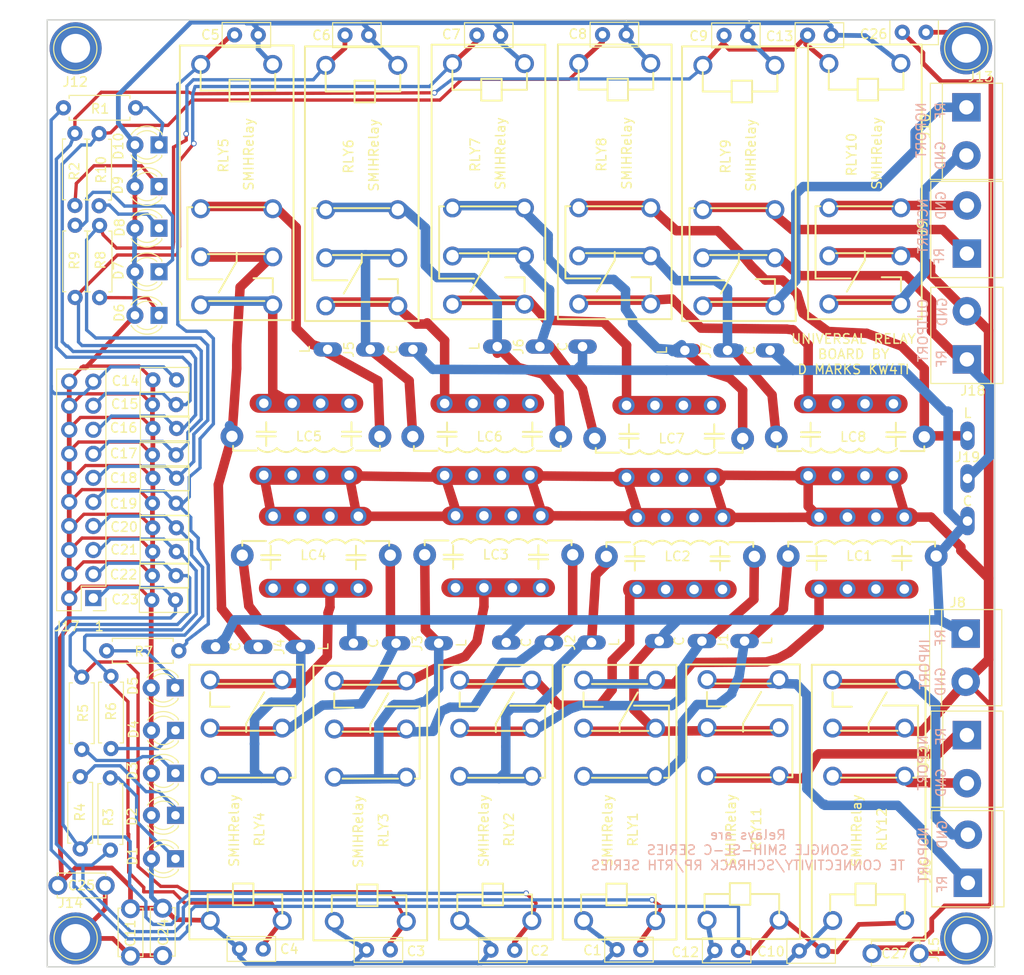
<source format=kicad_pcb>
(kicad_pcb (version 4) (host pcbnew 4.0.7)
  (layers (0 F.Cu signal) (31 B.Cu signal) (34 B.Paste user) (35 F.Paste user) (36 B.SilkS user) (37 F.SilkS user) (38 B.Mask user) (39 F.Mask user) (44 Edge.Cuts user))
  (net 0 "")
  (net 1 RFGND)
  (net 2 "Net-(J1-Pad2)")
  (net 3 "Net-(J1-Pad1)")
  (net 4 "Net-(J2-Pad2)")
  (net 5 "Net-(J2-Pad1)")
  (net 6 "Net-(J3-Pad2)")
  (net 7 "Net-(J3-Pad1)")
  (net 8 "Net-(J4-Pad2)")
  (net 9 "Net-(J4-Pad1)")
  (net 10 "Net-(J5-Pad2)")
  (net 11 "Net-(J5-Pad1)")
  (net 12 "Net-(J6-Pad2)")
  (net 13 "Net-(J6-Pad1)")
  (net 14 "Net-(J7-Pad2)")
  (net 15 "Net-(J7-Pad1)")
  (net 16 "Net-(LC2-Pad1)")
  (net 17 "Net-(LC4-Pad1)")
  (net 18 "Net-(LC6-Pad1)")
  (net 19 "Net-(LC3-Pad1)")
  (net 20 "Net-(LC5-Pad1)")
  (net 21 "Net-(LC7-Pad1)")
  (net 22 "Net-(J10-Pad1)")
  (net 23 "Net-(J9-Pad1)")
  (net 24 RLY1)
  (net 25 RLY2)
  (net 26 RLY3)
  (net 27 RLY4)
  (net 28 RLY5)
  (net 29 RLY6)
  (net 30 RLY7)
  (net 31 RLY8)
  (net 32 +5V)
  (net 33 "Net-(J9-Pad2)")
  (net 34 "Net-(J10-Pad2)")
  (net 35 "Net-(D1-Pad1)")
  (net 36 "Net-(D2-Pad1)")
  (net 37 "Net-(D3-Pad1)")
  (net 38 "Net-(D4-Pad1)")
  (net 39 "Net-(D5-Pad1)")
  (net 40 "Net-(D6-Pad1)")
  (net 41 "Net-(D7-Pad1)")
  (net 42 "Net-(D8-Pad1)")
  (net 43 RLY10)
  (net 44 RLY9)
  (net 45 "Net-(D9-Pad1)")
  (net 46 "Net-(D10-Pad1)")
  (net 47 RFSIG)
  (net 48 "Net-(J11-Pad1)")
  (net 49 "Net-(J11-Pad2)")
  (net 50 "Net-(J16-Pad1)")
  (net 51 "Net-(J16-Pad2)")
  (net 52 "Net-(J18-Pad1)")
  (net 53 "Net-(J19-Pad1)")
  (net 54 "Net-(LC8-Pad1)")
  (net 55 "Net-(C11-Pad1)")
  (net 56 "Net-(LC1-Pad1)")
  (net 57 "Net-(C26-Pad1)")
  (net 58 "Net-(C27-Pad1)")
  (module Resistors_THT:R_Axial_DIN0207_L6.3mm_D2.5mm_P7.62mm_Horizontal (layer F.Cu) (at 53.4797 129.921 270)
    (fp_text reference R4 (at 3.7465 0.0254 270) (layer F.SilkS))
    (fp_text value 1k)
    (pad 1 thru_hole circle (at 0 0 270) (size 1.6 1.6) (drill 0.8) (layers *.Cu *.Mask) (net 36 "Net-(D2-Pad1)"))
    (pad 2 thru_hole oval (at 7.62 0 270) (size 1.6 1.6) (drill 0.8) (layers *.Cu *.Mask) (net 25 RLY2))
  )
  (module Capacitors_THT:C_Disc_D5.0mm_W2.5mm_P2.50mm (layer F.Cu) (at 81.4324 51.6128)
    (fp_text reference C6 (at -2.4824 0.0122) (layer F.SilkS))
    (fp_text value "10 nF")
    (pad 1 thru_hole circle (at 0 0) (size 1.6 1.6) (drill 0.8) (layers *.Cu *.Mask) (net 29 RLY6))
    (pad 2 thru_hole circle (at 2.5 0) (size 1.6 1.6) (drill 0.8) (layers *.Cu *.Mask) (net 32 +5V))
  )
  (module Capacitors_THT:C_Disc_D5.0mm_W2.5mm_P2.50mm (layer F.Cu) (at 63.53556 111.25708 180)
    (fp_text reference C23 (at 5.3086 0.05588 180) (layer F.SilkS))
    (fp_text value "10 nF")
    (pad 1 thru_hole circle (at 0 0 180) (size 1.6 1.6) (drill 0.8) (layers *.Cu *.Mask) (net 24 RLY1))
    (pad 2 thru_hole circle (at 2.5 0 180) (size 1.6 1.6) (drill 0.8) (layers *.Cu *.Mask) (net 32 +5V))
  )
  (module LEDs:LED_D3.0mm (layer F.Cu) (at 63.5381 129.5527 180)
    (fp_text reference D3 (at 4.53644 0.2286 450) (layer F.SilkS))
    (fp_text value LED)
    (pad 1 thru_hole rect (at 0 0 180) (size 1.8 1.8) (drill 0.9) (layers *.Cu *.Mask) (net 37 "Net-(D3-Pad1)"))
    (pad 2 thru_hole circle (at 2.54 0 180) (size 1.8 1.8) (drill 0.9) (layers *.Cu *.Mask) (net 32 +5V))
  )
  (module Resistors_THT:R_Axial_DIN0207_L6.3mm_D2.5mm_P7.62mm_Horizontal (layer F.Cu) (at 52.9463 71.6915 270)
    (fp_text reference R9 (at 3.7084 0.0762 270) (layer F.SilkS))
    (fp_text value 1k)
    (pad 1 thru_hole circle (at 0 0 270) (size 1.6 1.6) (drill 0.8) (layers *.Cu *.Mask) (net 41 "Net-(D7-Pad1)"))
    (pad 2 thru_hole oval (at 7.62 0 270) (size 1.6 1.6) (drill 0.8) (layers *.Cu *.Mask) (net 30 RLY7))
  )
  (module LEDs:LED_D3.0mm (layer F.Cu) (at 63.5381 138.5824 180)
    (fp_text reference D1 (at 4.5339 0.2667 450) (layer F.SilkS))
    (fp_text value LED)
    (pad 1 thru_hole rect (at 0 0 180) (size 1.8 1.8) (drill 0.9) (layers *.Cu *.Mask) (net 35 "Net-(D1-Pad1)"))
    (pad 2 thru_hole circle (at 2.54 0 180) (size 1.8 1.8) (drill 0.9) (layers *.Cu *.Mask) (net 32 +5V))
  )
  (module LEDs:LED_D3.0mm (layer F.Cu) (at 63.5381 133.9977 180)
    (fp_text reference D2 (at 4.58216 -0.14224 450) (layer F.SilkS))
    (fp_text value LED)
    (pad 1 thru_hole rect (at 0 0 180) (size 1.8 1.8) (drill 0.9) (layers *.Cu *.Mask) (net 36 "Net-(D2-Pad1)"))
    (pad 2 thru_hole circle (at 2.54 0 180) (size 1.8 1.8) (drill 0.9) (layers *.Cu *.Mask) (net 32 +5V))
  )
  (module Connectors_Terminal_Blocks:TerminalBlock_bornier-2_P5.08mm (layer F.Cu) (at 146.939 114.808 270)
    (fp_text reference J8 (at -3.26898 0.8382 360) (layer F.SilkS))
    (fp_text value Conn_01x02)
    (pad 1 thru_hole rect (at 0 0 270) (size 3 3) (drill 1.52) (layers *.Cu *.Mask) (net 47 RFSIG))
    (pad 2 thru_hole circle (at 5.08 0 270) (size 3 3) (drill 1.52) (layers *.Cu *.Mask) (net 1 RFGND))
  )
  (module Connectors_Terminal_Blocks:TerminalBlock_bornier-2_P5.08mm (layer F.Cu) (at 147.0152 59.2328 270)
    (fp_text reference J10 (at 1.9558 4.3434 450) (layer F.SilkS))
    (fp_text value Conn_01x02)
    (pad 1 thru_hole rect (at 0 0 270) (size 3 3) (drill 1.52) (layers *.Cu *.Mask) (net 22 "Net-(J10-Pad1)"))
    (pad 2 thru_hole circle (at 5.08 0 270) (size 3 3) (drill 1.52) (layers *.Cu *.Mask) (net 34 "Net-(J10-Pad2)"))
  )
  (module Capacitors_THT:C_Disc_D5.0mm_W2.5mm_P2.50mm (layer F.Cu) (at 112.649 148.1836 180)
    (fp_text reference C1 (at 5.099 -0.0664 360) (layer F.SilkS))
    (fp_text value "10 nF")
    (pad 1 thru_hole circle (at 0 0 180) (size 1.6 1.6) (drill 0.8) (layers *.Cu *.Mask) (net 24 RLY1))
    (pad 2 thru_hole circle (at 2.5 0 180) (size 1.6 1.6) (drill 0.8) (layers *.Cu *.Mask) (net 32 +5V))
  )
  (module Capacitors_THT:C_Disc_D5.0mm_W2.5mm_P2.50mm (layer F.Cu) (at 99.3394 148.2344 180)
    (fp_text reference C2 (at -2.6356 -0.0656 360) (layer F.SilkS))
    (fp_text value "10 nF")
    (pad 1 thru_hole circle (at 0 0 180) (size 1.6 1.6) (drill 0.8) (layers *.Cu *.Mask) (net 25 RLY2))
    (pad 2 thru_hole circle (at 2.5 0 180) (size 1.6 1.6) (drill 0.8) (layers *.Cu *.Mask) (net 32 +5V))
  )
  (module Capacitors_THT:C_Disc_D5.0mm_W2.5mm_P2.50mm (layer F.Cu) (at 86.2076 148.209 180)
    (fp_text reference C3 (at -2.7174 -0.141 360) (layer F.SilkS))
    (fp_text value "10 nF")
    (pad 1 thru_hole circle (at 0 0 180) (size 1.6 1.6) (drill 0.8) (layers *.Cu *.Mask) (net 26 RLY3))
    (pad 2 thru_hole circle (at 2.5 0 180) (size 1.6 1.6) (drill 0.8) (layers *.Cu *.Mask) (net 32 +5V))
  )
  (module Capacitors_THT:C_Disc_D5.0mm_W2.5mm_P2.50mm (layer F.Cu) (at 72.7964 148.1074 180)
    (fp_text reference C4 (at -2.7536 -0.0176 360) (layer F.SilkS))
    (fp_text value "10 nF")
    (pad 1 thru_hole circle (at 0 0 180) (size 1.6 1.6) (drill 0.8) (layers *.Cu *.Mask) (net 27 RLY4))
    (pad 2 thru_hole circle (at 2.5 0 180) (size 1.6 1.6) (drill 0.8) (layers *.Cu *.Mask) (net 32 +5V))
  )
  (module Capacitors_THT:C_Disc_D5.0mm_W2.5mm_P2.50mm (layer F.Cu) (at 69.7738 51.5874)
    (fp_text reference C5 (at -2.5488 -0.0124 180) (layer F.SilkS))
    (fp_text value "10 nF")
    (pad 1 thru_hole circle (at 0 0) (size 1.6 1.6) (drill 0.8) (layers *.Cu *.Mask) (net 28 RLY5))
    (pad 2 thru_hole circle (at 2.5 0) (size 1.6 1.6) (drill 0.8) (layers *.Cu *.Mask) (net 32 +5V))
  )
  (module Capacitors_THT:C_Disc_D5.0mm_W2.5mm_P2.50mm (layer F.Cu) (at 95.3516 51.6128)
    (fp_text reference C7 (at -2.7016 -0.0878 180) (layer F.SilkS))
    (fp_text value "10 nF")
    (pad 1 thru_hole circle (at 0 0) (size 1.6 1.6) (drill 0.8) (layers *.Cu *.Mask) (net 30 RLY7))
    (pad 2 thru_hole circle (at 2.5 0) (size 1.6 1.6) (drill 0.8) (layers *.Cu *.Mask) (net 32 +5V))
  )
  (module Capacitors_THT:C_Disc_D5.0mm_W2.5mm_P2.50mm (layer F.Cu) (at 108.6104 51.562)
    (fp_text reference C8 (at -2.6104 -0.062 180) (layer F.SilkS))
    (fp_text value "10 nF")
    (pad 1 thru_hole circle (at 0 0) (size 1.6 1.6) (drill 0.8) (layers *.Cu *.Mask) (net 31 RLY8))
    (pad 2 thru_hole circle (at 2.5 0) (size 1.6 1.6) (drill 0.8) (layers *.Cu *.Mask) (net 32 +5V))
  )
  (module Capacitors_THT:C_Disc_D5.0mm_W2.5mm_P2.50mm (layer F.Cu) (at 121.4374 51.6382)
    (fp_text reference C9 (at -2.6874 0.0618) (layer F.SilkS))
    (fp_text value "10 nF")
    (pad 1 thru_hole circle (at 0 0) (size 1.6 1.6) (drill 0.8) (layers *.Cu *.Mask) (net 44 RLY9))
    (pad 2 thru_hole circle (at 2.5 0) (size 1.6 1.6) (drill 0.8) (layers *.Cu *.Mask) (net 32 +5V))
  )
  (module Capacitors_THT:C_Disc_D5.0mm_W2.5mm_P2.50mm (layer F.Cu) (at 131.8768 148.3106 180)
    (fp_text reference C10 (at 5.4864 -0.0762 180) (layer F.SilkS))
    (fp_text value "10 nF")
    (pad 1 thru_hole circle (at 0 0 180) (size 1.6 1.6) (drill 0.8) (layers *.Cu *.Mask) (net 43 RLY10))
    (pad 2 thru_hole circle (at 2.5 0 180) (size 1.6 1.6) (drill 0.8) (layers *.Cu *.Mask) (net 32 +5V))
  )
  (module Resistors_THT:R_Axial_DIN0207_L6.3mm_D2.5mm_P7.62mm_Horizontal (layer F.Cu) (at 59.3344 59.2836 180)
    (fp_text reference R1 (at 3.7592 -0.1016 180) (layer F.SilkS))
    (fp_text value 1k)
    (pad 1 thru_hole circle (at 0 0 180) (size 1.6 1.6) (drill 0.8) (layers *.Cu *.Mask) (net 46 "Net-(D10-Pad1)"))
    (pad 2 thru_hole oval (at 7.62 0 180) (size 1.6 1.6) (drill 0.8) (layers *.Cu *.Mask) (net 43 RLY10))
  )
  (module Connectors_Terminal_Blocks:TerminalBlock_bornier-2_P5.08mm (layer F.Cu) (at 147.066 74.676 90)
    (fp_text reference J9 (at 2.6924 -4.6736 90) (layer F.SilkS))
    (fp_text value Conn_01x02)
    (pad 1 thru_hole rect (at 0 0 90) (size 3 3) (drill 1.52) (layers *.Cu *.Mask) (net 23 "Net-(J9-Pad1)"))
    (pad 2 thru_hole circle (at 5.08 0 90) (size 3 3) (drill 1.52) (layers *.Cu *.Mask) (net 33 "Net-(J9-Pad2)"))
  )
  (module Connectors:1pin (layer F.Cu) (at 147 53)
    (fp_text reference J13 (at 1.5138 3.007 180) (layer F.SilkS))
    (fp_text value Conn_01x01)
    (pad 1 thru_hole circle (at 0 0) (size 5.5 5.5) (drill 3.048) (layers *.Cu *.Mask) (net 57 "Net-(C26-Pad1)"))
  )
  (module Connectors:1pin (layer F.Cu) (at 53 147)
    (fp_text reference J14 (at -0.549 -3.744) (layer F.SilkS))
    (fp_text value Conn_01x01)
    (pad 1 thru_hole circle (at 0 0) (size 5.5 5.5) (drill 3.048) (layers *.Cu *.Mask) (net 55 "Net-(C11-Pad1)"))
  )
  (module Resistors_THT:R_Axial_DIN0207_L6.3mm_D2.5mm_P7.62mm_Horizontal (layer F.Cu) (at 52.9209 69.596 90)
    (fp_text reference R2 (at 3.6068 -0.0508 90) (layer F.SilkS))
    (fp_text value 1k)
    (pad 1 thru_hole circle (at 0 0 90) (size 1.6 1.6) (drill 0.8) (layers *.Cu *.Mask) (net 45 "Net-(D9-Pad1)"))
    (pad 2 thru_hole oval (at 7.62 0 90) (size 1.6 1.6) (drill 0.8) (layers *.Cu *.Mask) (net 44 RLY9))
  )
  (module LEDs:LED_D3.0mm (layer F.Cu) (at 63.5381 125.0315 180)
    (fp_text reference D4 (at 4.4196 0.11684 450) (layer F.SilkS))
    (fp_text value LED)
    (pad 1 thru_hole rect (at 0 0 180) (size 1.8 1.8) (drill 0.9) (layers *.Cu *.Mask) (net 38 "Net-(D4-Pad1)"))
    (pad 2 thru_hole circle (at 2.54 0 180) (size 1.8 1.8) (drill 0.9) (layers *.Cu *.Mask) (net 32 +5V))
  )
  (module LEDs:LED_D3.0mm (layer F.Cu) (at 63.5127 120.5357 180)
    (fp_text reference D5 (at 4.4704 0.2032 450) (layer F.SilkS))
    (fp_text value LED)
    (pad 1 thru_hole rect (at 0 0 180) (size 1.8 1.8) (drill 0.9) (layers *.Cu *.Mask) (net 39 "Net-(D5-Pad1)"))
    (pad 2 thru_hole circle (at 2.54 0 180) (size 1.8 1.8) (drill 0.9) (layers *.Cu *.Mask) (net 32 +5V))
  )
  (module LEDs:LED_D3.0mm (layer F.Cu) (at 61.8 81.2 180)
    (fp_text reference D6 (at 4.19354 0.26924 450) (layer F.SilkS))
    (fp_text value LED)
    (pad 1 thru_hole rect (at 0 0 180) (size 1.8 1.8) (drill 0.9) (layers *.Cu *.Mask) (net 40 "Net-(D6-Pad1)"))
    (pad 2 thru_hole circle (at 2.54 0 180) (size 1.8 1.8) (drill 0.9) (layers *.Cu *.Mask) (net 32 +5V))
  )
  (module LEDs:LED_D3.0mm (layer F.Cu) (at 61.8 76.6 180)
    (fp_text reference D7 (at 4.26974 0.11684 450) (layer F.SilkS))
    (fp_text value LED)
    (pad 1 thru_hole rect (at 0 0 180) (size 1.8 1.8) (drill 0.9) (layers *.Cu *.Mask) (net 41 "Net-(D7-Pad1)"))
    (pad 2 thru_hole circle (at 2.54 0 180) (size 1.8 1.8) (drill 0.9) (layers *.Cu *.Mask) (net 32 +5V))
  )
  (module LEDs:LED_D3.0mm (layer F.Cu) (at 61.8 72 180)
    (fp_text reference D8 (at 4.15544 0.0762 450) (layer F.SilkS))
    (fp_text value LED)
    (pad 1 thru_hole rect (at 0 0 180) (size 1.8 1.8) (drill 0.9) (layers *.Cu *.Mask) (net 42 "Net-(D8-Pad1)"))
    (pad 2 thru_hole circle (at 2.54 0 180) (size 1.8 1.8) (drill 0.9) (layers *.Cu *.Mask) (net 32 +5V))
  )
  (module Resistors_THT:R_Axial_DIN0207_L6.3mm_D2.5mm_P7.62mm_Horizontal (layer F.Cu) (at 56.6674 130.048 270)
    (fp_text reference R3 (at 4.1529 0.2286 270) (layer F.SilkS))
    (fp_text value 1k)
    (pad 1 thru_hole circle (at 0 0 270) (size 1.6 1.6) (drill 0.8) (layers *.Cu *.Mask) (net 35 "Net-(D1-Pad1)"))
    (pad 2 thru_hole oval (at 7.62 0 270) (size 1.6 1.6) (drill 0.8) (layers *.Cu *.Mask) (net 24 RLY1))
  )
  (module Resistors_THT:R_Axial_DIN0207_L6.3mm_D2.5mm_P7.62mm_Horizontal (layer F.Cu) (at 53.6448 127.0254 90)
    (fp_text reference R5 (at 3.8227 0.1397 90) (layer F.SilkS))
    (fp_text value 1k)
    (pad 1 thru_hole circle (at 0 0 90) (size 1.6 1.6) (drill 0.8) (layers *.Cu *.Mask) (net 37 "Net-(D3-Pad1)"))
    (pad 2 thru_hole oval (at 7.62 0 90) (size 1.6 1.6) (drill 0.8) (layers *.Cu *.Mask) (net 26 RLY3))
  )
  (module Resistors_THT:R_Axial_DIN0207_L6.3mm_D2.5mm_P7.62mm_Horizontal (layer F.Cu) (at 56.7309 126.9492 90)
    (fp_text reference R6 (at 3.937 0.0127 90) (layer F.SilkS))
    (fp_text value 1k)
    (pad 1 thru_hole circle (at 0 0 90) (size 1.6 1.6) (drill 0.8) (layers *.Cu *.Mask) (net 38 "Net-(D4-Pad1)"))
    (pad 2 thru_hole oval (at 7.62 0 90) (size 1.6 1.6) (drill 0.8) (layers *.Cu *.Mask) (net 27 RLY4))
  )
  (module Resistors_THT:R_Axial_DIN0207_L6.3mm_D2.5mm_P7.62mm_Horizontal (layer F.Cu) (at 56.2737 116.6241)
    (fp_text reference R7 (at 3.9116 0.0762) (layer F.SilkS))
    (fp_text value 1k)
    (pad 1 thru_hole circle (at 0 0) (size 1.6 1.6) (drill 0.8) (layers *.Cu *.Mask) (net 39 "Net-(D5-Pad1)"))
    (pad 2 thru_hole oval (at 7.62 0) (size 1.6 1.6) (drill 0.8) (layers *.Cu *.Mask) (net 28 RLY5))
  )
  (module Resistors_THT:R_Axial_DIN0207_L6.3mm_D2.5mm_P7.62mm_Horizontal (layer F.Cu) (at 55.525 79.325 90)
    (fp_text reference R8 (at 3.9624 0.1016 90) (layer F.SilkS))
    (fp_text value 1k)
    (pad 1 thru_hole circle (at 0 0 90) (size 1.6 1.6) (drill 0.8) (layers *.Cu *.Mask) (net 40 "Net-(D6-Pad1)"))
    (pad 2 thru_hole oval (at 7.62 0 90) (size 1.6 1.6) (drill 0.8) (layers *.Cu *.Mask) (net 29 RLY6))
  )
  (module Resistors_THT:R_Axial_DIN0207_L6.3mm_D2.5mm_P7.62mm_Horizontal (layer F.Cu) (at 55.475 69.625 90)
    (fp_text reference R10 (at 3.7973 0.2159 90) (layer F.SilkS))
    (fp_text value 1k)
    (pad 1 thru_hole circle (at 0 0 90) (size 1.6 1.6) (drill 0.8) (layers *.Cu *.Mask) (net 42 "Net-(D8-Pad1)"))
    (pad 2 thru_hole oval (at 7.62 0 90) (size 1.6 1.6) (drill 0.8) (layers *.Cu *.Mask) (net 31 RLY8))
  )
  (module tuner:ThreeJumperPt (layer F.Cu) (at 121.8 84.9)
    (fp_text reference J7 (at -2.25 0 270) (layer F.SilkS))
    (fp_text value Conn_01x03)
    (fp_text user C (at 2.4 0 90) (layer F.SilkS))
    (fp_text user L (at -6.9 0 90) (layer F.SilkS))
    (pad 2 thru_hole oval (at 0 0) (size 3 1.5) (drill 1) (layers *.Cu *.Mask) (net 14 "Net-(J7-Pad2)"))
    (pad 3 thru_hole oval (at 4.5 0) (size 3 1.5) (drill 1) (layers *.Cu *.Mask) (net 47 RFSIG))
    (pad 1 thru_hole oval (at -4.5 0) (size 3 1.5) (drill 1) (layers *.Cu *.Mask) (net 15 "Net-(J7-Pad1)"))
  )
  (module tuner:ThreeJumperPt (layer F.Cu) (at 102 84.5)
    (fp_text reference J6 (at -2.25 0 270) (layer F.SilkS))
    (fp_text value Conn_01x03)
    (fp_text user C (at 2.4 0 90) (layer F.SilkS))
    (fp_text user L (at -6.9 0 90) (layer F.SilkS))
    (pad 2 thru_hole oval (at 0 0) (size 3 1.5) (drill 1) (layers *.Cu *.Mask) (net 12 "Net-(J6-Pad2)"))
    (pad 3 thru_hole oval (at 4.5 0) (size 3 1.5) (drill 1) (layers *.Cu *.Mask) (net 47 RFSIG))
    (pad 1 thru_hole oval (at -4.5 0) (size 3 1.5) (drill 1) (layers *.Cu *.Mask) (net 13 "Net-(J6-Pad1)"))
  )
  (module tuner:ThreeJumperPt (layer F.Cu) (at 84.1 84.8)
    (fp_text reference J5 (at -2.25 0 270) (layer F.SilkS))
    (fp_text value Conn_01x03)
    (fp_text user C (at 2.4 0 90) (layer F.SilkS))
    (fp_text user L (at -6.9 0 90) (layer F.SilkS))
    (pad 2 thru_hole oval (at 0 0) (size 3 1.5) (drill 1) (layers *.Cu *.Mask) (net 10 "Net-(J5-Pad2)"))
    (pad 3 thru_hole oval (at 4.5 0) (size 3 1.5) (drill 1) (layers *.Cu *.Mask) (net 47 RFSIG))
    (pad 1 thru_hole oval (at -4.5 0) (size 3 1.5) (drill 1) (layers *.Cu *.Mask) (net 11 "Net-(J5-Pad1)"))
  )
  (module tuner:ThreeJumperPt (layer F.Cu) (at 86.8172 115.824 180)
    (fp_text reference J3 (at -2.25 0 450) (layer F.SilkS))
    (fp_text value Conn_01x03)
    (fp_text user C (at 2.4 0 270) (layer F.SilkS))
    (fp_text user L (at -6.9 0 270) (layer F.SilkS))
    (pad 2 thru_hole oval (at 0 0 180) (size 3 1.5) (drill 1) (layers *.Cu *.Mask) (net 6 "Net-(J3-Pad2)"))
    (pad 3 thru_hole oval (at 4.5 0 180) (size 3 1.5) (drill 1) (layers *.Cu *.Mask) (net 47 RFSIG))
    (pad 1 thru_hole oval (at -4.5 0 180) (size 3 1.5) (drill 1) (layers *.Cu *.Mask) (net 7 "Net-(J3-Pad1)"))
  )
  (module tuner:ThreeJumperPt (layer F.Cu) (at 102.95 115.75 180)
    (fp_text reference J2 (at -2.25 0 450) (layer F.SilkS))
    (fp_text value Conn_01x03)
    (fp_text user C (at 2.4 0 270) (layer F.SilkS))
    (fp_text user L (at -6.9 0 270) (layer F.SilkS))
    (pad 2 thru_hole oval (at 0 0 180) (size 3 1.5) (drill 1) (layers *.Cu *.Mask) (net 4 "Net-(J2-Pad2)"))
    (pad 3 thru_hole oval (at 4.5 0 180) (size 3 1.5) (drill 1) (layers *.Cu *.Mask) (net 47 RFSIG))
    (pad 1 thru_hole oval (at -4.5 0 180) (size 3 1.5) (drill 1) (layers *.Cu *.Mask) (net 5 "Net-(J2-Pad1)"))
  )
  (module tuner:ThreeJumperPt (layer F.Cu) (at 119.1 115.6 180)
    (fp_text reference J1 (at -2.25 0 450) (layer F.SilkS))
    (fp_text value Conn_01x03)
    (fp_text user C (at 2.4 0 270) (layer F.SilkS))
    (fp_text user L (at -6.9 0 270) (layer F.SilkS))
    (pad 2 thru_hole oval (at 0 0 180) (size 3 1.5) (drill 1) (layers *.Cu *.Mask) (net 2 "Net-(J1-Pad2)"))
    (pad 3 thru_hole oval (at 4.5 0 180) (size 3 1.5) (drill 1) (layers *.Cu *.Mask) (net 47 RFSIG))
    (pad 1 thru_hole oval (at -4.5 0 180) (size 3 1.5) (drill 1) (layers *.Cu *.Mask) (net 3 "Net-(J1-Pad1)"))
  )
  (module LEDs:LED_D3.0mm (layer F.Cu) (at 61.8 67.6 180)
    (fp_text reference D9 (at 4.34086 0.1397 270) (layer F.SilkS))
    (fp_text value LED)
    (pad 1 thru_hole rect (at 0 0 180) (size 1.8 1.8) (drill 0.9) (layers *.Cu *.Mask) (net 45 "Net-(D9-Pad1)"))
    (pad 2 thru_hole circle (at 2.54 0 180) (size 1.8 1.8) (drill 0.9) (layers *.Cu *.Mask) (net 32 +5V))
  )
  (module LEDs:LED_D3.0mm (layer F.Cu) (at 61.8 63.2 180)
    (fp_text reference D10 (at 4.28244 -0.1397 270) (layer F.SilkS))
    (fp_text value LED)
    (pad 1 thru_hole rect (at 0 0 180) (size 1.8 1.8) (drill 0.9) (layers *.Cu *.Mask) (net 46 "Net-(D10-Pad1)"))
    (pad 2 thru_hole circle (at 2.54 0 180) (size 1.8 1.8) (drill 0.9) (layers *.Cu *.Mask) (net 32 +5V))
  )
  (module tuner:ThreeJumperPt (layer F.Cu) (at 72.263 116.205 180)
    (fp_text reference J4 (at -2.25 0 450) (layer F.SilkS))
    (fp_text value Conn_01x03)
    (fp_text user C (at 2.4 0 270) (layer F.SilkS))
    (fp_text user L (at -6.9 0 270) (layer F.SilkS))
    (pad 2 thru_hole oval (at 0 0 180) (size 3 1.5) (drill 1) (layers *.Cu *.Mask) (net 8 "Net-(J4-Pad2)"))
    (pad 3 thru_hole oval (at 4.5 0 180) (size 3 1.5) (drill 1) (layers *.Cu *.Mask) (net 47 RFSIG))
    (pad 1 thru_hole oval (at -4.5 0 180) (size 3 1.5) (drill 1) (layers *.Cu *.Mask) (net 9 "Net-(J4-Pad1)"))
  )
  (module Connectors_Terminal_Blocks:TerminalBlock_bornier-2_P5.08mm (layer F.Cu) (at 147.066 125.5268 270)
    (fp_text reference J11 (at 2.2482 4.516 270) (layer F.SilkS))
    (fp_text value Conn_01x02)
    (pad 1 thru_hole rect (at 0 0 270) (size 3 3) (drill 1.52) (layers *.Cu *.Mask) (net 48 "Net-(J11-Pad1)"))
    (pad 2 thru_hole circle (at 5.08 0 270) (size 3 3) (drill 1.52) (layers *.Cu *.Mask) (net 49 "Net-(J11-Pad2)"))
  )
  (module Connectors_Terminal_Blocks:TerminalBlock_bornier-2_P5.08mm (layer F.Cu) (at 147.1676 141.1224 90)
    (fp_text reference J16 (at 1.2474 -4.4426 90) (layer F.SilkS))
    (fp_text value Conn_01x02)
    (pad 1 thru_hole rect (at 0 0 90) (size 3 3) (drill 1.52) (layers *.Cu *.Mask) (net 50 "Net-(J16-Pad1)"))
    (pad 2 thru_hole circle (at 5.08 0 90) (size 3 3) (drill 1.52) (layers *.Cu *.Mask) (net 51 "Net-(J16-Pad2)"))
  )
  (module Connectors_Terminal_Blocks:TerminalBlock_bornier-2_P5.08mm (layer F.Cu) (at 147.066 85.852 90)
    (fp_text reference J18 (at -3.302 0.635 180) (layer F.SilkS))
    (fp_text value Conn_01x02)
    (pad 1 thru_hole rect (at 0 0 90) (size 3 3) (drill 1.52) (layers *.Cu *.Mask) (net 52 "Net-(J18-Pad1)"))
    (pad 2 thru_hole circle (at 5.08 0 90) (size 3 3) (drill 1.52) (layers *.Cu *.Mask) (net 1 RFGND))
  )
  (module tuner:ThreeJumperPt (layer F.Cu) (at 147.1295 98.425 270)
    (fp_text reference J19 (at -2.25 0 540) (layer F.SilkS))
    (fp_text value Conn_01x03)
    (fp_text user C (at 2.4 0 360) (layer F.SilkS))
    (fp_text user L (at -6.9 0 360) (layer F.SilkS))
    (pad 2 thru_hole oval (at 0 0 270) (size 3 1.5) (drill 1) (layers *.Cu *.Mask) (net 52 "Net-(J18-Pad1)"))
    (pad 3 thru_hole oval (at 4.5 0 270) (size 3 1.5) (drill 1) (layers *.Cu *.Mask) (net 47 RFSIG))
    (pad 1 thru_hole oval (at -4.5 0 270) (size 3 1.5) (drill 1) (layers *.Cu *.Mask) (net 53 "Net-(J19-Pad1)"))
  )
  (module Pin_Headers:Pin_Header_Straight_2x10_Pitch2.54mm (layer F.Cu) (at 54.864 111.0615 180)
    (fp_text reference J17 (at 2.794 -2.9845 180) (layer F.SilkS))
    (fp_text value Conn_02x10_Odd_Even)
    (pad 1 thru_hole rect (at 0 0 180) (size 1.7 1.7) (drill 1) (layers *.Cu *.Mask) (net 24 RLY1))
    (pad 2 thru_hole oval (at 2.54 0 180) (size 1.7 1.7) (drill 1) (layers *.Cu *.Mask) (net 32 +5V))
    (pad 3 thru_hole oval (at 0 2.54 180) (size 1.7 1.7) (drill 1) (layers *.Cu *.Mask) (net 25 RLY2))
    (pad 4 thru_hole oval (at 2.54 2.54 180) (size 1.7 1.7) (drill 1) (layers *.Cu *.Mask) (net 32 +5V))
    (pad 5 thru_hole oval (at 0 5.08 180) (size 1.7 1.7) (drill 1) (layers *.Cu *.Mask) (net 26 RLY3))
    (pad 6 thru_hole oval (at 2.54 5.08 180) (size 1.7 1.7) (drill 1) (layers *.Cu *.Mask) (net 32 +5V))
    (pad 7 thru_hole oval (at 0 7.62 180) (size 1.7 1.7) (drill 1) (layers *.Cu *.Mask) (net 27 RLY4))
    (pad 8 thru_hole oval (at 2.54 7.62 180) (size 1.7 1.7) (drill 1) (layers *.Cu *.Mask) (net 32 +5V))
    (pad 9 thru_hole oval (at 0 10.16 180) (size 1.7 1.7) (drill 1) (layers *.Cu *.Mask) (net 28 RLY5))
    (pad 10 thru_hole oval (at 2.54 10.16 180) (size 1.7 1.7) (drill 1) (layers *.Cu *.Mask) (net 32 +5V))
    (pad 11 thru_hole oval (at 0 12.7 180) (size 1.7 1.7) (drill 1) (layers *.Cu *.Mask) (net 29 RLY6))
    (pad 12 thru_hole oval (at 2.54 12.7 180) (size 1.7 1.7) (drill 1) (layers *.Cu *.Mask) (net 32 +5V))
    (pad 13 thru_hole oval (at 0 15.24 180) (size 1.7 1.7) (drill 1) (layers *.Cu *.Mask) (net 30 RLY7))
    (pad 14 thru_hole oval (at 2.54 15.24 180) (size 1.7 1.7) (drill 1) (layers *.Cu *.Mask) (net 32 +5V))
    (pad 15 thru_hole oval (at 0 17.78 180) (size 1.7 1.7) (drill 1) (layers *.Cu *.Mask) (net 31 RLY8))
    (pad 16 thru_hole oval (at 2.54 17.78 180) (size 1.7 1.7) (drill 1) (layers *.Cu *.Mask) (net 32 +5V))
    (pad 17 thru_hole oval (at 0 20.32 180) (size 1.7 1.7) (drill 1) (layers *.Cu *.Mask) (net 44 RLY9))
    (pad 18 thru_hole oval (at 2.54 20.32 180) (size 1.7 1.7) (drill 1) (layers *.Cu *.Mask) (net 32 +5V))
    (pad 19 thru_hole oval (at 0 22.86 180) (size 1.7 1.7) (drill 1) (layers *.Cu *.Mask) (net 43 RLY10))
    (pad 20 thru_hole oval (at 2.54 22.86 180) (size 1.7 1.7) (drill 1) (layers *.Cu *.Mask) (net 32 +5V))
  )
  (module Capacitors_THT:C_Disc_D5.0mm_W2.5mm_P2.50mm (layer F.Cu) (at 122.9614 148.2598 180)
    (fp_text reference C12 (at 5.6134 -0.1905 360) (layer F.SilkS))
    (fp_text value "10 nF")
    (pad 1 thru_hole circle (at 0 0 180) (size 1.6 1.6) (drill 0.8) (layers *.Cu *.Mask) (net 43 RLY10))
    (pad 2 thru_hole circle (at 2.5 0 180) (size 1.6 1.6) (drill 0.8) (layers *.Cu *.Mask) (net 32 +5V))
  )
  (module Capacitors_THT:C_Disc_D5.0mm_W2.5mm_P2.50mm (layer F.Cu) (at 130.2512 51.6128)
    (fp_text reference C13 (at -2.9512 0.1122 180) (layer F.SilkS))
    (fp_text value "10 nF")
    (pad 1 thru_hole circle (at 0 0) (size 1.6 1.6) (drill 0.8) (layers *.Cu *.Mask) (net 44 RLY9))
    (pad 2 thru_hole circle (at 2.5 0) (size 1.6 1.6) (drill 0.8) (layers *.Cu *.Mask) (net 32 +5V))
  )
  (module Capacitors_THT:C_Disc_D5.0mm_W2.5mm_P2.50mm (layer F.Cu) (at 63.6524 88.011 180)
    (fp_text reference C14 (at 5.39496 -0.11684 360) (layer F.SilkS))
    (fp_text value "10 nF")
    (pad 1 thru_hole circle (at 0 0 180) (size 1.6 1.6) (drill 0.8) (layers *.Cu *.Mask) (net 43 RLY10))
    (pad 2 thru_hole circle (at 2.5 0 180) (size 1.6 1.6) (drill 0.8) (layers *.Cu *.Mask) (net 32 +5V))
  )
  (module Capacitors_THT:C_Disc_D5.0mm_W2.5mm_P2.50mm (layer F.Cu) (at 63.6016 90.6272 180)
    (fp_text reference C15 (at 5.42036 0.06096 360) (layer F.SilkS))
    (fp_text value "10 nF")
    (pad 1 thru_hole circle (at 0 0 180) (size 1.6 1.6) (drill 0.8) (layers *.Cu *.Mask) (net 44 RLY9))
    (pad 2 thru_hole circle (at 2.5 0 180) (size 1.6 1.6) (drill 0.8) (layers *.Cu *.Mask) (net 32 +5V))
  )
  (module Capacitors_THT:C_Disc_D5.0mm_W2.5mm_P2.50mm (layer F.Cu) (at 63.6524 93.1418 180)
    (fp_text reference C16 (at 5.588 0.06096 360) (layer F.SilkS))
    (fp_text value "10 nF")
    (pad 1 thru_hole circle (at 0 0 180) (size 1.6 1.6) (drill 0.8) (layers *.Cu *.Mask) (net 31 RLY8))
    (pad 2 thru_hole circle (at 2.5 0 180) (size 1.6 1.6) (drill 0.8) (layers *.Cu *.Mask) (net 32 +5V))
  )
  (module Capacitors_THT:C_Disc_D5.0mm_W2.5mm_P2.50mm (layer F.Cu) (at 63.6016 95.9358 180)
    (fp_text reference C17 (at 5.5372 0.1524 360) (layer F.SilkS))
    (fp_text value "10 nF")
    (pad 1 thru_hole circle (at 0 0 180) (size 1.6 1.6) (drill 0.8) (layers *.Cu *.Mask) (net 30 RLY7))
    (pad 2 thru_hole circle (at 2.5 0 180) (size 1.6 1.6) (drill 0.8) (layers *.Cu *.Mask) (net 32 +5V))
  )
  (module Capacitors_THT:C_Disc_D5.0mm_W2.5mm_P2.50mm (layer F.Cu) (at 63.6524 98.3996 180)
    (fp_text reference C18 (at 5.588 0.0254 360) (layer F.SilkS))
    (fp_text value "10 nF")
    (pad 1 thru_hole circle (at 0 0 180) (size 1.6 1.6) (drill 0.8) (layers *.Cu *.Mask) (net 29 RLY6))
    (pad 2 thru_hole circle (at 2.5 0 180) (size 1.6 1.6) (drill 0.8) (layers *.Cu *.Mask) (net 32 +5V))
  )
  (module Capacitors_THT:C_Disc_D5.0mm_W2.5mm_P2.50mm (layer F.Cu) (at 63.6016 101.0412 180)
    (fp_text reference C19 (at 5.54228 -0.04572 360) (layer F.SilkS))
    (fp_text value "10 nF")
    (pad 1 thru_hole circle (at 0 0 180) (size 1.6 1.6) (drill 0.8) (layers *.Cu *.Mask) (net 28 RLY5))
    (pad 2 thru_hole circle (at 2.5 0 180) (size 1.6 1.6) (drill 0.8) (layers *.Cu *.Mask) (net 32 +5V))
  )
  (module Capacitors_THT:C_Disc_D5.0mm_W2.5mm_P2.50mm (layer F.Cu) (at 63.627 103.632 180)
    (fp_text reference C20 (at 5.5118 0.08636 360) (layer F.SilkS))
    (fp_text value "10 nF")
    (pad 1 thru_hole circle (at 0 0 180) (size 1.6 1.6) (drill 0.8) (layers *.Cu *.Mask) (net 27 RLY4))
    (pad 2 thru_hole circle (at 2.5 0 180) (size 1.6 1.6) (drill 0.8) (layers *.Cu *.Mask) (net 32 +5V))
  )
  (module Capacitors_THT:C_Disc_D5.0mm_W2.5mm_P2.50mm (layer F.Cu) (at 63.627 106.1466 180)
    (fp_text reference C21 (at 5.5118 0.19812 360) (layer F.SilkS))
    (fp_text value "10 nF")
    (pad 1 thru_hole circle (at 0 0 180) (size 1.6 1.6) (drill 0.8) (layers *.Cu *.Mask) (net 26 RLY3))
    (pad 2 thru_hole circle (at 2.5 0 180) (size 1.6 1.6) (drill 0.8) (layers *.Cu *.Mask) (net 32 +5V))
  )
  (module Capacitors_THT:C_Disc_D5.0mm_W2.5mm_P2.50mm (layer F.Cu) (at 63.59144 108.6866 180)
    (fp_text reference C22 (at 5.53212 0.11176 360) (layer F.SilkS))
    (fp_text value "10 nF")
    (pad 1 thru_hole circle (at 0 0 180) (size 1.6 1.6) (drill 0.8) (layers *.Cu *.Mask) (net 25 RLY2))
    (pad 2 thru_hole circle (at 2.5 0 180) (size 1.6 1.6) (drill 0.8) (layers *.Cu *.Mask) (net 32 +5V))
  )
  (module Connectors:1pin (layer F.Cu) (at 52.959 53.0352)
    (fp_text reference J12 (at 0 3.5052) (layer F.SilkS))
    (fp_text value Conn_01x01)
    (pad 1 thru_hole circle (at 0.041 -0.0352) (size 5.5 5.5) (drill 3.048) (layers *.Cu *.Mask))
  )
  (module Capacitors_THT:C_Disc_D5.0mm_W2.5mm_P5.00mm (layer F.Cu) (at 58.79084 148.85924 90)
    (fp_text reference C11 (at 2.413 0 90) (layer F.SilkS))
    (fp_text value "10 nF")
    (pad 1 thru_hole circle (at 0 0 90) (size 2 2) (drill 1.2) (layers *.Cu *.Mask) (net 55 "Net-(C11-Pad1)"))
    (pad 2 thru_hole circle (at 5 0 90) (size 2 2) (drill 1.2) (layers *.Cu *.Mask) (net 32 +5V))
  )
  (module Capacitors_THT:C_Disc_D5.0mm_W2.5mm_P5.00mm (layer F.Cu) (at 62.1919 148.8059 90)
    (fp_text reference C24 (at 2.4638 0.0635 90) (layer F.SilkS))
    (fp_text value "10 nF")
    (pad 1 thru_hole circle (at 0 0 90) (size 2 2) (drill 1.2) (layers *.Cu *.Mask) (net 55 "Net-(C11-Pad1)"))
    (pad 2 thru_hole circle (at 5 0 90) (size 2 2) (drill 1.2) (layers *.Cu *.Mask) (net 32 +5V))
  )
  (module Capacitors_THT:C_Disc_D5.0mm_W2.5mm_P5.00mm (layer F.Cu) (at 56.1213 141.4018 180)
    (fp_text reference C25 (at 2.5146 0 180) (layer F.SilkS))
    (fp_text value "10 nF")
    (pad 1 thru_hole circle (at 0 0 180) (size 2 2) (drill 1.2) (layers *.Cu *.Mask) (net 55 "Net-(C11-Pad1)"))
    (pad 2 thru_hole circle (at 5 0 180) (size 2 2) (drill 1.2) (layers *.Cu *.Mask) (net 32 +5V))
  )
  (module Capacitors_THT:C_Disc_D5.0mm_W2.5mm_P5.00mm (layer F.Cu) (at 142.0495 148.59 180)
    (fp_text reference C27 (at 2.57048 0 180) (layer F.SilkS))
    (fp_text value "10 nF")
    (pad 1 thru_hole circle (at 0 0 180) (size 2 2) (drill 1.2) (layers *.Cu *.Mask) (net 58 "Net-(C27-Pad1)"))
    (pad 2 thru_hole circle (at 5 0 180) (size 2 2) (drill 1.2) (layers *.Cu *.Mask) (net 1 RFGND))
  )
  (module Connectors:1pin (layer F.Cu) (at 147 147)
    (fp_text reference J15 (at -3.3884 1.1836 90) (layer F.SilkS))
    (fp_text value Conn_01x01)
    (pad 1 thru_hole circle (at 0 0) (size 5.5 5.5) (drill 3.048) (layers *.Cu *.Mask) (net 58 "Net-(C27-Pad1)"))
  )
  (module Capacitors_THT:C_Disc_D5.0mm_W2.5mm_P2.50mm (layer F.Cu) (at 142.748 51.308 180)
    (fp_text reference C26 (at 5.523 -0.192 180) (layer F.SilkS))
    (fp_text value "10 nF")
    (pad 1 thru_hole circle (at 0 0 180) (size 1.6 1.6) (drill 0.8) (layers *.Cu *.Mask) (net 57 "Net-(C26-Pad1)"))
    (pad 2 thru_hole circle (at 2.5 0 180) (size 1.6 1.6) (drill 0.8) (layers *.Cu *.Mask) (net 1 RFGND))
  )
  (module tuner:MultiCAPIND (layer F.Cu) (at 97.8408 106.4768 90)
    (fp_text reference LC3 (at 0.008 -0.5 180) (layer F.SilkS))
    (fp_text value CAPIND)
    (pad 1 thru_hole circle (at -3.492 -4.746 90) (size 1.7 1.7) (drill 1) (layers *.Cu *.Mask) (net 19 "Net-(LC3-Pad1)"))
    (pad 1 thru_hole circle (at -3.492 -1.746 90) (size 1.7 1.7) (drill 1) (layers *.Cu *.Mask) (net 19 "Net-(LC3-Pad1)"))
    (pad 1 thru_hole circle (at -3.492 1.254 90) (size 1.7 1.7) (drill 1) (layers *.Cu *.Mask) (net 19 "Net-(LC3-Pad1)"))
    (pad 1 thru_hole circle (at -3.492 4.254 90) (size 1.7 1.7) (drill 1) (layers *.Cu *.Mask) (net 19 "Net-(LC3-Pad1)"))
    (pad 2 thru_hole circle (at 4.111 -4.746 90) (size 1.7 1.7) (drill 1) (layers *.Cu *.Mask) (net 1 RFGND))
    (pad 2 thru_hole circle (at 4.111 -1.746 90) (size 1.7 1.7) (drill 1) (layers *.Cu *.Mask) (net 1 RFGND))
    (pad 2 thru_hole circle (at 4.111 1.254 90) (size 1.7 1.7) (drill 1) (layers *.Cu *.Mask) (net 1 RFGND))
    (pad 2 thru_hole circle (at 4.111 4.254 90) (size 1.7 1.7) (drill 1) (layers *.Cu *.Mask) (net 1 RFGND))
    (pad 1 smd oval (at -3.492 -0.246 90) (size 2 12) (layers F.Cu F.Paste F.Mask) (net 19 "Net-(LC3-Pad1)"))
    (pad 2 smd oval (at 4.111 -0.246 90) (size 2 12) (layers F.Cu F.Paste F.Mask) (net 1 RFGND))
    (pad 3 thru_hole circle (at 0 -8 90) (size 2.4 2.4) (drill 1.2) (layers *.Cu *.Mask) (net 7 "Net-(J3-Pad1)"))
    (pad 4 thru_hole circle (at 0 7.62 90) (size 2.4 2.4) (drill 1.2) (layers *.Cu *.Mask) (net 4 "Net-(J2-Pad2)"))
  )
  (module tuner:MultiCAPIND (layer F.Cu) (at 117.0178 106.6546 90)
    (fp_text reference LC2 (at 0.008 -0.5 180) (layer F.SilkS))
    (fp_text value CAPIND)
    (pad 1 thru_hole circle (at -3.492 -4.746 90) (size 1.7 1.7) (drill 1) (layers *.Cu *.Mask) (net 16 "Net-(LC2-Pad1)"))
    (pad 1 thru_hole circle (at -3.492 -1.746 90) (size 1.7 1.7) (drill 1) (layers *.Cu *.Mask) (net 16 "Net-(LC2-Pad1)"))
    (pad 1 thru_hole circle (at -3.492 1.254 90) (size 1.7 1.7) (drill 1) (layers *.Cu *.Mask) (net 16 "Net-(LC2-Pad1)"))
    (pad 1 thru_hole circle (at -3.492 4.254 90) (size 1.7 1.7) (drill 1) (layers *.Cu *.Mask) (net 16 "Net-(LC2-Pad1)"))
    (pad 2 thru_hole circle (at 4.111 -4.746 90) (size 1.7 1.7) (drill 1) (layers *.Cu *.Mask) (net 1 RFGND))
    (pad 2 thru_hole circle (at 4.111 -1.746 90) (size 1.7 1.7) (drill 1) (layers *.Cu *.Mask) (net 1 RFGND))
    (pad 2 thru_hole circle (at 4.111 1.254 90) (size 1.7 1.7) (drill 1) (layers *.Cu *.Mask) (net 1 RFGND))
    (pad 2 thru_hole circle (at 4.111 4.254 90) (size 1.7 1.7) (drill 1) (layers *.Cu *.Mask) (net 1 RFGND))
    (pad 1 smd oval (at -3.492 -0.246 90) (size 2 12) (layers F.Cu F.Paste F.Mask) (net 16 "Net-(LC2-Pad1)"))
    (pad 2 smd oval (at 4.111 -0.246 90) (size 2 12) (layers F.Cu F.Paste F.Mask) (net 1 RFGND))
    (pad 3 thru_hole circle (at 0 -8 90) (size 2.4 2.4) (drill 1.2) (layers *.Cu *.Mask) (net 5 "Net-(J2-Pad1)"))
    (pad 4 thru_hole circle (at 0 7.62 90) (size 2.4 2.4) (drill 1.2) (layers *.Cu *.Mask) (net 2 "Net-(J1-Pad2)"))
  )
  (module tuner:MultiCAPIND (layer F.Cu) (at 136.2075 106.6165 90)
    (fp_text reference LC1 (at 0.008 -0.5 180) (layer F.SilkS))
    (fp_text value CAPIND)
    (pad 1 thru_hole circle (at -3.492 -4.746 90) (size 1.7 1.7) (drill 1) (layers *.Cu *.Mask) (net 56 "Net-(LC1-Pad1)"))
    (pad 1 thru_hole circle (at -3.492 -1.746 90) (size 1.7 1.7) (drill 1) (layers *.Cu *.Mask) (net 56 "Net-(LC1-Pad1)"))
    (pad 1 thru_hole circle (at -3.492 1.254 90) (size 1.7 1.7) (drill 1) (layers *.Cu *.Mask) (net 56 "Net-(LC1-Pad1)"))
    (pad 1 thru_hole circle (at -3.492 4.254 90) (size 1.7 1.7) (drill 1) (layers *.Cu *.Mask) (net 56 "Net-(LC1-Pad1)"))
    (pad 2 thru_hole circle (at 4.111 -4.746 90) (size 1.7 1.7) (drill 1) (layers *.Cu *.Mask) (net 1 RFGND))
    (pad 2 thru_hole circle (at 4.111 -1.746 90) (size 1.7 1.7) (drill 1) (layers *.Cu *.Mask) (net 1 RFGND))
    (pad 2 thru_hole circle (at 4.111 1.254 90) (size 1.7 1.7) (drill 1) (layers *.Cu *.Mask) (net 1 RFGND))
    (pad 2 thru_hole circle (at 4.111 4.254 90) (size 1.7 1.7) (drill 1) (layers *.Cu *.Mask) (net 1 RFGND))
    (pad 1 smd oval (at -3.492 -0.246 90) (size 2 12) (layers F.Cu F.Paste F.Mask) (net 56 "Net-(LC1-Pad1)"))
    (pad 2 smd oval (at 4.111 -0.246 90) (size 2 12) (layers F.Cu F.Paste F.Mask) (net 1 RFGND))
    (pad 3 thru_hole circle (at 0 -8 90) (size 2.4 2.4) (drill 1.2) (layers *.Cu *.Mask) (net 3 "Net-(J1-Pad1)"))
    (pad 4 thru_hole circle (at 0 7.62 90) (size 2.4 2.4) (drill 1.2) (layers *.Cu *.Mask) (net 47 RFSIG))
  )
  (module tuner:MultiCAPIND (layer F.Cu) (at 78.5876 106.5276 90)
    (fp_text reference LC4 (at 0.008 -0.5 180) (layer F.SilkS))
    (fp_text value CAPIND)
    (pad 1 thru_hole circle (at -3.492 -4.746 90) (size 1.7 1.7) (drill 1) (layers *.Cu *.Mask) (net 17 "Net-(LC4-Pad1)"))
    (pad 1 thru_hole circle (at -3.492 -1.746 90) (size 1.7 1.7) (drill 1) (layers *.Cu *.Mask) (net 17 "Net-(LC4-Pad1)"))
    (pad 1 thru_hole circle (at -3.492 1.254 90) (size 1.7 1.7) (drill 1) (layers *.Cu *.Mask) (net 17 "Net-(LC4-Pad1)"))
    (pad 1 thru_hole circle (at -3.492 4.254 90) (size 1.7 1.7) (drill 1) (layers *.Cu *.Mask) (net 17 "Net-(LC4-Pad1)"))
    (pad 2 thru_hole circle (at 4.111 -4.746 90) (size 1.7 1.7) (drill 1) (layers *.Cu *.Mask) (net 1 RFGND))
    (pad 2 thru_hole circle (at 4.111 -1.746 90) (size 1.7 1.7) (drill 1) (layers *.Cu *.Mask) (net 1 RFGND))
    (pad 2 thru_hole circle (at 4.111 1.254 90) (size 1.7 1.7) (drill 1) (layers *.Cu *.Mask) (net 1 RFGND))
    (pad 2 thru_hole circle (at 4.111 4.254 90) (size 1.7 1.7) (drill 1) (layers *.Cu *.Mask) (net 1 RFGND))
    (pad 1 smd oval (at -3.492 -0.246 90) (size 2 12) (layers F.Cu F.Paste F.Mask) (net 17 "Net-(LC4-Pad1)"))
    (pad 2 smd oval (at 4.111 -0.246 90) (size 2 12) (layers F.Cu F.Paste F.Mask) (net 1 RFGND))
    (pad 3 thru_hole circle (at 0 -8 90) (size 2.4 2.4) (drill 1.2) (layers *.Cu *.Mask) (net 9 "Net-(J4-Pad1)"))
    (pad 4 thru_hole circle (at 0 7.62 90) (size 2.4 2.4) (drill 1.2) (layers *.Cu *.Mask) (net 6 "Net-(J3-Pad2)"))
  )
  (module tuner:MultiCAPIND (layer F.Cu) (at 77.1144 93.98 270)
    (fp_text reference LC5 (at 0.008 -0.5 360) (layer F.SilkS))
    (fp_text value CAPIND)
    (pad 1 thru_hole circle (at -3.492 -4.746 270) (size 1.7 1.7) (drill 1) (layers *.Cu *.Mask) (net 20 "Net-(LC5-Pad1)"))
    (pad 1 thru_hole circle (at -3.492 -1.746 270) (size 1.7 1.7) (drill 1) (layers *.Cu *.Mask) (net 20 "Net-(LC5-Pad1)"))
    (pad 1 thru_hole circle (at -3.492 1.254 270) (size 1.7 1.7) (drill 1) (layers *.Cu *.Mask) (net 20 "Net-(LC5-Pad1)"))
    (pad 1 thru_hole circle (at -3.492 4.254 270) (size 1.7 1.7) (drill 1) (layers *.Cu *.Mask) (net 20 "Net-(LC5-Pad1)"))
    (pad 2 thru_hole circle (at 4.111 -4.746 270) (size 1.7 1.7) (drill 1) (layers *.Cu *.Mask) (net 1 RFGND))
    (pad 2 thru_hole circle (at 4.111 -1.746 270) (size 1.7 1.7) (drill 1) (layers *.Cu *.Mask) (net 1 RFGND))
    (pad 2 thru_hole circle (at 4.111 1.254 270) (size 1.7 1.7) (drill 1) (layers *.Cu *.Mask) (net 1 RFGND))
    (pad 2 thru_hole circle (at 4.111 4.254 270) (size 1.7 1.7) (drill 1) (layers *.Cu *.Mask) (net 1 RFGND))
    (pad 1 smd oval (at -3.492 -0.246 270) (size 2 12) (layers F.Cu F.Paste F.Mask) (net 20 "Net-(LC5-Pad1)"))
    (pad 2 smd oval (at 4.111 -0.246 270) (size 2 12) (layers F.Cu F.Paste F.Mask) (net 1 RFGND))
    (pad 3 thru_hole circle (at 0 -8 270) (size 2.4 2.4) (drill 1.2) (layers *.Cu *.Mask) (net 11 "Net-(J5-Pad1)"))
    (pad 4 thru_hole circle (at 0 7.62 270) (size 2.4 2.4) (drill 1.2) (layers *.Cu *.Mask) (net 8 "Net-(J4-Pad2)"))
  )
  (module tuner:MultiCAPIND (layer F.Cu) (at 96.2 94 270)
    (fp_text reference LC6 (at 0.008 -0.5 360) (layer F.SilkS))
    (fp_text value CAPIND)
    (pad 1 thru_hole circle (at -3.492 -4.746 270) (size 1.7 1.7) (drill 1) (layers *.Cu *.Mask) (net 18 "Net-(LC6-Pad1)"))
    (pad 1 thru_hole circle (at -3.492 -1.746 270) (size 1.7 1.7) (drill 1) (layers *.Cu *.Mask) (net 18 "Net-(LC6-Pad1)"))
    (pad 1 thru_hole circle (at -3.492 1.254 270) (size 1.7 1.7) (drill 1) (layers *.Cu *.Mask) (net 18 "Net-(LC6-Pad1)"))
    (pad 1 thru_hole circle (at -3.492 4.254 270) (size 1.7 1.7) (drill 1) (layers *.Cu *.Mask) (net 18 "Net-(LC6-Pad1)"))
    (pad 2 thru_hole circle (at 4.111 -4.746 270) (size 1.7 1.7) (drill 1) (layers *.Cu *.Mask) (net 1 RFGND))
    (pad 2 thru_hole circle (at 4.111 -1.746 270) (size 1.7 1.7) (drill 1) (layers *.Cu *.Mask) (net 1 RFGND))
    (pad 2 thru_hole circle (at 4.111 1.254 270) (size 1.7 1.7) (drill 1) (layers *.Cu *.Mask) (net 1 RFGND))
    (pad 2 thru_hole circle (at 4.111 4.254 270) (size 1.7 1.7) (drill 1) (layers *.Cu *.Mask) (net 1 RFGND))
    (pad 1 smd oval (at -3.492 -0.246 270) (size 2 12) (layers F.Cu F.Paste F.Mask) (net 18 "Net-(LC6-Pad1)"))
    (pad 2 smd oval (at 4.111 -0.246 270) (size 2 12) (layers F.Cu F.Paste F.Mask) (net 1 RFGND))
    (pad 3 thru_hole circle (at 0 -8 270) (size 2.4 2.4) (drill 1.2) (layers *.Cu *.Mask) (net 13 "Net-(J6-Pad1)"))
    (pad 4 thru_hole circle (at 0 7.62 270) (size 2.4 2.4) (drill 1.2) (layers *.Cu *.Mask) (net 10 "Net-(J5-Pad2)"))
  )
  (module tuner:MultiCAPIND (layer F.Cu) (at 115.4 94.2 270)
    (fp_text reference LC7 (at 0.008 -0.5 360) (layer F.SilkS))
    (fp_text value CAPIND)
    (pad 1 thru_hole circle (at -3.492 -4.746 270) (size 1.7 1.7) (drill 1) (layers *.Cu *.Mask) (net 21 "Net-(LC7-Pad1)"))
    (pad 1 thru_hole circle (at -3.492 -1.746 270) (size 1.7 1.7) (drill 1) (layers *.Cu *.Mask) (net 21 "Net-(LC7-Pad1)"))
    (pad 1 thru_hole circle (at -3.492 1.254 270) (size 1.7 1.7) (drill 1) (layers *.Cu *.Mask) (net 21 "Net-(LC7-Pad1)"))
    (pad 1 thru_hole circle (at -3.492 4.254 270) (size 1.7 1.7) (drill 1) (layers *.Cu *.Mask) (net 21 "Net-(LC7-Pad1)"))
    (pad 2 thru_hole circle (at 4.111 -4.746 270) (size 1.7 1.7) (drill 1) (layers *.Cu *.Mask) (net 1 RFGND))
    (pad 2 thru_hole circle (at 4.111 -1.746 270) (size 1.7 1.7) (drill 1) (layers *.Cu *.Mask) (net 1 RFGND))
    (pad 2 thru_hole circle (at 4.111 1.254 270) (size 1.7 1.7) (drill 1) (layers *.Cu *.Mask) (net 1 RFGND))
    (pad 2 thru_hole circle (at 4.111 4.254 270) (size 1.7 1.7) (drill 1) (layers *.Cu *.Mask) (net 1 RFGND))
    (pad 1 smd oval (at -3.492 -0.246 270) (size 2 12) (layers F.Cu F.Paste F.Mask) (net 21 "Net-(LC7-Pad1)"))
    (pad 2 smd oval (at 4.111 -0.246 270) (size 2 12) (layers F.Cu F.Paste F.Mask) (net 1 RFGND))
    (pad 3 thru_hole circle (at 0 -8 270) (size 2.4 2.4) (drill 1.2) (layers *.Cu *.Mask) (net 15 "Net-(J7-Pad1)"))
    (pad 4 thru_hole circle (at 0 7.62 270) (size 2.4 2.4) (drill 1.2) (layers *.Cu *.Mask) (net 12 "Net-(J6-Pad2)"))
  )
  (module tuner:MultiCAPIND (layer F.Cu) (at 134.5692 94.0308 270)
    (fp_text reference LC8 (at 0.008 -0.5 360) (layer F.SilkS))
    (fp_text value CAPIND)
    (pad 1 thru_hole circle (at -3.492 -4.746 270) (size 1.7 1.7) (drill 1) (layers *.Cu *.Mask) (net 54 "Net-(LC8-Pad1)"))
    (pad 1 thru_hole circle (at -3.492 -1.746 270) (size 1.7 1.7) (drill 1) (layers *.Cu *.Mask) (net 54 "Net-(LC8-Pad1)"))
    (pad 1 thru_hole circle (at -3.492 1.254 270) (size 1.7 1.7) (drill 1) (layers *.Cu *.Mask) (net 54 "Net-(LC8-Pad1)"))
    (pad 1 thru_hole circle (at -3.492 4.254 270) (size 1.7 1.7) (drill 1) (layers *.Cu *.Mask) (net 54 "Net-(LC8-Pad1)"))
    (pad 2 thru_hole circle (at 4.111 -4.746 270) (size 1.7 1.7) (drill 1) (layers *.Cu *.Mask) (net 1 RFGND))
    (pad 2 thru_hole circle (at 4.111 -1.746 270) (size 1.7 1.7) (drill 1) (layers *.Cu *.Mask) (net 1 RFGND))
    (pad 2 thru_hole circle (at 4.111 1.254 270) (size 1.7 1.7) (drill 1) (layers *.Cu *.Mask) (net 1 RFGND))
    (pad 2 thru_hole circle (at 4.111 4.254 270) (size 1.7 1.7) (drill 1) (layers *.Cu *.Mask) (net 1 RFGND))
    (pad 1 smd oval (at -3.492 -0.246 270) (size 2 12) (layers F.Cu F.Paste F.Mask) (net 54 "Net-(LC8-Pad1)"))
    (pad 2 smd oval (at 4.111 -0.246 270) (size 2 12) (layers F.Cu F.Paste F.Mask) (net 1 RFGND))
    (pad 3 thru_hole circle (at 0 -8 270) (size 2.4 2.4) (drill 1.2) (layers *.Cu *.Mask) (net 53 "Net-(J19-Pad1)"))
    (pad 4 thru_hole circle (at 0 7.62 270) (size 2.4 2.4) (drill 1.2) (layers *.Cu *.Mask) (net 14 "Net-(J7-Pad2)"))
  )
  (module tuner:SMIHRelay (layer F.Cu) (at 123 64.8 270)
    (fp_text reference RLY9 (at -0.381 1.397 270) (layer F.SilkS))
    (fp_text value SPDTRelay)
    (fp_text user SMIHRelay (at -0.508 -1.27 270) (layer F.SilkS))
    (pad 4 thru_hole circle (at -10 -3.8 270) (size 2 2) (drill 1.3) (layers *.Cu *.Mask) (net 32 +5V))
    (pad 2 thru_hole circle (at 5.24 -3.8 270) (size 2 2) (drill 1.3) (layers *.Cu *.Mask) (net 23 "Net-(J9-Pad1)"))
    (pad 3 thru_hole circle (at 15.4 -3.8 270) (size 2 2) (drill 1.3) (layers *.Cu *.Mask) (net 22 "Net-(J10-Pad1)"))
    (pad 1 thru_hole circle (at 10.32 -3.8 270) (size 2 2) (drill 1.3) (layers *.Cu *.Mask) (net 52 "Net-(J18-Pad1)"))
    (pad 5 thru_hole circle (at -10 3.8 270) (size 2 2) (drill 1.3) (layers *.Cu *.Mask) (net 44 RLY9))
    (pad 1 thru_hole circle (at 10.32 3.8 270) (size 2 2) (drill 1.3) (layers *.Cu *.Mask) (net 52 "Net-(J18-Pad1)"))
    (pad 2 thru_hole circle (at 5.24 3.8 270) (size 2 2) (drill 1.3) (layers *.Cu *.Mask) (net 23 "Net-(J9-Pad1)"))
    (pad 3 thru_hole circle (at 15.4 3.8 270) (size 2 2) (drill 1.3) (layers *.Cu *.Mask) (net 22 "Net-(J10-Pad1)"))
  )
  (module tuner:SMIHRelay (layer F.Cu) (at 84.1 135.2 90)
    (fp_text reference RLY3 (at -0.381 1.397 90) (layer F.SilkS))
    (fp_text value SPDTRelay)
    (fp_text user SMIHRelay (at -0.508 -1.27 90) (layer F.SilkS))
    (pad 4 thru_hole circle (at -10 -3.8 90) (size 2 2) (drill 1.3) (layers *.Cu *.Mask) (net 32 +5V))
    (pad 2 thru_hole circle (at 5.24 -3.8 90) (size 2 2) (drill 1.3) (layers *.Cu *.Mask) (net 7 "Net-(J3-Pad1)"))
    (pad 3 thru_hole circle (at 15.4 -3.8 90) (size 2 2) (drill 1.3) (layers *.Cu *.Mask) (net 19 "Net-(LC3-Pad1)"))
    (pad 1 thru_hole circle (at 10.32 -3.8 90) (size 2 2) (drill 1.3) (layers *.Cu *.Mask) (net 4 "Net-(J2-Pad2)"))
    (pad 5 thru_hole circle (at -10 3.8 90) (size 2 2) (drill 1.3) (layers *.Cu *.Mask) (net 26 RLY3))
    (pad 1 thru_hole circle (at 10.32 3.8 90) (size 2 2) (drill 1.3) (layers *.Cu *.Mask) (net 4 "Net-(J2-Pad2)"))
    (pad 2 thru_hole circle (at 5.24 3.8 90) (size 2 2) (drill 1.3) (layers *.Cu *.Mask) (net 7 "Net-(J3-Pad1)"))
    (pad 3 thru_hole circle (at 15.4 3.8 90) (size 2 2) (drill 1.3) (layers *.Cu *.Mask) (net 19 "Net-(LC3-Pad1)"))
  )
  (module tuner:SMIHRelay (layer F.Cu) (at 110.4138 135.1153 90)
    (fp_text reference RLY1 (at -0.381 1.397 90) (layer F.SilkS))
    (fp_text value SPDTRelay)
    (fp_text user SMIHRelay (at -0.508 -1.27 90) (layer F.SilkS))
    (pad 4 thru_hole circle (at -10 -3.8 90) (size 2 2) (drill 1.3) (layers *.Cu *.Mask) (net 32 +5V))
    (pad 2 thru_hole circle (at 5.24 -3.8 90) (size 2 2) (drill 1.3) (layers *.Cu *.Mask) (net 3 "Net-(J1-Pad1)"))
    (pad 3 thru_hole circle (at 15.4 -3.8 90) (size 2 2) (drill 1.3) (layers *.Cu *.Mask) (net 56 "Net-(LC1-Pad1)"))
    (pad 1 thru_hole circle (at 10.32 -3.8 90) (size 2 2) (drill 1.3) (layers *.Cu *.Mask) (net 47 RFSIG))
    (pad 5 thru_hole circle (at -10 3.8 90) (size 2 2) (drill 1.3) (layers *.Cu *.Mask) (net 24 RLY1))
    (pad 1 thru_hole circle (at 10.32 3.8 90) (size 2 2) (drill 1.3) (layers *.Cu *.Mask) (net 47 RFSIG))
    (pad 2 thru_hole circle (at 5.24 3.8 90) (size 2 2) (drill 1.3) (layers *.Cu *.Mask) (net 3 "Net-(J1-Pad1)"))
    (pad 3 thru_hole circle (at 15.4 3.8 90) (size 2 2) (drill 1.3) (layers *.Cu *.Mask) (net 56 "Net-(LC1-Pad1)"))
  )
  (module tuner:SMIHRelay (layer F.Cu) (at 97.3455 135.1153 90)
    (fp_text reference RLY2 (at -0.381 1.397 90) (layer F.SilkS))
    (fp_text value SPDTRelay)
    (fp_text user SMIHRelay (at -0.508 -1.27 90) (layer F.SilkS))
    (pad 4 thru_hole circle (at -10 -3.8 90) (size 2 2) (drill 1.3) (layers *.Cu *.Mask) (net 32 +5V))
    (pad 2 thru_hole circle (at 5.24 -3.8 90) (size 2 2) (drill 1.3) (layers *.Cu *.Mask) (net 5 "Net-(J2-Pad1)"))
    (pad 3 thru_hole circle (at 15.4 -3.8 90) (size 2 2) (drill 1.3) (layers *.Cu *.Mask) (net 16 "Net-(LC2-Pad1)"))
    (pad 1 thru_hole circle (at 10.32 -3.8 90) (size 2 2) (drill 1.3) (layers *.Cu *.Mask) (net 2 "Net-(J1-Pad2)"))
    (pad 5 thru_hole circle (at -10 3.8 90) (size 2 2) (drill 1.3) (layers *.Cu *.Mask) (net 25 RLY2))
    (pad 1 thru_hole circle (at 10.32 3.8 90) (size 2 2) (drill 1.3) (layers *.Cu *.Mask) (net 2 "Net-(J1-Pad2)"))
    (pad 2 thru_hole circle (at 5.24 3.8 90) (size 2 2) (drill 1.3) (layers *.Cu *.Mask) (net 5 "Net-(J2-Pad1)"))
    (pad 3 thru_hole circle (at 15.4 3.8 90) (size 2 2) (drill 1.3) (layers *.Cu *.Mask) (net 16 "Net-(LC2-Pad1)"))
  )
  (module tuner:SMIHRelay (layer F.Cu) (at 71 135.1 90)
    (fp_text reference RLY4 (at -0.381 1.397 90) (layer F.SilkS))
    (fp_text value SPDTRelay)
    (fp_text user SMIHRelay (at -0.508 -1.27 90) (layer F.SilkS))
    (pad 4 thru_hole circle (at -10 -3.8 90) (size 2 2) (drill 1.3) (layers *.Cu *.Mask) (net 32 +5V))
    (pad 2 thru_hole circle (at 5.24 -3.8 90) (size 2 2) (drill 1.3) (layers *.Cu *.Mask) (net 9 "Net-(J4-Pad1)"))
    (pad 3 thru_hole circle (at 15.4 -3.8 90) (size 2 2) (drill 1.3) (layers *.Cu *.Mask) (net 17 "Net-(LC4-Pad1)"))
    (pad 1 thru_hole circle (at 10.32 -3.8 90) (size 2 2) (drill 1.3) (layers *.Cu *.Mask) (net 6 "Net-(J3-Pad2)"))
    (pad 5 thru_hole circle (at -10 3.8 90) (size 2 2) (drill 1.3) (layers *.Cu *.Mask) (net 27 RLY4))
    (pad 1 thru_hole circle (at 10.32 3.8 90) (size 2 2) (drill 1.3) (layers *.Cu *.Mask) (net 6 "Net-(J3-Pad2)"))
    (pad 2 thru_hole circle (at 5.24 3.8 90) (size 2 2) (drill 1.3) (layers *.Cu *.Mask) (net 9 "Net-(J4-Pad1)"))
    (pad 3 thru_hole circle (at 15.4 3.8 90) (size 2 2) (drill 1.3) (layers *.Cu *.Mask) (net 17 "Net-(LC4-Pad1)"))
  )
  (module tuner:SMIHRelay (layer F.Cu) (at 70 64.7 270)
    (fp_text reference RLY5 (at -0.381 1.397 270) (layer F.SilkS))
    (fp_text value SPDTRelay)
    (fp_text user SMIHRelay (at -0.508 -1.27 270) (layer F.SilkS))
    (pad 4 thru_hole circle (at -10 -3.8 270) (size 2 2) (drill 1.3) (layers *.Cu *.Mask) (net 32 +5V))
    (pad 2 thru_hole circle (at 5.24 -3.8 270) (size 2 2) (drill 1.3) (layers *.Cu *.Mask) (net 11 "Net-(J5-Pad1)"))
    (pad 3 thru_hole circle (at 15.4 -3.8 270) (size 2 2) (drill 1.3) (layers *.Cu *.Mask) (net 20 "Net-(LC5-Pad1)"))
    (pad 1 thru_hole circle (at 10.32 -3.8 270) (size 2 2) (drill 1.3) (layers *.Cu *.Mask) (net 8 "Net-(J4-Pad2)"))
    (pad 5 thru_hole circle (at -10 3.8 270) (size 2 2) (drill 1.3) (layers *.Cu *.Mask) (net 28 RLY5))
    (pad 1 thru_hole circle (at 10.32 3.8 270) (size 2 2) (drill 1.3) (layers *.Cu *.Mask) (net 8 "Net-(J4-Pad2)"))
    (pad 2 thru_hole circle (at 5.24 3.8 270) (size 2 2) (drill 1.3) (layers *.Cu *.Mask) (net 11 "Net-(J5-Pad1)"))
    (pad 3 thru_hole circle (at 15.4 3.8 270) (size 2 2) (drill 1.3) (layers *.Cu *.Mask) (net 20 "Net-(LC5-Pad1)"))
  )
  (module tuner:SMIHRelay (layer F.Cu) (at 83.2 64.8 270)
    (fp_text reference RLY6 (at -0.381 1.397 270) (layer F.SilkS))
    (fp_text value SPDTRelay)
    (fp_text user SMIHRelay (at -0.508 -1.27 270) (layer F.SilkS))
    (pad 4 thru_hole circle (at -10 -3.8 270) (size 2 2) (drill 1.3) (layers *.Cu *.Mask) (net 32 +5V))
    (pad 2 thru_hole circle (at 5.24 -3.8 270) (size 2 2) (drill 1.3) (layers *.Cu *.Mask) (net 13 "Net-(J6-Pad1)"))
    (pad 3 thru_hole circle (at 15.4 -3.8 270) (size 2 2) (drill 1.3) (layers *.Cu *.Mask) (net 18 "Net-(LC6-Pad1)"))
    (pad 1 thru_hole circle (at 10.32 -3.8 270) (size 2 2) (drill 1.3) (layers *.Cu *.Mask) (net 10 "Net-(J5-Pad2)"))
    (pad 5 thru_hole circle (at -10 3.8 270) (size 2 2) (drill 1.3) (layers *.Cu *.Mask) (net 29 RLY6))
    (pad 1 thru_hole circle (at 10.32 3.8 270) (size 2 2) (drill 1.3) (layers *.Cu *.Mask) (net 10 "Net-(J5-Pad2)"))
    (pad 2 thru_hole circle (at 5.24 3.8 270) (size 2 2) (drill 1.3) (layers *.Cu *.Mask) (net 13 "Net-(J6-Pad1)"))
    (pad 3 thru_hole circle (at 15.4 3.8 270) (size 2 2) (drill 1.3) (layers *.Cu *.Mask) (net 18 "Net-(LC6-Pad1)"))
  )
  (module tuner:SMIHRelay (layer F.Cu) (at 96.5708 64.6176 270)
    (fp_text reference RLY7 (at -0.381 1.397 270) (layer F.SilkS))
    (fp_text value SPDTRelay)
    (fp_text user SMIHRelay (at -0.508 -1.27 270) (layer F.SilkS))
    (pad 4 thru_hole circle (at -10 -3.8 270) (size 2 2) (drill 1.3) (layers *.Cu *.Mask) (net 32 +5V))
    (pad 2 thru_hole circle (at 5.24 -3.8 270) (size 2 2) (drill 1.3) (layers *.Cu *.Mask) (net 15 "Net-(J7-Pad1)"))
    (pad 3 thru_hole circle (at 15.4 -3.8 270) (size 2 2) (drill 1.3) (layers *.Cu *.Mask) (net 21 "Net-(LC7-Pad1)"))
    (pad 1 thru_hole circle (at 10.32 -3.8 270) (size 2 2) (drill 1.3) (layers *.Cu *.Mask) (net 12 "Net-(J6-Pad2)"))
    (pad 5 thru_hole circle (at -10 3.8 270) (size 2 2) (drill 1.3) (layers *.Cu *.Mask) (net 30 RLY7))
    (pad 1 thru_hole circle (at 10.32 3.8 270) (size 2 2) (drill 1.3) (layers *.Cu *.Mask) (net 12 "Net-(J6-Pad2)"))
    (pad 2 thru_hole circle (at 5.24 3.8 270) (size 2 2) (drill 1.3) (layers *.Cu *.Mask) (net 15 "Net-(J7-Pad1)"))
    (pad 3 thru_hole circle (at 15.4 3.8 270) (size 2 2) (drill 1.3) (layers *.Cu *.Mask) (net 21 "Net-(LC7-Pad1)"))
  )
  (module tuner:SMIHRelay (layer F.Cu) (at 109.9 64.6 270)
    (fp_text reference RLY8 (at -0.381 1.397 270) (layer F.SilkS))
    (fp_text value SPDTRelay)
    (fp_text user SMIHRelay (at -0.508 -1.27 270) (layer F.SilkS))
    (pad 4 thru_hole circle (at -10 -3.8 270) (size 2 2) (drill 1.3) (layers *.Cu *.Mask) (net 32 +5V))
    (pad 2 thru_hole circle (at 5.24 -3.8 270) (size 2 2) (drill 1.3) (layers *.Cu *.Mask) (net 53 "Net-(J19-Pad1)"))
    (pad 3 thru_hole circle (at 15.4 -3.8 270) (size 2 2) (drill 1.3) (layers *.Cu *.Mask) (net 54 "Net-(LC8-Pad1)"))
    (pad 1 thru_hole circle (at 10.32 -3.8 270) (size 2 2) (drill 1.3) (layers *.Cu *.Mask) (net 14 "Net-(J7-Pad2)"))
    (pad 5 thru_hole circle (at -10 3.8 270) (size 2 2) (drill 1.3) (layers *.Cu *.Mask) (net 31 RLY8))
    (pad 1 thru_hole circle (at 10.32 3.8 270) (size 2 2) (drill 1.3) (layers *.Cu *.Mask) (net 14 "Net-(J7-Pad2)"))
    (pad 2 thru_hole circle (at 5.24 3.8 270) (size 2 2) (drill 1.3) (layers *.Cu *.Mask) (net 53 "Net-(J19-Pad1)"))
    (pad 3 thru_hole circle (at 15.4 3.8 270) (size 2 2) (drill 1.3) (layers *.Cu *.Mask) (net 54 "Net-(LC8-Pad1)"))
  )
  (module tuner:SMIHRelay (layer F.Cu) (at 136.3 64.6 270)
    (fp_text reference RLY10 (at -0.381 1.397 270) (layer F.SilkS))
    (fp_text value SPDTRelay)
    (fp_text user SMIHRelay (at -0.508 -1.27 270) (layer F.SilkS))
    (pad 4 thru_hole circle (at -10 -3.8 270) (size 2 2) (drill 1.3) (layers *.Cu *.Mask) (net 32 +5V))
    (pad 2 thru_hole circle (at 5.24 -3.8 270) (size 2 2) (drill 1.3) (layers *.Cu *.Mask) (net 33 "Net-(J9-Pad2)"))
    (pad 3 thru_hole circle (at 15.4 -3.8 270) (size 2 2) (drill 1.3) (layers *.Cu *.Mask) (net 34 "Net-(J10-Pad2)"))
    (pad 1 thru_hole circle (at 10.32 -3.8 270) (size 2 2) (drill 1.3) (layers *.Cu *.Mask) (net 1 RFGND))
    (pad 5 thru_hole circle (at -10 3.8 270) (size 2 2) (drill 1.3) (layers *.Cu *.Mask) (net 44 RLY9))
    (pad 1 thru_hole circle (at 10.32 3.8 270) (size 2 2) (drill 1.3) (layers *.Cu *.Mask) (net 1 RFGND))
    (pad 2 thru_hole circle (at 5.24 3.8 270) (size 2 2) (drill 1.3) (layers *.Cu *.Mask) (net 33 "Net-(J9-Pad2)"))
    (pad 3 thru_hole circle (at 15.4 3.8 270) (size 2 2) (drill 1.3) (layers *.Cu *.Mask) (net 34 "Net-(J10-Pad2)"))
  )
  (module tuner:SMIHRelay (layer F.Cu) (at 123.444 135.0645 90)
    (fp_text reference RLY11 (at -0.381 1.397 90) (layer F.SilkS))
    (fp_text value SPDTRelay)
    (fp_text user SMIHRelay (at -0.508 -1.27 90) (layer F.SilkS))
    (pad 4 thru_hole circle (at -10 -3.8 90) (size 2 2) (drill 1.3) (layers *.Cu *.Mask) (net 32 +5V))
    (pad 2 thru_hole circle (at 5.24 -3.8 90) (size 2 2) (drill 1.3) (layers *.Cu *.Mask) (net 48 "Net-(J11-Pad1)"))
    (pad 3 thru_hole circle (at 15.4 -3.8 90) (size 2 2) (drill 1.3) (layers *.Cu *.Mask) (net 50 "Net-(J16-Pad1)"))
    (pad 1 thru_hole circle (at 10.32 -3.8 90) (size 2 2) (drill 1.3) (layers *.Cu *.Mask) (net 47 RFSIG))
    (pad 5 thru_hole circle (at -10 3.8 90) (size 2 2) (drill 1.3) (layers *.Cu *.Mask) (net 43 RLY10))
    (pad 1 thru_hole circle (at 10.32 3.8 90) (size 2 2) (drill 1.3) (layers *.Cu *.Mask) (net 47 RFSIG))
    (pad 2 thru_hole circle (at 5.24 3.8 90) (size 2 2) (drill 1.3) (layers *.Cu *.Mask) (net 48 "Net-(J11-Pad1)"))
    (pad 3 thru_hole circle (at 15.4 3.8 90) (size 2 2) (drill 1.3) (layers *.Cu *.Mask) (net 50 "Net-(J16-Pad1)"))
  )
  (module tuner:SMIHRelay (layer F.Cu) (at 136.7 135.1 90)
    (fp_text reference RLY12 (at -0.381 1.397 90) (layer F.SilkS))
    (fp_text value SPDTRelay)
    (fp_text user SMIHRelay (at -0.508 -1.27 90) (layer F.SilkS))
    (pad 4 thru_hole circle (at -10 -3.8 90) (size 2 2) (drill 1.3) (layers *.Cu *.Mask) (net 32 +5V))
    (pad 2 thru_hole circle (at 5.24 -3.8 90) (size 2 2) (drill 1.3) (layers *.Cu *.Mask) (net 49 "Net-(J11-Pad2)"))
    (pad 3 thru_hole circle (at 15.4 -3.8 90) (size 2 2) (drill 1.3) (layers *.Cu *.Mask) (net 51 "Net-(J16-Pad2)"))
    (pad 1 thru_hole circle (at 10.32 -3.8 90) (size 2 2) (drill 1.3) (layers *.Cu *.Mask) (net 1 RFGND))
    (pad 5 thru_hole circle (at -10 3.8 90) (size 2 2) (drill 1.3) (layers *.Cu *.Mask) (net 43 RLY10))
    (pad 1 thru_hole circle (at 10.32 3.8 90) (size 2 2) (drill 1.3) (layers *.Cu *.Mask) (net 1 RFGND))
    (pad 2 thru_hole circle (at 5.24 3.8 90) (size 2 2) (drill 1.3) (layers *.Cu *.Mask) (net 49 "Net-(J11-Pad2)"))
    (pad 3 thru_hole circle (at 15.4 3.8 90) (size 2 2) (drill 1.3) (layers *.Cu *.Mask) (net 51 "Net-(J16-Pad2)"))
  )
  (gr_text "Relays are\nSONGLE SMIH-SL-C SERIES\nTE CONNECTIVITY/SCHRACK RP/RTH SERIES" (at 123.952 137.668) (layer B.SilkS) (effects (font (size 1 1)) (justify mirror)))
  (gr_text NOPORT (at 142.494 138.176 90) (layer B.SilkS) (effects (font (size 1 1)) (justify mirror)))
  (gr_text NCPORT (at 142.4305 128.4605 90) (layer B.SilkS) (effects (font (size 1 1)) (justify mirror)))
  (gr_text INPORT (at 142.621 118.0465 90) (layer B.SilkS) (effects (font (size 1 1)) (justify mirror)))
  (gr_text RF (at 144.4625 141.2875 90) (layer B.SilkS) (effects (font (size 1 1)) (justify mirror)))
  (gr_text RF (at 144.272 115.2525 90) (layer B.SilkS) (effects (font (size 1 1)) (justify mirror)))
  (gr_text RF (at 144.3355 125.6665 90) (layer B.SilkS) (effects (font (size 1 1)) (justify mirror)))
  (gr_text GND (at 144.3355 130.556 90) (layer B.SilkS) (effects (font (size 1 1)) (justify mirror)))
  (gr_text GND (at 144.4625 136.017 90) (layer B.SilkS) (effects (font (size 1 1)) (justify mirror)))
  (gr_text GND (at 144.272 119.888 90) (layer B.SilkS) (effects (font (size 1 1)) (justify mirror)))
  (gr_text NOPORT (at 142.24 61.6585 90) (layer B.SilkS) (effects (font (size 1 1)) (justify mirror)))
  (gr_text NCPORT (at 142.4305 71.755 90) (layer B.SilkS) (effects (font (size 1 1)) (justify mirror)))
  (gr_text OUTPORT (at 142.4305 82.804 90) (layer B.SilkS) (effects (font (size 1 1)) (justify mirror)))
  (gr_text RF (at 144.399 85.7885 90) (layer B.SilkS) (effects (font (size 1 1)) (justify mirror)))
  (gr_text RF (at 144.145 74.9935 90) (layer B.SilkS) (effects (font (size 1 1)) (justify mirror)))
  (gr_text RF (at 144.272 59.6265 90) (layer B.SilkS) (effects (font (size 1 1)) (justify mirror)))
  (gr_text GND (at 144.272 64.3255 90) (layer B.SilkS) (effects (font (size 1 1)) (justify mirror)))
  (gr_text GND (at 144.3355 69.596 90) (layer B.SilkS) (effects (font (size 1 1)) (justify mirror)))
  (gr_text GND (at 144.4625 80.8355 90) (layer B.SilkS) (effects (font (size 1 1)) (justify mirror)))
  (gr_text 1 (at 55.499 114.046) (layer F.SilkS) (effects (font (size 1 1))))
  (gr_line (start 150 50) (end 150 150) (angle 90) (layer Edge.Cuts) (width 0.15))
  (gr_text "UNIVERSAL RELAY\nBOARD BY\nD MARKS KW4TI" (at 135.1 85.3) (layer F.SilkS) (effects (font (size 1 1))))
  (gr_line (start 50 150) (end 50 50) (angle 90) (layer Edge.Cuts) (width 0.15))
  (gr_line (start 150 150) (end 50 150) (angle 90) (layer Edge.Cuts) (width 0.15))
  (gr_line (start 50 50) (end 150 50) (angle 90) (layer Edge.Cuts) (width 0.15))
  (segment (start 130.3152 98.1418) (end 130.3152 101.3592) (width 1) (layer F.Cu) (net 1))
  (segment (start 130.3152 101.3592) (end 131.4615 102.5055) (width 1) (layer F.Cu) (net 1))
  (segment (start 147.066 80.772) (end 147.32 80.772) (width 1) (layer F.Cu) (net 1))
  (segment (start 147.32 80.772) (end 149.352 82.804) (width 1) (layer F.Cu) (net 1))
  (segment (start 149.352 82.804) (end 149.352 108.966) (width 1) (layer F.Cu) (net 1))
  (segment (start 72.8604 98.091) (end 73.6478 102.2228) (width 1) (layer F.Cu) (net 1))
  (segment (start 73.6478 102.2228) (end 73.8416 102.4166) (width 1) (layer F.Cu) (net 1))
  (segment (start 77.3604 98.091) (end 91.7682 98.2888) (width 1) (layer F.Cu) (net 1))
  (segment (start 91.7682 98.2888) (end 91.946 98.111) (width 1) (layer F.Cu) (net 1))
  (segment (start 82.8416 102.4166) (end 93.044 102.4166) (width 1) (layer F.Cu) (net 1))
  (segment (start 93.044 102.4166) (end 93.0948 102.3658) (width 1) (layer F.Cu) (net 1))
  (segment (start 81.8604 98.091) (end 82.6478 102.2228) (width 1) (layer F.Cu) (net 1))
  (segment (start 82.6478 102.2228) (end 82.8416 102.4166) (width 1) (layer F.Cu) (net 1))
  (segment (start 91.946 98.111) (end 93.2566 102.204) (width 1) (layer F.Cu) (net 1))
  (segment (start 93.2566 102.204) (end 93.0948 102.3658) (width 1) (layer F.Cu) (net 1))
  (segment (start 100.946 98.111) (end 102.2566 102.204) (width 1) (layer F.Cu) (net 1))
  (segment (start 102.2566 102.204) (end 102.0948 102.3658) (width 1) (layer F.Cu) (net 1))
  (segment (start 111.146 98.311) (end 112.4336 102.3818) (width 1) (layer F.Cu) (net 1))
  (segment (start 112.4336 102.3818) (end 112.2718 102.5436) (width 1) (layer F.Cu) (net 1))
  (segment (start 102.0948 102.3658) (end 116.6194 102.3912) (width 1) (layer F.Cu) (net 1))
  (segment (start 116.6194 102.3912) (end 116.7718 102.5436) (width 1) (layer F.Cu) (net 1))
  (segment (start 96.446 98.111) (end 111.0698 98.2348) (width 1) (layer F.Cu) (net 1))
  (segment (start 111.0698 98.2348) (end 111.146 98.311) (width 1) (layer F.Cu) (net 1))
  (segment (start 121.2718 102.5436) (end 135.9488 102.5182) (width 1) (layer F.Cu) (net 1))
  (segment (start 135.9488 102.5182) (end 135.9615 102.5055) (width 1) (layer F.Cu) (net 1))
  (segment (start 120.146 98.311) (end 121.4336 102.3818) (width 1) (layer F.Cu) (net 1))
  (segment (start 121.4336 102.3818) (end 121.2718 102.5436) (width 1) (layer F.Cu) (net 1))
  (segment (start 130.3152 98.1418) (end 120.3746 98.0824) (width 1) (layer F.Cu) (net 1))
  (segment (start 120.3746 98.0824) (end 120.146 98.311) (width 1) (layer F.Cu) (net 1))
  (segment (start 140.4615 102.5055) (end 143.2725 102.5055) (width 1) (layer F.Cu) (net 1))
  (segment (start 149.352 117.5512) (end 146.939 119.888) (width 1) (layer F.Cu) (net 1))
  (segment (start 149.352 108.966) (end 149.352 117.5512) (width 1) (layer F.Cu) (net 1))
  (segment (start 146.431 106.045) (end 149.352 108.966) (width 1) (layer F.Cu) (net 1))
  (segment (start 146.431 105.664) (end 146.431 106.045) (width 1) (layer F.Cu) (net 1))
  (segment (start 143.2725 102.5055) (end 146.431 105.664) (width 1) (layer F.Cu) (net 1))
  (segment (start 140.4615 102.5055) (end 140.4615 102.1625) (width 1) (layer F.Cu) (net 1))
  (segment (start 140.4615 102.1625) (end 140.4963 102.1277) (width 1) (layer F.Cu) (net 1))
  (segment (start 140.4963 102.1277) (end 139.3152 98.1418) (width 1) (layer F.Cu) (net 1))
  (segment (start 149.606 122.9614) (end 149.606 56.2102) (width 0.5) (layer F.Cu) (net 1))
  (segment (start 142.4178 53.4778) (end 140.248 51.308) (width 0.5) (layer F.Cu) (net 1))
  (segment (start 142.4178 54.5592) (end 142.4178 53.4778) (width 0.5) (layer F.Cu) (net 1))
  (segment (start 144.3736 56.515) (end 142.4178 54.5592) (width 0.5) (layer F.Cu) (net 1))
  (segment (start 149.3012 56.515) (end 144.3736 56.515) (width 0.5) (layer F.Cu) (net 1))
  (segment (start 149.606 56.2102) (end 149.3012 56.515) (width 0.5) (layer F.Cu) (net 1))
  (segment (start 143.2306 76.9366) (end 147.066 80.772) (width 1) (layer F.Cu) (net 1))
  (segment (start 143.2306 76.0476) (end 143.2306 76.9366) (width 1) (layer F.Cu) (net 1))
  (segment (start 146.939 119.888) (end 147.0914 119.888) (width 0.5) (layer F.Cu) (net 1))
  (segment (start 147.0914 119.888) (end 149.606 122.428) (width 0.5) (layer F.Cu) (net 1))
  (segment (start 140.5636 147.9804) (end 137.6591 147.9804) (width 0.5) (layer F.Cu) (net 1))
  (segment (start 141.478 147.066) (end 140.5636 147.9804) (width 0.5) (layer F.Cu) (net 1))
  (segment (start 142.494 147.066) (end 141.478 147.066) (width 0.5) (layer F.Cu) (net 1))
  (segment (start 143.3576 146.2024) (end 142.494 147.066) (width 0.5) (layer F.Cu) (net 1))
  (segment (start 143.3576 144.9324) (end 143.3576 146.2024) (width 0.5) (layer F.Cu) (net 1))
  (segment (start 144.7292 143.5608) (end 143.3576 144.9324) (width 0.5) (layer F.Cu) (net 1))
  (segment (start 149.352 143.5608) (end 144.7292 143.5608) (width 0.5) (layer F.Cu) (net 1))
  (segment (start 149.606 143.3068) (end 149.352 143.5608) (width 0.5) (layer F.Cu) (net 1))
  (segment (start 149.606 122.428) (end 149.606 122.9614) (width 0.5) (layer F.Cu) (net 1))
  (segment (start 149.606 122.9614) (end 149.606 143.3068) (width 0.5) (layer F.Cu) (net 1))
  (segment (start 137.6591 147.9804) (end 137.0495 148.59) (width 0.5) (layer F.Cu) (net 1))
  (segment (start 140.5 125.1) (end 132.9 125.1) (width 1) (layer F.Cu) (net 1))
  (segment (start 140.5 125.1) (end 142.334 125.128) (width 1) (layer F.Cu) (net 1))
  (segment (start 142.334 125.128) (end 146.939 119.888) (width 1) (layer F.Cu) (net 1))
  (segment (start 140.1 74.6) (end 141.7752 74.5922) (width 1) (layer F.Cu) (net 1))
  (segment (start 141.7752 74.5922) (end 143.2306 76.0476) (width 1) (layer F.Cu) (net 1))
  (segment (start 132.5 74.6) (end 140.1 74.6) (width 1) (layer F.Cu) (net 1))
  (segment (start 101.1455 125.1153) (end 93.5455 125.1153) (width 1) (layer F.Cu) (net 2))
  (segment (start 101.1455 125.1153) (end 101.3047 125.1153) (width 1) (layer B.Cu) (net 2))
  (segment (start 101.3047 125.1153) (end 105.219525 122.740117) (width 1) (layer B.Cu) (net 2))
  (segment (start 105.219525 122.740117) (end 106.2335 122.4075) (width 1) (layer B.Cu) (net 2))
  (segment (start 116.85 118.75) (end 119.1 115.6) (width 1) (layer B.Cu) (net 2))
  (segment (start 116.85 121.65) (end 116.85 118.75) (width 1) (layer B.Cu) (net 2))
  (segment (start 115.8885 122.4075) (end 116.85 121.65) (width 1) (layer B.Cu) (net 2))
  (segment (start 106.2335 122.4075) (end 115.8885 122.4075) (width 1) (layer B.Cu) (net 2))
  (segment (start 124.6378 106.6546) (end 124.587 111.1885) (width 1) (layer F.Cu) (net 2))
  (segment (start 124.587 111.1885) (end 119.55 115.6) (width 1) (layer F.Cu) (net 2))
  (segment (start 119.55 115.6) (end 119.1 115.6) (width 1) (layer F.Cu) (net 2))
  (segment (start 119.1 115.6) (end 118.7 115.6) (width 1) (layer B.Cu) (net 2))
  (segment (start 119.2068 115.728) (end 119.2068 115.5544) (width 1) (layer B.Cu) (net 2))
  (segment (start 119.2068 115.728) (end 119.2068 115.3258) (width 1) (layer B.Cu) (net 2))
  (segment (start 114.2138 130.1153) (end 106.6138 130.1153) (width 1) (layer B.Cu) (net 3))
  (segment (start 114.2138 130.1153) (end 114.8347 130.1153) (width 1) (layer B.Cu) (net 3))
  (segment (start 114.8347 130.1153) (end 117.05 127.9) (width 1) (layer B.Cu) (net 3))
  (segment (start 120.7865 122.296) (end 122.25 121.15) (width 1) (layer B.Cu) (net 3))
  (segment (start 118.5865 122.296) (end 120.7865 122.296) (width 1) (layer B.Cu) (net 3))
  (segment (start 117.05 124.15) (end 118.5865 122.296) (width 1) (layer B.Cu) (net 3))
  (segment (start 117.05 127.9) (end 117.05 124.15) (width 1) (layer B.Cu) (net 3))
  (segment (start 123.6 115.6) (end 124.2 115.4) (width 1) (layer F.Cu) (net 3))
  (segment (start 127.6985 112.2045) (end 128.2075 106.6165) (width 1) (layer F.Cu) (net 3))
  (segment (start 124.2 115.4) (end 127.6985 112.2045) (width 1) (layer F.Cu) (net 3))
  (segment (start 123.6 115.6) (end 123.025 119.325) (width 1) (layer B.Cu) (net 3))
  (segment (start 122.25 121.05) (end 122.25 121.15) (width 1) (layer B.Cu) (net 3))
  (segment (start 123.025 119.325) (end 122.25 121.05) (width 1) (layer B.Cu) (net 3))
  (segment (start 123.7068 115.728) (end 123.4528 115.728) (width 1) (layer B.Cu) (net 3))
  (segment (start 102.95 115.75) (end 102.5 115.75) (width 1) (layer B.Cu) (net 4))
  (segment (start 102.5 115.75) (end 99.695 117.856) (width 1) (layer B.Cu) (net 4))
  (segment (start 98.1075 117.856) (end 95.01473 122.58527) (width 1) (layer B.Cu) (net 4))
  (segment (start 99.695 117.856) (end 98.1075 117.856) (width 1) (layer B.Cu) (net 4))
  (segment (start 102.95 115.75) (end 103.1 115.25) (width 1) (layer F.Cu) (net 4))
  (segment (start 105.4608 113.2892) (end 105.4608 106.4768) (width 1) (layer F.Cu) (net 4))
  (segment (start 103.1 115.25) (end 105.4608 113.2892) (width 1) (layer F.Cu) (net 4))
  (segment (start 103.35 116.15) (end 102.95 115.75) (width 1) (layer B.Cu) (net 4))
  (segment (start 87.9 125.2) (end 80.3 125.2) (width 1) (layer F.Cu) (net 4))
  (segment (start 87.9 125.2) (end 90.7212 125.128) (width 1) (layer B.Cu) (net 4))
  (segment (start 91.6 123) (end 92.5068 122.5804) (width 1) (layer B.Cu) (net 4))
  (segment (start 90.7212 125.128) (end 91.6 123) (width 1) (layer B.Cu) (net 4))
  (segment (start 87.9 125.2) (end 87.9 125.1008) (width 1) (layer B.Cu) (net 4))
  (segment (start 92.5068 122.5804) (end 95.01473 122.58527) (width 1) (layer B.Cu) (net 4))
  (segment (start 103.4326 115.2674) (end 102.95 115.75) (width 1) (layer F.Cu) (net 4))
  (segment (start 98.4 126.73) (end 98.4 129.4) (width 1) (layer B.Cu) (net 5))
  (segment (start 98.4 129.4) (end 97.6847 130.1153) (width 1) (layer B.Cu) (net 5))
  (segment (start 101.1455 130.1153) (end 97.6847 130.1153) (width 1) (layer B.Cu) (net 5))
  (segment (start 97.6847 130.1153) (end 93.5455 130.1153) (width 1) (layer B.Cu) (net 5))
  (segment (start 107.45 115.75) (end 106.54 115.75) (width 1) (layer B.Cu) (net 5))
  (segment (start 106.54 115.75) (end 103.83 118.46) (width 1) (layer B.Cu) (net 5))
  (segment (start 98.4 123.28) (end 98.4 126.73) (width 1) (layer B.Cu) (net 5))
  (segment (start 99.02 122.66) (end 98.4 123.28) (width 1) (layer B.Cu) (net 5))
  (segment (start 101.7 122.66) (end 99.02 122.66) (width 1) (layer B.Cu) (net 5))
  (segment (start 103.83 120.53) (end 101.7 122.66) (width 1) (layer B.Cu) (net 5))
  (segment (start 103.83 118.46) (end 103.83 120.53) (width 1) (layer B.Cu) (net 5))
  (segment (start 101.1455 129.4755) (end 101.1455 130.1153) (width 1) (layer B.Cu) (net 5))
  (segment (start 101.1455 130.1153) (end 101.1455 129.3545) (width 1) (layer B.Cu) (net 5))
  (segment (start 107.45 115.75) (end 106.85 115.75) (width 1) (layer B.Cu) (net 5))
  (segment (start 109.0178 106.6546) (end 109.0178 107.4822) (width 1) (layer F.Cu) (net 5))
  (segment (start 109.0178 107.4822) (end 107.9 108.6) (width 1) (layer F.Cu) (net 5))
  (segment (start 107.9 108.6) (end 107.45 115.75) (width 1) (layer F.Cu) (net 5))
  (segment (start 74.8 125.1) (end 67.2 125.1) (width 1) (layer F.Cu) (net 6))
  (segment (start 74.8 125.1) (end 75.16816 125.1) (width 1) (layer B.Cu) (net 6))
  (segment (start 75.16816 125.1) (end 79.0575 122.3645) (width 1) (layer B.Cu) (net 6))
  (segment (start 79.0575 122.3645) (end 83.146 122.219) (width 1) (layer B.Cu) (net 6))
  (segment (start 83.146 122.219) (end 85 119.4) (width 1) (layer B.Cu) (net 6))
  (segment (start 85 119.4) (end 86.8172 115.824) (width 1) (layer B.Cu) (net 6))
  (segment (start 86.2076 106.5276) (end 86.233 115.2398) (width 1) (layer F.Cu) (net 6))
  (segment (start 86.233 115.2398) (end 86.8172 115.824) (width 1) (layer F.Cu) (net 6))
  (segment (start 86.487 122.4534) (end 86.4386 122.4534) (width 1) (layer B.Cu) (net 7))
  (segment (start 85 124.4) (end 85 130.145) (width 1) (layer B.Cu) (net 7))
  (segment (start 86.4386 122.4534) (end 85 124.4) (width 1) (layer B.Cu) (net 7))
  (segment (start 91.3172 115.824) (end 91.3172 120.5272) (width 1) (layer B.Cu) (net 7))
  (segment (start 86.6394 122.301) (end 86.487 122.4534) (width 1) (layer B.Cu) (net 7))
  (segment (start 88.773 122.301) (end 86.6394 122.301) (width 1) (layer B.Cu) (net 7))
  (segment (start 89.552 122.03) (end 88.773 122.301) (width 1) (layer B.Cu) (net 7))
  (segment (start 89.8144 122.03) (end 89.552 122.03) (width 1) (layer B.Cu) (net 7))
  (segment (start 91.3172 120.5272) (end 89.8144 122.03) (width 1) (layer B.Cu) (net 7))
  (segment (start 87.9 130.2) (end 86.36 130.128) (width 1) (layer B.Cu) (net 7))
  (segment (start 86.36 130.128) (end 85 130.145) (width 1) (layer B.Cu) (net 7))
  (segment (start 85 130.145) (end 80.3 130.2) (width 1) (layer B.Cu) (net 7))
  (segment (start 89.8408 106.4768) (end 89.917 114.4238) (width 1) (layer F.Cu) (net 7))
  (segment (start 89.917 114.4238) (end 91.3172 115.824) (width 1) (layer F.Cu) (net 7))
  (segment (start 73.8 74.7) (end 73.8 74.87) (width 1) (layer F.Cu) (net 8))
  (segment (start 73.8 74.87) (end 70.358 78.232) (width 1) (layer F.Cu) (net 8))
  (segment (start 70.358 78.232) (end 70 84.4) (width 1) (layer F.Cu) (net 8))
  (segment (start 70 84.4) (end 70 86.8) (width 1) (layer F.Cu) (net 8))
  (segment (start 70 86.8) (end 69.4944 93.98) (width 1) (layer F.Cu) (net 8))
  (segment (start 72.263 116.205) (end 71.5772 116.205) (width 1) (layer F.Cu) (net 8))
  (segment (start 71.5772 116.205) (end 68.4 112.15) (width 1) (layer F.Cu) (net 8))
  (segment (start 68.4 112.15) (end 68.0593 99.0854) (width 1) (layer F.Cu) (net 8))
  (segment (start 68.0593 99.0854) (end 69.4944 93.98) (width 1) (layer F.Cu) (net 8))
  (segment (start 69.2404 92.837) (end 69.4944 93.98) (width 1) (layer B.Cu) (net 8))
  (segment (start 74.054 75.0429) (end 66.7183 75.0429) (width 1) (layer F.Cu) (net 8))
  (segment (start 66.7183 75.0429) (end 66.454 75.0429) (width 1) (layer F.Cu) (net 8))
  (segment (start 71.882 124.1425) (end 71.882 123.825) (width 1) (layer B.Cu) (net 9))
  (segment (start 76.763 121.2935) (end 76.763 116.205) (width 1) (layer B.Cu) (net 9))
  (segment (start 76.0095 122.047) (end 76.763 121.2935) (width 1) (layer B.Cu) (net 9))
  (segment (start 73.66 122.047) (end 76.0095 122.047) (width 1) (layer B.Cu) (net 9))
  (segment (start 71.882 123.825) (end 73.66 122.047) (width 1) (layer B.Cu) (net 9))
  (segment (start 71.882 126.44992) (end 71.882 129.382) (width 1) (layer B.Cu) (net 9))
  (segment (start 71.882 129.382) (end 72.6 130.1) (width 1) (layer B.Cu) (net 9))
  (segment (start 71.882 126.44992) (end 71.882 126.44992) (width 1) (layer B.Cu) (net 9))
  (segment (start 76.763 116.205) (end 76.763 116.0314) (width 1) (layer F.Cu) (net 9))
  (segment (start 76.763 116.0314) (end 74.6252 114.1476) (width 1) (layer F.Cu) (net 9))
  (segment (start 71.2724 111.8743) (end 70.5876 106.5276) (width 1) (layer F.Cu) (net 9))
  (segment (start 72.4 113.3602) (end 71.2724 111.8743) (width 1) (layer F.Cu) (net 9))
  (segment (start 74.6252 114.1476) (end 72.4 113.3602) (width 1) (layer F.Cu) (net 9))
  (segment (start 74.8 130.1) (end 72.6 130.1) (width 1) (layer B.Cu) (net 9))
  (segment (start 72.6 130.1) (end 67.2 130.1) (width 1) (layer B.Cu) (net 9))
  (segment (start 76.763 116.205) (end 75.6158 116.205) (width 1) (layer B.Cu) (net 9))
  (segment (start 71.882 124.1425) (end 71.882 126.44992) (width 1) (layer B.Cu) (net 9))
  (segment (start 83.6 74.8) (end 83.6 84.3) (width 1) (layer B.Cu) (net 10))
  (segment (start 83.6 84.3) (end 84.1 84.8) (width 1) (layer B.Cu) (net 10))
  (segment (start 87 74.8) (end 83.6 74.8) (width 1) (layer B.Cu) (net 10))
  (segment (start 83.6 74.8) (end 79.4 74.8) (width 1) (layer B.Cu) (net 10))
  (segment (start 87 74.8) (end 87 75.097) (width 1) (layer B.Cu) (net 10))
  (segment (start 84.1 84.8) (end 84.0365 84.8) (width 1) (layer F.Cu) (net 10))
  (segment (start 84.0365 84.8) (end 88.2 88.1) (width 1) (layer F.Cu) (net 10))
  (segment (start 88.2 88.1) (end 88.58 94) (width 1) (layer F.Cu) (net 10))
  (segment (start 88.9356 93.6444) (end 88.58 94) (width 1) (layer F.Cu) (net 10))
  (segment (start 79.6 84.8) (end 79.6 85.1725) (width 1) (layer F.Cu) (net 11))
  (segment (start 79.6 85.1725) (end 84.9 88.1) (width 1) (layer F.Cu) (net 11))
  (segment (start 84.9 88.1) (end 85.1144 93.98) (width 1) (layer F.Cu) (net 11))
  (segment (start 73.8 69.7) (end 66.2 69.7) (width 1) (layer F.Cu) (net 11))
  (segment (start 73.8 69.7) (end 73.984 69.7) (width 1) (layer F.Cu) (net 11))
  (segment (start 73.984 69.7) (end 76.2762 71.9074) (width 1) (layer F.Cu) (net 11))
  (segment (start 76.2762 71.9074) (end 76.2762 82.5754) (width 1) (layer F.Cu) (net 11))
  (segment (start 76.2762 82.5754) (end 77.978 84.2772) (width 1) (layer F.Cu) (net 11))
  (segment (start 77.978 84.2772) (end 79.6 84.8) (width 1) (layer F.Cu) (net 11))
  (segment (start 84.9588 93.8244) (end 85.1144 93.98) (width 1) (layer F.Cu) (net 11))
  (segment (start 102 84.5) (end 103.1 84.5) (width 1) (layer F.Cu) (net 12))
  (segment (start 103.1 84.5) (end 106.490003 88.955432) (width 1) (layer F.Cu) (net 12))
  (segment (start 106.490003 88.955432) (end 107.78 94.2) (width 1) (layer F.Cu) (net 12))
  (segment (start 92.7708 74.6176) (end 100.3708 74.6176) (width 1) (layer B.Cu) (net 12))
  (segment (start 100.3708 74.6176) (end 100.3708 75.9868) (width 1) (layer B.Cu) (net 12))
  (segment (start 102.87 78.486) (end 103.016 78.486) (width 1) (layer B.Cu) (net 12))
  (segment (start 103.016 78.632) (end 102.87 78.486) (width 1) (layer B.Cu) (net 12))
  (segment (start 100.3708 75.9868) (end 103.016 78.632) (width 1) (layer B.Cu) (net 12))
  (segment (start 103.016 78.486) (end 103.016 81.416) (width 1) (layer B.Cu) (net 12))
  (segment (start 103.016 81.416) (end 102 84.5) (width 1) (layer B.Cu) (net 12))
  (segment (start 100.3708 74.6176) (end 100.8176 74.6176) (width 1) (layer B.Cu) (net 12))
  (segment (start 100.3708 74.6176) (end 100.60684 74.6176) (width 1) (layer B.Cu) (net 12))
  (segment (start 102 84.5) (end 101.43104 84.5) (width 1) (layer B.Cu) (net 12))
  (segment (start 100.3708 74.6176) (end 100.424 74.6176) (width 1) (layer B.Cu) (net 12))
  (segment (start 104.2 94) (end 104 89.4) (width 1) (layer F.Cu) (net 13))
  (segment (start 99.7 86.7) (end 97.5 84.5) (width 1) (layer F.Cu) (net 13))
  (segment (start 102.3 87.4) (end 99.7 86.7) (width 1) (layer F.Cu) (net 13))
  (segment (start 104 89.4) (end 102.3 87.4) (width 1) (layer F.Cu) (net 13))
  (segment (start 97.5 84.5) (end 97.5 79.72) (width 1) (layer B.Cu) (net 13))
  (segment (start 91.186 77.216) (end 89.916 75.946) (width 1) (layer B.Cu) (net 13))
  (segment (start 94.996 77.216) (end 91.186 77.216) (width 1) (layer B.Cu) (net 13))
  (segment (start 87.4888 69.8) (end 89.916 71.9582) (width 1) (layer B.Cu) (net 13))
  (segment (start 89.916 75.946) (end 89.916 71.9582) (width 1) (layer B.Cu) (net 13))
  (segment (start 97.5 79.72) (end 94.996 77.216) (width 1) (layer B.Cu) (net 13))
  (segment (start 87 69.8) (end 79.4 69.8) (width 1) (layer B.Cu) (net 13))
  (segment (start 97.5 84.5) (end 97.5 85.2) (width 1) (layer F.Cu) (net 13))
  (segment (start 104.3111 93.8889) (end 104.2 94) (width 1) (layer F.Cu) (net 13))
  (segment (start 87 69.8) (end 87.4888 69.8) (width 1) (layer B.Cu) (net 13))
  (segment (start 97.5 84.5) (end 97.5 84.9022) (width 1) (layer F.Cu) (net 13))
  (segment (start 121.8 84.9) (end 122.4 84.9) (width 1) (layer F.Cu) (net 14))
  (segment (start 122.4 84.9) (end 126.5 89.6) (width 1) (layer F.Cu) (net 14))
  (segment (start 126.5 89.6) (end 126.9492 94.0308) (width 1) (layer F.Cu) (net 14))
  (segment (start 121.8 84.9) (end 121.8 78.4) (width 1) (layer B.Cu) (net 14))
  (segment (start 121.8 78.4) (end 120.489 77.5335) (width 1) (layer B.Cu) (net 14))
  (segment (start 106.1 74.6) (end 113.7 74.6) (width 1) (layer B.Cu) (net 14))
  (segment (start 121.8 84.9) (end 122.054 84.9) (width 1) (layer F.Cu) (net 14))
  (segment (start 123.0065 84.8492) (end 122.943 85.0397) (width 1) (layer F.Cu) (net 14))
  (segment (start 113.7 74.6) (end 113.7 74.6103) (width 1) (layer B.Cu) (net 14))
  (segment (start 113.7 74.6103) (end 116.3955 77.5335) (width 1) (layer B.Cu) (net 14))
  (segment (start 116.3955 77.5335) (end 120.489 77.5335) (width 1) (layer B.Cu) (net 14))
  (segment (start 113.7 74.6) (end 113.7 74.8008) (width 1) (layer F.Cu) (net 14))
  (segment (start 123.0065 84.8492) (end 123.0065 84.7476) (width 1) (layer B.Cu) (net 14))
  (segment (start 113.7 74.6) (end 114.16976 74.6) (width 1) (layer B.Cu) (net 14))
  (segment (start 123.4 94.2) (end 123.4 89.1) (width 1) (layer F.Cu) (net 15))
  (segment (start 119.970596 87.150054) (end 117.3 84.9) (width 1) (layer F.Cu) (net 15))
  (segment (start 122.024021 87.819696) (end 119.970596 87.150054) (width 1) (layer F.Cu) (net 15))
  (segment (start 123.4 89.1) (end 122.024021 87.819696) (width 1) (layer F.Cu) (net 15))
  (segment (start 111.786839 81.640581) (end 111.786839 82.086839) (width 1) (layer B.Cu) (net 15))
  (segment (start 114.4 84.7) (end 117.3 84.9) (width 1) (layer B.Cu) (net 15))
  (segment (start 111.786839 82.086839) (end 114.4 84.7) (width 1) (layer B.Cu) (net 15))
  (segment (start 100.3708 69.6176) (end 92.7708 69.6176) (width 1) (layer B.Cu) (net 15))
  (segment (start 102.0575 71.9325) (end 102.87 72.745) (width 1) (layer B.Cu) (net 15))
  (segment (start 102.87 72.745) (end 102.87 73.152) (width 1) (layer B.Cu) (net 15))
  (segment (start 102.87 73.152) (end 102.87 75.184) (width 1) (layer B.Cu) (net 15))
  (segment (start 109.7915 77.4065) (end 111.0361 78.5241) (width 1) (layer B.Cu) (net 15))
  (segment (start 104.9655 77.4065) (end 109.7915 77.4065) (width 1) (layer B.Cu) (net 15))
  (segment (start 102.87 75.184) (end 104.9655 77.4065) (width 1) (layer B.Cu) (net 15))
  (segment (start 100.3708 69.6176) (end 100.3708 70.2458) (width 1) (layer B.Cu) (net 15))
  (segment (start 100.3708 70.2458) (end 102.0575 71.9325) (width 1) (layer B.Cu) (net 15))
  (segment (start 117.3 84.9) (end 118.0916 84.9) (width 1) (layer F.Cu) (net 15))
  (segment (start 117.3 84.9) (end 116.0044 85.0118) (width 1) (layer B.Cu) (net 15))
  (segment (start 116.0044 85.0118) (end 116.967 84.2994) (width 1) (layer B.Cu) (net 15))
  (segment (start 111.0361 78.5241) (end 111.0361 80.5434) (width 1) (layer B.Cu) (net 15))
  (segment (start 111.0361 80.5434) (end 111.786839 81.640581) (width 1) (layer B.Cu) (net 15))
  (segment (start 118.5065 84.8492) (end 118.443 84.7307) (width 1) (layer F.Cu) (net 15))
  (segment (start 100.3708 69.6176) (end 100.4481 69.6176) (width 1) (layer B.Cu) (net 15))
  (segment (start 100.3708 69.6176) (end 100.3708 69.51964) (width 1) (layer B.Cu) (net 15))
  (segment (start 100.3708 69.6176) (end 100.3708 69.9797) (width 1) (layer B.Cu) (net 15))
  (segment (start 100.3708 69.6176) (end 100.4024 69.6176) (width 1) (layer B.Cu) (net 15))
  (segment (start 101.1455 120.1153) (end 101.8403 120.1153) (width 1) (layer F.Cu) (net 16))
  (segment (start 101.8403 120.1153) (end 104.0115 122.369) (width 1) (layer F.Cu) (net 16))
  (segment (start 111.475 115.8) (end 111.475 110.9434) (width 1) (layer F.Cu) (net 16))
  (segment (start 109.625 117.65) (end 111.475 115.8) (width 1) (layer F.Cu) (net 16))
  (segment (start 109.625 120.725) (end 109.625 117.65) (width 1) (layer F.Cu) (net 16))
  (segment (start 108.3365 122.369) (end 109.625 120.725) (width 1) (layer F.Cu) (net 16))
  (segment (start 104.0115 122.369) (end 108.3365 122.369) (width 1) (layer F.Cu) (net 16))
  (segment (start 111.475 110.9434) (end 112.2718 110.1466) (width 1) (layer F.Cu) (net 16))
  (segment (start 93.5455 120.1153) (end 101.1455 120.1153) (width 1) (layer F.Cu) (net 16))
  (segment (start 101.1455 120.1153) (end 101.3219 120.1153) (width 1) (layer F.Cu) (net 16))
  (segment (start 79.8416 110.0196) (end 79.8416 112.0196) (width 1) (layer F.Cu) (net 17))
  (segment (start 79.8416 112.0196) (end 79.6417 112.6132) (width 1) (layer F.Cu) (net 17))
  (segment (start 74.8 120.1) (end 76.89472 120.00608) (width 1) (layer F.Cu) (net 17))
  (segment (start 79.6417 112.6132) (end 79.8416 112.0196) (width 1) (layer F.Cu) (net 17))
  (segment (start 76.89472 120.00608) (end 79.5655 117.221) (width 1) (layer F.Cu) (net 17))
  (segment (start 79.5655 117.221) (end 79.6417 112.6132) (width 1) (layer F.Cu) (net 17))
  (segment (start 74.8 120.1) (end 67.2 120.1) (width 1) (layer F.Cu) (net 17))
  (segment (start 91.946 90.508) (end 91.946 83.846) (width 1) (layer F.Cu) (net 18))
  (segment (start 90.1 82) (end 90.1 82.1182) (width 1) (layer F.Cu) (net 18))
  (segment (start 90.2182 82.1182) (end 90.1 82) (width 1) (layer F.Cu) (net 18))
  (segment (start 91.946 83.846) (end 90.2182 82.1182) (width 1) (layer F.Cu) (net 18))
  (segment (start 87 79.8) (end 79.4 79.8) (width 1) (layer F.Cu) (net 18))
  (segment (start 87 79.8) (end 87 80.411) (width 1) (layer F.Cu) (net 18))
  (segment (start 87 80.411) (end 88.9762 82.1182) (width 1) (layer F.Cu) (net 18))
  (segment (start 88.9762 82.1182) (end 90.1 82.1182) (width 1) (layer F.Cu) (net 18))
  (segment (start 96.0948 109.9688) (end 96.0948 111.9688) (width 1) (layer F.Cu) (net 19))
  (segment (start 95.35 115.65) (end 96.0948 111.9688) (width 1) (layer F.Cu) (net 19))
  (segment (start 94.107 117.221) (end 95.35 115.65) (width 1) (layer F.Cu) (net 19))
  (segment (start 91.3 118.3) (end 94.107 117.221) (width 1) (layer F.Cu) (net 19))
  (segment (start 91.3 118.3) (end 87.9 120.0208) (width 1) (layer F.Cu) (net 19))
  (segment (start 87.9 120.2) (end 80.3 120.2) (width 1) (layer F.Cu) (net 19))
  (segment (start 87.9 120.2) (end 87.9 120.0208) (width 1) (layer F.Cu) (net 19))
  (segment (start 73.8 79.7) (end 66.2 79.7) (width 1) (layer B.Cu) (net 20))
  (segment (start 73.8 79.7) (end 73.8024 89.3444) (width 1) (layer F.Cu) (net 20))
  (segment (start 73.8024 89.3444) (end 75.8604 90.488) (width 1) (layer F.Cu) (net 20))
  (segment (start 73.015 90.3334) (end 72.8604 90.488) (width 1) (layer F.Cu) (net 20))
  (segment (start 111.146 90.708) (end 111.146 84.346) (width 1) (layer F.Cu) (net 21))
  (segment (start 111.146 84.346) (end 108.718985 81.918985) (width 1) (layer F.Cu) (net 21))
  (segment (start 100.3708 79.6176) (end 92.7708 79.6176) (width 1) (layer F.Cu) (net 21))
  (segment (start 100.3708 79.6176) (end 100.8012 79.6176) (width 1) (layer F.Cu) (net 21))
  (segment (start 100.8012 79.6176) (end 102.6922 81.7086) (width 1) (layer F.Cu) (net 21))
  (segment (start 102.6922 81.7086) (end 108.718985 81.918985) (width 1) (layer F.Cu) (net 21))
  (segment (start 129.008536 77.524518) (end 129.008536 68.391464) (width 1) (layer B.Cu) (net 22))
  (segment (start 129.8 67.6) (end 137.759 67.6) (width 1) (layer B.Cu) (net 22))
  (segment (start 129.008536 68.391464) (end 129.8 67.6) (width 1) (layer B.Cu) (net 22))
  (segment (start 126.8 79.8) (end 119.2 79.8) (width 1) (layer F.Cu) (net 22))
  (segment (start 126.8 79.8) (end 126.923 79.8) (width 1) (layer B.Cu) (net 22))
  (segment (start 126.923 79.8) (end 129.008536 77.524518) (width 1) (layer B.Cu) (net 22))
  (segment (start 144.2212 59.2328) (end 147.0152 59.2328) (width 1) (layer B.Cu) (net 22))
  (segment (start 141.605 61.849) (end 144.2212 59.2328) (width 1) (layer B.Cu) (net 22))
  (segment (start 141.605 63.754) (end 141.605 61.849) (width 1) (layer B.Cu) (net 22))
  (segment (start 137.759 67.6) (end 141.605 63.754) (width 1) (layer B.Cu) (net 22))
  (segment (start 126.8 69.8) (end 126.8 70.6066) (width 1) (layer F.Cu) (net 23))
  (segment (start 126.8 70.6066) (end 128.6256 72.136) (width 1) (layer F.Cu) (net 23))
  (segment (start 144.526 72.136) (end 147.066 74.676) (width 1) (layer F.Cu) (net 23))
  (segment (start 128.6256 72.136) (end 144.526 72.136) (width 1) (layer F.Cu) (net 23))
  (segment (start 126.8 69.8) (end 119.2 69.8) (width 1) (layer F.Cu) (net 23))
  (segment (start 64.36869 145.36869) (end 64.36869 143.73131) (width 0.35) (layer B.Cu) (net 24))
  (segment (start 66.8 142.9) (end 66.8 142.9258) (width 0.35) (layer B.Cu) (net 24))
  (segment (start 65.2 142.9) (end 66.8 142.9) (width 0.35) (layer B.Cu) (net 24))
  (segment (start 64.36869 143.73131) (end 65.2 142.9) (width 0.35) (layer B.Cu) (net 24))
  (segment (start 53.7718 139.2555) (end 53.7718 141.224) (width 0.35) (layer B.Cu) (net 24))
  (segment (start 63.45878 146.2786) (end 64.36869 145.36869) (width 0.35) (layer B.Cu) (net 24))
  (segment (start 58.8264 146.2786) (end 63.45878 146.2786) (width 0.35) (layer B.Cu) (net 24))
  (segment (start 53.7718 141.224) (end 58.8264 146.2786) (width 0.35) (layer B.Cu) (net 24))
  (segment (start 114.798 143.6143) (end 114.2138 145.1153) (width 0.35) (layer F.Cu) (net 24))
  (segment (start 113.8301 142.9258) (end 114.798 143.6143) (width 0.35) (layer F.Cu) (net 24))
  (via (at 113.8301 142.9258) (size 0.6) (drill 0.4) (layers F.Cu B.Cu) (net 24))
  (segment (start 66.8 142.9258) (end 113.8301 142.9258) (width 0.35) (layer B.Cu) (net 24))
  (segment (start 63.53556 111.25708) (end 63.53556 112.63884) (width 0.35) (layer B.Cu) (net 24))
  (segment (start 54.7243 139.2555) (end 56.6674 137.668) (width 0.35) (layer B.Cu) (net 24))
  (segment (start 53.0987 139.2555) (end 53.7718 139.2555) (width 0.35) (layer B.Cu) (net 24))
  (segment (start 53.7718 139.2555) (end 54.7243 139.2555) (width 0.35) (layer B.Cu) (net 24))
  (segment (start 50.969002 137.024202) (end 53.0987 139.2555) (width 0.35) (layer B.Cu) (net 24))
  (segment (start 50.969002 114.308798) (end 50.969002 137.024202) (width 0.35) (layer B.Cu) (net 24))
  (segment (start 52.1208 113.157) (end 50.969002 114.308798) (width 0.35) (layer B.Cu) (net 24))
  (segment (start 63.0174 113.157) (end 52.1208 113.157) (width 0.35) (layer B.Cu) (net 24))
  (segment (start 63.53556 112.63884) (end 63.0174 113.157) (width 0.35) (layer B.Cu) (net 24))
  (segment (start 112.649 148.1836) (end 112.522 147.404) (width 0.5) (layer F.Cu) (net 24))
  (segment (start 112.522 147.404) (end 114.2138 145.1153) (width 0.5) (layer F.Cu) (net 24))
  (segment (start 54.864 111.0615) (end 55.37708 111.0615) (width 0.35) (layer B.Cu) (net 24))
  (segment (start 55.37708 111.0615) (end 56.49468 109.9439) (width 0.35) (layer B.Cu) (net 24))
  (segment (start 56.49468 109.9439) (end 62.22238 109.9439) (width 0.35) (layer B.Cu) (net 24))
  (segment (start 62.22238 109.9439) (end 63.53556 111.25708) (width 0.35) (layer B.Cu) (net 24))
  (segment (start 65.2272 142.24) (end 65.0494 142.24) (width 0.35) (layer B.Cu) (net 25))
  (segment (start 58.6994 140.081) (end 58.7502 140.081) (width 0.35) (layer B.Cu) (net 25))
  (segment (start 58.6994 141.4018) (end 58.6994 140.081) (width 0.35) (layer B.Cu) (net 25))
  (segment (start 60.4139 143.1163) (end 58.6994 141.4018) (width 0.35) (layer B.Cu) (net 25))
  (segment (start 60.4139 144.7546) (end 60.4139 143.1163) (width 0.35) (layer B.Cu) (net 25))
  (segment (start 61.1759 145.5166) (end 60.4139 144.7546) (width 0.35) (layer B.Cu) (net 25))
  (segment (start 63.119 145.5166) (end 61.1759 145.5166) (width 0.35) (layer B.Cu) (net 25))
  (segment (start 63.8 144.6657) (end 63.119 145.5166) (width 0.35) (layer B.Cu) (net 25))
  (segment (start 63.8 143.3195) (end 63.8 144.6657) (width 0.35) (layer B.Cu) (net 25))
  (segment (start 65.0494 142.24) (end 63.8 143.3195) (width 0.35) (layer B.Cu) (net 25))
  (segment (start 53.4797 137.541) (end 53.4924 137.541) (width 0.35) (layer B.Cu) (net 25))
  (segment (start 53.4924 137.541) (end 54.7497 136.2837) (width 0.35) (layer B.Cu) (net 25))
  (segment (start 54.7497 136.2837) (end 58.2549 136.2837) (width 0.35) (layer B.Cu) (net 25))
  (segment (start 58.2549 136.2837) (end 58.7502 136.779) (width 0.35) (layer B.Cu) (net 25))
  (segment (start 58.7502 136.779) (end 58.7502 140.081) (width 0.35) (layer B.Cu) (net 25))
  (segment (start 101.59 143.2714) (end 101.1455 145.1153) (width 0.35) (layer F.Cu) (net 25))
  (segment (start 100.5459 142.2273) (end 101.59 143.2714) (width 0.35) (layer F.Cu) (net 25))
  (via (at 100.5459 142.2273) (size 0.6) (drill 0.4) (layers F.Cu B.Cu) (net 25))
  (segment (start 100.5332 142.24) (end 100.5459 142.2273) (width 0.35) (layer B.Cu) (net 25))
  (segment (start 65.2272 142.24) (end 100.5332 142.24) (width 0.35) (layer B.Cu) (net 25))
  (segment (start 63.59144 108.6866) (end 64.7954 108.6866) (width 0.35) (layer B.Cu) (net 25))
  (segment (start 51.6636 134.9756) (end 53.4797 137.541) (width 0.35) (layer B.Cu) (net 25))
  (segment (start 51.6636 114.681) (end 51.6636 134.9756) (width 0.35) (layer B.Cu) (net 25))
  (segment (start 52.5018 113.8428) (end 51.6636 114.681) (width 0.35) (layer B.Cu) (net 25))
  (segment (start 63.7413 113.8428) (end 52.5018 113.8428) (width 0.35) (layer B.Cu) (net 25))
  (segment (start 65.0367 112.5474) (end 63.7413 113.8428) (width 0.35) (layer B.Cu) (net 25))
  (segment (start 65.0367 108.9279) (end 65.0367 112.5474) (width 0.35) (layer B.Cu) (net 25))
  (segment (start 64.7954 108.6866) (end 65.0367 108.9279) (width 0.35) (layer B.Cu) (net 25))
  (segment (start 99.3394 148.2344) (end 99.314 147.404) (width 0.5) (layer F.Cu) (net 25))
  (segment (start 99.314 147.404) (end 101.1455 145.1153) (width 0.5) (layer F.Cu) (net 25))
  (segment (start 54.864 108.5215) (end 55.26278 108.5215) (width 0.35) (layer B.Cu) (net 25))
  (segment (start 55.26278 108.5215) (end 56.41086 107.37342) (width 0.35) (layer B.Cu) (net 25))
  (segment (start 56.41086 107.37342) (end 62.27826 107.37342) (width 0.35) (layer B.Cu) (net 25))
  (segment (start 62.27826 107.37342) (end 63.59144 108.6866) (width 0.35) (layer B.Cu) (net 25))
  (segment (start 63.59144 108.6866) (end 63.9826 108.6866) (width 0.35) (layer B.Cu) (net 25))
  (segment (start 53.6448 119.4054) (end 53.6448 119.3292) (width 0.35) (layer F.Cu) (net 26))
  (segment (start 53.6448 119.3292) (end 55.1688 117.8052) (width 0.35) (layer F.Cu) (net 26))
  (segment (start 61.9887 141.5034) (end 63.7413 141.5034) (width 0.35) (layer F.Cu) (net 26))
  (segment (start 59.5884 139.4079) (end 61.9887 141.5034) (width 0.35) (layer F.Cu) (net 26))
  (segment (start 59.5884 119.0244) (end 59.5884 139.4079) (width 0.35) (layer F.Cu) (net 26))
  (segment (start 58.3692 117.8052) (end 59.5884 119.0244) (width 0.35) (layer F.Cu) (net 26))
  (segment (start 55.1688 117.8052) (end 58.3692 117.8052) (width 0.35) (layer F.Cu) (net 26))
  (segment (start 53.6448 119.4054) (end 53.6448 119.5959) (width 0.35) (layer F.Cu) (net 26))
  (segment (start 86.2687 142.0749) (end 87.9 145.2) (width 0.35) (layer F.Cu) (net 26))
  (segment (start 64.6938 142.0749) (end 86.2687 142.0749) (width 0.35) (layer F.Cu) (net 26))
  (segment (start 63.7413 141.5034) (end 64.6938 142.0749) (width 0.35) (layer F.Cu) (net 26))
  (segment (start 63.627 106.1466) (end 63.9699 106.1466) (width 0.35) (layer B.Cu) (net 26))
  (segment (start 63.9699 106.1466) (end 65.7225 108.1659) (width 0.35) (layer B.Cu) (net 26))
  (segment (start 52.4256 118.1862) (end 53.6448 119.4054) (width 0.35) (layer B.Cu) (net 26))
  (segment (start 52.4256 115.062) (end 52.4256 118.1862) (width 0.35) (layer B.Cu) (net 26))
  (segment (start 53.0733 114.4143) (end 52.4256 115.062) (width 0.35) (layer B.Cu) (net 26))
  (segment (start 64.1604 114.4143) (end 53.0733 114.4143) (width 0.35) (layer B.Cu) (net 26))
  (segment (start 65.7225 112.7379) (end 64.1604 114.4143) (width 0.35) (layer B.Cu) (net 26))
  (segment (start 65.7225 108.1659) (end 65.7225 112.7379) (width 0.35) (layer B.Cu) (net 26))
  (segment (start 86.2076 148.209) (end 86.1822 147.4802) (width 0.5) (layer F.Cu) (net 26))
  (segment (start 86.1822 147.4802) (end 87.9 145.2) (width 0.5) (layer F.Cu) (net 26))
  (segment (start 54.864 105.9815) (end 55.5117 105.9815) (width 0.35) (layer B.Cu) (net 26))
  (segment (start 55.5117 105.9815) (end 56.66232 104.83088) (width 0.35) (layer B.Cu) (net 26))
  (segment (start 56.66232 104.83088) (end 62.31128 104.83088) (width 0.35) (layer B.Cu) (net 26))
  (segment (start 62.31128 104.83088) (end 63.627 106.1466) (width 0.35) (layer B.Cu) (net 26))
  (segment (start 63.627 106.1466) (end 64.0461 106.1466) (width 0.35) (layer B.Cu) (net 26))
  (segment (start 56.7309 119.3292) (end 56.7309 120.2055) (width 0.35) (layer F.Cu) (net 27))
  (segment (start 58.5216 135.9789) (end 58.5978 135.9789) (width 0.35) (layer F.Cu) (net 27))
  (segment (start 58.5216 121.9962) (end 58.5216 135.9789) (width 0.35) (layer F.Cu) (net 27))
  (segment (start 56.7309 120.2055) (end 58.5216 121.9962) (width 0.35) (layer F.Cu) (net 27))
  (segment (start 58.5978 135.9789) (end 58.5978 140.0175) (width 0.35) (layer F.Cu) (net 27))
  (segment (start 60.1853 142.0749) (end 63.3222 142.0749) (width 0.35) (layer F.Cu) (net 27))
  (segment (start 63.3222 142.0749) (end 64.5033 143.256) (width 0.35) (layer F.Cu) (net 27))
  (segment (start 64.5033 143.256) (end 73.68808 143.256) (width 0.35) (layer F.Cu) (net 27))
  (segment (start 73.68808 143.256) (end 74.8 145.1) (width 0.35) (layer F.Cu) (net 27))
  (segment (start 58.5978 140.0175) (end 60.1853 141.605) (width 0.35) (layer F.Cu) (net 27))
  (segment (start 60.1853 141.605) (end 60.1853 142.0749) (width 0.35) (layer F.Cu) (net 27))
  (segment (start 56.7309 119.3292) (end 56.7309 119.4054) (width 0.35) (layer F.Cu) (net 27))
  (segment (start 63.627 103.632) (end 63.7159 103.632) (width 0.35) (layer B.Cu) (net 27))
  (segment (start 63.7159 103.632) (end 65.2399 105.156) (width 0.35) (layer B.Cu) (net 27))
  (segment (start 53.9496 116.5479) (end 56.7309 119.3292) (width 0.35) (layer B.Cu) (net 27))
  (segment (start 53.9496 115.1636) (end 53.9496 116.5479) (width 0.35) (layer B.Cu) (net 27))
  (segment (start 54.1401 114.9731) (end 53.9496 115.1636) (width 0.35) (layer B.Cu) (net 27))
  (segment (start 64.516 114.9731) (end 54.1401 114.9731) (width 0.35) (layer B.Cu) (net 27))
  (segment (start 66.4 112.9665) (end 64.516 114.9731) (width 0.35) (layer B.Cu) (net 27))
  (segment (start 66.4 107.8103) (end 66.4 112.9665) (width 0.35) (layer B.Cu) (net 27))
  (segment (start 65.2399 106.5276) (end 66.4 107.8103) (width 0.35) (layer B.Cu) (net 27))
  (segment (start 65.2399 105.156) (end 65.2399 106.5276) (width 0.35) (layer B.Cu) (net 27))
  (segment (start 72.7964 148.1074) (end 72.898 147.54624) (width 0.5) (layer F.Cu) (net 27))
  (segment (start 72.898 147.54624) (end 74.8 145.1) (width 0.5) (layer F.Cu) (net 27))
  (segment (start 54.864 103.4415) (end 55.59298 103.4415) (width 0.35) (layer B.Cu) (net 27))
  (segment (start 55.59298 103.4415) (end 56.63438 102.4001) (width 0.35) (layer B.Cu) (net 27))
  (segment (start 56.63438 102.4001) (end 62.3951 102.4001) (width 0.35) (layer B.Cu) (net 27))
  (segment (start 62.3951 102.4001) (end 63.627 103.632) (width 0.35) (layer B.Cu) (net 27))
  (segment (start 63.6016 101.0412) (end 63.6524 101.0412) (width 0.35) (layer B.Cu) (net 28))
  (segment (start 63.6524 101.0412) (end 65.151 102.5398) (width 0.35) (layer B.Cu) (net 28))
  (segment (start 64.714304 115.803496) (end 63.8937 116.6241) (width 0.35) (layer B.Cu) (net 28))
  (segment (start 64.714304 115.5573) (end 64.714304 115.803496) (width 0.35) (layer B.Cu) (net 28))
  (segment (start 67 113.799002) (end 64.714304 115.5573) (width 0.35) (layer B.Cu) (net 28))
  (segment (start 67 107.576002) (end 67 113.799002) (width 0.35) (layer B.Cu) (net 28))
  (segment (start 65.9384 105.8418) (end 67 107.576002) (width 0.35) (layer B.Cu) (net 28))
  (segment (start 65.9384 104.7115) (end 65.9384 105.8418) (width 0.35) (layer B.Cu) (net 28))
  (segment (start 65.151 103.9241) (end 65.9384 104.7115) (width 0.35) (layer B.Cu) (net 28))
  (segment (start 65.151 102.5398) (end 65.151 103.9241) (width 0.35) (layer B.Cu) (net 28))
  (segment (start 63.6016 101.0412) (end 64.3128 101.0412) (width 0.35) (layer B.Cu) (net 28))
  (segment (start 64.3128 101.0412) (end 64.9986 100.3554) (width 0.35) (layer B.Cu) (net 28))
  (segment (start 63.7826 56.8374) (end 66.2 54.7) (width 0.35) (layer B.Cu) (net 28))
  (segment (start 63.7826 82.169) (end 63.7826 56.8374) (width 0.35) (layer B.Cu) (net 28))
  (segment (start 64.6938 82.8802) (end 63.7826 82.169) (width 0.35) (layer B.Cu) (net 28))
  (segment (start 66.7766 82.8802) (end 64.6938 82.8802) (width 0.35) (layer B.Cu) (net 28))
  (segment (start 67.5386 83.6422) (end 66.7766 82.8802) (width 0.35) (layer B.Cu) (net 28))
  (segment (start 67.5386 92.6592) (end 67.5386 83.6422) (width 0.35) (layer B.Cu) (net 28))
  (segment (start 66.1289 94.234) (end 67.5386 92.6592) (width 0.35) (layer B.Cu) (net 28))
  (segment (start 66.1289 97.3074) (end 66.1289 94.234) (width 0.35) (layer B.Cu) (net 28))
  (segment (start 64.9986 98.2726) (end 66.1289 97.3074) (width 0.35) (layer B.Cu) (net 28))
  (segment (start 64.9986 100.3554) (end 64.9986 98.2726) (width 0.35) (layer B.Cu) (net 28))
  (segment (start 69.7738 51.5874) (end 69.4358 51.5874) (width 0.5) (layer F.Cu) (net 28))
  (segment (start 69.4358 51.5874) (end 66.2 54.7) (width 0.5) (layer F.Cu) (net 28))
  (segment (start 54.864 100.9015) (end 54.91988 100.9015) (width 0.35) (layer B.Cu) (net 28))
  (segment (start 54.91988 100.9015) (end 56.07558 99.7458) (width 0.35) (layer B.Cu) (net 28))
  (segment (start 56.07558 99.7458) (end 62.3062 99.7458) (width 0.35) (layer B.Cu) (net 28))
  (segment (start 62.3062 99.7458) (end 63.6016 101.0412) (width 0.35) (layer B.Cu) (net 28))
  (segment (start 63.6016 101.0412) (end 64.10452 101.0412) (width 0.35) (layer F.Cu) (net 28))
  (segment (start 63.6016 101.0412) (end 64.2112 101.0412) (width 0.35) (layer B.Cu) (net 28))
  (segment (start 55.525 71.705) (end 55.9054 72.6948) (width 0.35) (layer F.Cu) (net 29))
  (segment (start 78.0845 56.3245) (end 79.4 54.8) (width 0.35) (layer B.Cu) (net 29))
  (segment (start 65.4177 56.3245) (end 78.0845 56.3245) (width 0.35) (layer B.Cu) (net 29))
  (segment (start 64.7446 56.9976) (end 65.4177 56.3245) (width 0.35) (layer B.Cu) (net 29))
  (segment (start 64.7446 61.9506) (end 64.7446 56.9976) (width 0.35) (layer B.Cu) (net 29))
  (segment (start 64.6684 62.0268) (end 64.7446 61.9506) (width 0.35) (layer B.Cu) (net 29))
  (via (at 64.6684 62.0268) (size 0.6) (drill 0.4) (layers F.Cu B.Cu) (net 29))
  (segment (start 64.6684 62.6999) (end 64.6684 62.0268) (width 0.35) (layer F.Cu) (net 29))
  (segment (start 63.3318 63.4365) (end 64.6684 62.6999) (width 0.35) (layer F.Cu) (net 29))
  (segment (start 63.3318 73.4314) (end 63.3318 63.4365) (width 0.35) (layer F.Cu) (net 29))
  (segment (start 63.2714 74.0918) (end 63.3318 73.4314) (width 0.35) (layer F.Cu) (net 29))
  (segment (start 57.3024 74.0918) (end 63.2714 74.0918) (width 0.35) (layer F.Cu) (net 29))
  (segment (start 55.9054 72.6948) (end 57.3024 74.0918) (width 0.35) (layer F.Cu) (net 29))
  (segment (start 63.6524 98.3996) (end 63.6905 98.3996) (width 0.35) (layer B.Cu) (net 29))
  (segment (start 63.6905 98.3996) (end 65.4685 96.6216) (width 0.35) (layer B.Cu) (net 29))
  (segment (start 54.1556 73.2544) (end 55.525 71.705) (width 0.35) (layer B.Cu) (net 29))
  (segment (start 54.1556 82.7413) (end 54.1556 73.2544) (width 0.35) (layer B.Cu) (net 29))
  (segment (start 55.1307 83.5914) (end 54.1556 82.7413) (width 0.35) (layer B.Cu) (net 29))
  (segment (start 66.1797 83.5914) (end 55.1307 83.5914) (width 0.35) (layer B.Cu) (net 29))
  (segment (start 66.9417 84.3534) (end 66.1797 83.5914) (width 0.35) (layer B.Cu) (net 29))
  (segment (start 66.9417 92.2782) (end 66.9417 84.3534) (width 0.35) (layer B.Cu) (net 29))
  (segment (start 65.4685 93.7514) (end 66.9417 92.2782) (width 0.35) (layer B.Cu) (net 29))
  (segment (start 65.4685 96.6216) (end 65.4685 93.7514) (width 0.35) (layer B.Cu) (net 29))
  (segment (start 63.6524 98.3996) (end 63.8048 98.3996) (width 0.35) (layer B.Cu) (net 29))
  (segment (start 81.4324 51.6128) (end 81.4197 52.9893) (width 0.5) (layer F.Cu) (net 29))
  (segment (start 81.4197 52.9893) (end 79.4 54.8) (width 0.5) (layer F.Cu) (net 29))
  (segment (start 54.864 98.3615) (end 55.33644 98.3615) (width 0.35) (layer B.Cu) (net 29))
  (segment (start 55.33644 98.3615) (end 56.55056 97.14738) (width 0.35) (layer B.Cu) (net 29))
  (segment (start 56.55056 97.14738) (end 62.40018 97.14738) (width 0.35) (layer B.Cu) (net 29))
  (segment (start 62.40018 97.14738) (end 63.6524 98.3996) (width 0.35) (layer B.Cu) (net 29))
  (segment (start 63.6524 98.3996) (end 63.6524 98.3488) (width 0.35) (layer B.Cu) (net 29))
  (segment (start 52.9463 79.3115) (end 52.9463 79.2861) (width 0.35) (layer F.Cu) (net 30))
  (segment (start 52.9463 79.2861) (end 57.404 74.8284) (width 0.35) (layer F.Cu) (net 30))
  (segment (start 90.3527 57.0357) (end 92.7708 54.6176) (width 0.35) (layer B.Cu) (net 30))
  (segment (start 65.6082 57.0357) (end 90.3527 57.0357) (width 0.35) (layer B.Cu) (net 30))
  (segment (start 65.357404 57.863325) (end 65.6082 57.0357) (width 0.35) (layer B.Cu) (net 30))
  (segment (start 65.3542 62.9412) (end 65.357404 57.863325) (width 0.35) (layer B.Cu) (net 30))
  (segment (start 65.4685 63.0555) (end 65.3542 62.9412) (width 0.35) (layer B.Cu) (net 30))
  (via (at 65.4685 63.0555) (size 0.6) (drill 0.4) (layers F.Cu B.Cu) (net 30))
  (segment (start 63.9414 64.9224) (end 65.4685 63.0555) (width 0.35) (layer F.Cu) (net 30))
  (segment (start 63.9668 73.9394) (end 63.9414 64.9224) (width 0.35) (layer F.Cu) (net 30))
  (segment (start 63.6778 74.8284) (end 63.9668 73.9394) (width 0.35) (layer F.Cu) (net 30))
  (segment (start 57.404 74.8284) (end 63.6778 74.8284) (width 0.35) (layer F.Cu) (net 30))
  (segment (start 63.6016 95.9358) (end 63.627 95.9358) (width 0.35) (layer B.Cu) (net 30))
  (segment (start 63.627 95.9358) (end 64.8462 94.7166) (width 0.35) (layer B.Cu) (net 30))
  (segment (start 53.3019 84.0105) (end 53.3019 79.6671) (width 0.35) (layer B.Cu) (net 30))
  (segment (start 53.6829 84.3915) (end 53.3019 84.0105) (width 0.35) (layer B.Cu) (net 30))
  (segment (start 65.6844 84.3915) (end 53.6829 84.3915) (width 0.35) (layer B.Cu) (net 30))
  (segment (start 66.2559 84.963) (end 65.6844 84.3915) (width 0.35) (layer B.Cu) (net 30))
  (segment (start 66.2559 92.1639) (end 66.2559 84.963) (width 0.35) (layer B.Cu) (net 30))
  (segment (start 64.8462 93.5736) (end 66.2559 92.1639) (width 0.35) (layer B.Cu) (net 30))
  (segment (start 64.8462 94.7166) (end 64.8462 93.5736) (width 0.35) (layer B.Cu) (net 30))
  (segment (start 53.3019 79.6671) (end 52.9463 79.3115) (width 0.35) (layer B.Cu) (net 30))
  (segment (start 63.6016 95.9358) (end 63.9572 95.9358) (width 0.35) (layer B.Cu) (net 30))
  (segment (start 95.3516 51.6128) (end 95.3516 52.24) (width 0.5) (layer F.Cu) (net 30))
  (segment (start 95.3516 52.24) (end 92.7708 54.6176) (width 0.5) (layer F.Cu) (net 30))
  (segment (start 54.864 95.8215) (end 55.22214 95.8215) (width 0.35) (layer B.Cu) (net 30))
  (segment (start 55.22214 95.8215) (end 56.52262 94.52102) (width 0.35) (layer B.Cu) (net 30))
  (segment (start 56.52262 94.52102) (end 62.18682 94.52102) (width 0.35) (layer B.Cu) (net 30))
  (segment (start 62.18682 94.52102) (end 63.6016 95.9358) (width 0.35) (layer B.Cu) (net 30))
  (segment (start 55.475 62.005) (end 56.6801 61.9252) (width 0.35) (layer F.Cu) (net 31))
  (segment (start 105.1052 56.2737) (end 106.1 55.3317) (width 0.35) (layer F.Cu) (net 31))
  (segment (start 93.7641 56.2737) (end 105.1052 56.2737) (width 0.35) (layer F.Cu) (net 31))
  (segment (start 91.4479 58.4649) (end 93.7641 56.2737) (width 0.35) (layer F.Cu) (net 31))
  (segment (start 65.2986 58.4649) (end 91.4479 58.4649) (width 0.35) (layer F.Cu) (net 31))
  (segment (start 62.7507 61.1378) (end 65.2986 58.4649) (width 0.35) (layer F.Cu) (net 31))
  (segment (start 57.4675 61.1378) (end 62.7507 61.1378) (width 0.35) (layer F.Cu) (net 31))
  (segment (start 56.6801 61.9252) (end 57.4675 61.1378) (width 0.35) (layer F.Cu) (net 31))
  (segment (start 106.1 55.3317) (end 106.1 54.6) (width 0.35) (layer F.Cu) (net 31))
  (segment (start 52.1462 84.4296) (end 52.0192 84.4296) (width 0.35) (layer B.Cu) (net 31))
  (segment (start 54.5719 63.2079) (end 55.475 62.005) (width 0.35) (layer B.Cu) (net 31))
  (segment (start 53.6067 63.2079) (end 54.5719 63.2079) (width 0.35) (layer B.Cu) (net 31))
  (segment (start 51.5874 65.2272) (end 53.6067 63.2079) (width 0.35) (layer B.Cu) (net 31))
  (segment (start 51.5874 83.9978) (end 51.5874 65.2272) (width 0.35) (layer B.Cu) (net 31))
  (segment (start 52.0192 84.4296) (end 51.5874 83.9978) (width 0.35) (layer B.Cu) (net 31))
  (segment (start 63.6524 93.1418) (end 64.389 93.1418) (width 0.35) (layer B.Cu) (net 31))
  (segment (start 64.389 93.1418) (end 65.659 91.7194) (width 0.35) (layer B.Cu) (net 31))
  (segment (start 52.7304 85.0138) (end 52.1462 84.4296) (width 0.35) (layer B.Cu) (net 31))
  (segment (start 65.1256 85.0138) (end 52.7304 85.0138) (width 0.35) (layer B.Cu) (net 31))
  (segment (start 65.659 85.7504) (end 65.1256 85.0138) (width 0.35) (layer B.Cu) (net 31))
  (segment (start 65.659 91.7194) (end 65.659 85.7504) (width 0.35) (layer B.Cu) (net 31))
  (segment (start 108.6104 51.562) (end 108.6104 52.33652) (width 0.5) (layer F.Cu) (net 31))
  (segment (start 108.6104 52.33652) (end 106.1 54.6) (width 0.5) (layer F.Cu) (net 31))
  (segment (start 54.864 93.2815) (end 55.33136 93.2815) (width 0.35) (layer B.Cu) (net 31))
  (segment (start 55.33136 93.2815) (end 56.77408 91.83878) (width 0.35) (layer B.Cu) (net 31))
  (segment (start 56.77408 91.83878) (end 62.34938 91.83878) (width 0.35) (layer B.Cu) (net 31))
  (segment (start 62.34938 91.83878) (end 63.6524 93.1418) (width 0.35) (layer B.Cu) (net 31))
  (segment (start 140.1 54.6) (end 140.1 55.1358) (width 0.5) (layer B.Cu) (net 32))
  (segment (start 136.3472 51.6636) (end 140.1 54.6) (width 0.5) (layer B.Cu) (net 32))
  (segment (start 60.9981 138.5824) (end 60.9981 142.6121) (width 0.5) (layer B.Cu) (net 32))
  (segment (start 60.9981 142.6121) (end 62.1919 143.8059) (width 0.5) (layer B.Cu) (net 32))
  (segment (start 132.7512 51.6128) (end 132.7512 50.6838) (width 0.5) (layer B.Cu) (net 32))
  (segment (start 123.9374 51.6382) (end 123.9374 50.7257) (width 0.5) (layer B.Cu) (net 32))
  (segment (start 62.1919 143.8059) (end 62.3354 143.8059) (width 0.5) (layer F.Cu) (net 32))
  (segment (start 62.3354 143.8059) (end 63.53558 145.00608) (width 0.5) (layer F.Cu) (net 32))
  (segment (start 63.53558 145.00608) (end 67.2 145.1) (width 0.5) (layer F.Cu) (net 32))
  (segment (start 51.1213 141.4018) (end 51.1302 141.4018) (width 0.5) (layer F.Cu) (net 32))
  (segment (start 51.1302 141.4018) (end 52.9717 139.5603) (width 0.5) (layer F.Cu) (net 32))
  (segment (start 58.79084 141.54404) (end 58.79084 143.85924) (width 0.5) (layer F.Cu) (net 32))
  (segment (start 56.8071 139.5603) (end 58.79084 141.54404) (width 0.5) (layer F.Cu) (net 32))
  (segment (start 52.9717 139.5603) (end 56.8071 139.5603) (width 0.5) (layer F.Cu) (net 32))
  (segment (start 60.9981 133.9977) (end 60.9981 138.5824) (width 0.5) (layer F.Cu) (net 32))
  (segment (start 60.9981 133.9977) (end 60.9981 129.5527) (width 0.5) (layer F.Cu) (net 32))
  (segment (start 60.9981 125.0315) (end 60.9981 129.5527) (width 0.5) (layer F.Cu) (net 32))
  (segment (start 60.9727 120.5357) (end 60.9727 125.0061) (width 0.5) (layer F.Cu) (net 32))
  (segment (start 60.9727 125.0061) (end 60.9981 125.0315) (width 0.5) (layer F.Cu) (net 32))
  (segment (start 60.9727 120.5357) (end 60.9727 111.31994) (width 0.5) (layer F.Cu) (net 32))
  (segment (start 60.9727 111.31994) (end 61.03556 111.25708) (width 0.5) (layer F.Cu) (net 32))
  (segment (start 51.1213 141.4018) (end 51.38674 141.4018) (width 0.5) (layer F.Cu) (net 32))
  (segment (start 51.3842 137.414) (end 51.5366 140.9865) (width 0.5) (layer F.Cu) (net 32))
  (segment (start 51.5366 140.9865) (end 51.1213 141.4018) (width 0.5) (layer F.Cu) (net 32))
  (segment (start 51.3842 134.9502) (end 51.3842 137.414) (width 0.5) (layer F.Cu) (net 32))
  (segment (start 51.3842 134.2517) (end 51.3842 134.9502) (width 0.5) (layer F.Cu) (net 32))
  (segment (start 59.26 67.6) (end 59.25492 71.99492) (width 0.5) (layer F.Cu) (net 32))
  (segment (start 59.25492 71.99492) (end 59.26 72) (width 0.5) (layer F.Cu) (net 32))
  (segment (start 59.26 76.6) (end 59.26 81.2) (width 0.5) (layer B.Cu) (net 32))
  (segment (start 59.26 72) (end 59.1838 76.5238) (width 0.5) (layer B.Cu) (net 32))
  (segment (start 59.1838 76.5238) (end 59.26 76.6) (width 0.5) (layer B.Cu) (net 32))
  (segment (start 129.3768 148.3106) (end 129.3114 148.3106) (width 0.5) (layer B.Cu) (net 32))
  (segment (start 129.3114 148.3106) (end 128.0668 149.5552) (width 0.5) (layer B.Cu) (net 32))
  (segment (start 128.0668 149.5552) (end 119.38 149.5552) (width 0.5) (layer B.Cu) (net 32))
  (segment (start 120.4614 148.2598) (end 120.4614 148.4738) (width 0.5) (layer B.Cu) (net 32))
  (segment (start 120.4614 148.4738) (end 119.38 149.5552) (width 0.5) (layer B.Cu) (net 32))
  (segment (start 119.38 149.5552) (end 108.712 149.5552) (width 0.5) (layer B.Cu) (net 32))
  (segment (start 110.149 148.1836) (end 110.0836 148.1836) (width 0.5) (layer B.Cu) (net 32))
  (segment (start 110.0836 148.1836) (end 108.712 149.5552) (width 0.5) (layer B.Cu) (net 32))
  (segment (start 95.4532 149.5552) (end 95.4532 149.5752) (width 0.5) (layer B.Cu) (net 32))
  (segment (start 108.712 149.5552) (end 95.4532 149.5552) (width 0.5) (layer B.Cu) (net 32))
  (segment (start 82.3414 149.5752) (end 95.4532 149.5752) (width 0.5) (layer B.Cu) (net 32))
  (segment (start 95.4532 149.5752) (end 95.8288 149.5752) (width 0.5) (layer B.Cu) (net 32))
  (segment (start 95.8288 149.5752) (end 96.8394 148.2344) (width 0.5) (layer B.Cu) (net 32))
  (segment (start 70.2964 148.1074) (end 70.2964 148.9348) (width 0.5) (layer B.Cu) (net 32))
  (segment (start 82.2852 149.6314) (end 82.3414 149.5752) (width 0.5) (layer B.Cu) (net 32))
  (segment (start 82.3414 149.5752) (end 83.7076 148.209) (width 0.5) (layer B.Cu) (net 32))
  (segment (start 70.993 149.6314) (end 82.2852 149.6314) (width 0.5) (layer B.Cu) (net 32))
  (segment (start 70.2964 148.9348) (end 70.993 149.6314) (width 0.5) (layer B.Cu) (net 32))
  (segment (start 132.7512 51.6128) (end 132.7512 51.1156) (width 0.5) (layer B.Cu) (net 32))
  (segment (start 111.1104 51.562) (end 111.1104 50.506) (width 0.5) (layer B.Cu) (net 32))
  (segment (start 97.8516 51.6128) (end 97.8516 50.9124) (width 0.5) (layer B.Cu) (net 32))
  (segment (start 97.8516 50.9124) (end 97.2312 50.292) (width 0.5) (layer B.Cu) (net 32))
  (segment (start 83.9324 51.6128) (end 83.9324 50.9886) (width 0.5) (layer B.Cu) (net 32))
  (segment (start 83.9324 50.9886) (end 83.2866 50.3428) (width 0.5) (layer B.Cu) (net 32))
  (segment (start 72.2738 51.5874) (end 72.2738 50.9632) (width 0.5) (layer B.Cu) (net 32))
  (segment (start 72.2738 50.9632) (end 71.5518 50.2412) (width 0.5) (layer B.Cu) (net 32))
  (segment (start 53.64988 86.72068) (end 54.0766 86.72068) (width 0.5) (layer F.Cu) (net 32))
  (segment (start 54.0766 86.72068) (end 59.26 81.2) (width 0.5) (layer F.Cu) (net 32))
  (segment (start 59.1838 76.5238) (end 59.26 76.6) (width 0.5) (layer F.Cu) (net 32))
  (segment (start 59.25492 71.99492) (end 59.26 72) (width 0.5) (layer B.Cu) (net 32))
  (segment (start 59.26 67.6) (end 59.20412 63.25588) (width 0.5) (layer B.Cu) (net 32))
  (segment (start 59.20412 63.25588) (end 59.26 63.2) (width 0.5) (layer B.Cu) (net 32))
  (segment (start 73.8 54.7) (end 73.8 55.4136) (width 0.5) (layer B.Cu) (net 32))
  (segment (start 57.5056 60.9092) (end 59.26 63.11364) (width 0.5) (layer B.Cu) (net 32))
  (segment (start 57.5056 57.912) (end 57.5056 60.9092) (width 0.5) (layer B.Cu) (net 32))
  (segment (start 59.26 63.11364) (end 59.26 63.2) (width 0.5) (layer B.Cu) (net 32))
  (segment (start 52.324 88.2015) (end 52.324 87.63) (width 0.35) (layer F.Cu) (net 32))
  (segment (start 80.3 145.2) (end 79.7236 145.2) (width 0.5) (layer B.Cu) (net 32))
  (segment (start 93.5455 145.1153) (end 93.3755 145.1153) (width 0.5) (layer B.Cu) (net 32))
  (segment (start 106.6138 145.1153) (end 106.6138 144.9805) (width 0.5) (layer B.Cu) (net 32))
  (segment (start 119.644 145.0645) (end 119.644 144.8789) (width 0.5) (layer B.Cu) (net 32))
  (segment (start 73.8 54.7) (end 73.8 54.8348) (width 0.5) (layer B.Cu) (net 32))
  (segment (start 87 54.8) (end 87 55.011) (width 0.5) (layer B.Cu) (net 32))
  (segment (start 100.3708 54.6176) (end 100.3708 54.7016) (width 0.5) (layer B.Cu) (net 32))
  (segment (start 72.2738 51.5874) (end 72.2611 53.0763) (width 0.5) (layer B.Cu) (net 32))
  (segment (start 72.2611 53.0763) (end 73.8 54.7) (width 0.5) (layer B.Cu) (net 32))
  (segment (start 83.9324 51.6128) (end 83.9324 51.7428) (width 0.5) (layer B.Cu) (net 32))
  (segment (start 83.9324 51.7428) (end 87 54.8) (width 0.5) (layer B.Cu) (net 32))
  (segment (start 97.8516 51.6128) (end 97.8516 52.4032) (width 0.5) (layer B.Cu) (net 32))
  (segment (start 97.8516 52.4032) (end 100.3708 54.6176) (width 0.5) (layer B.Cu) (net 32))
  (segment (start 111.1104 51.562) (end 111.1104 51.79868) (width 0.5) (layer B.Cu) (net 32))
  (segment (start 111.1104 51.79868) (end 113.7 54.6) (width 0.5) (layer B.Cu) (net 32))
  (segment (start 123.9374 51.6382) (end 123.9374 51.91552) (width 0.5) (layer B.Cu) (net 32))
  (segment (start 123.9374 51.91552) (end 126.8 54.8) (width 0.5) (layer B.Cu) (net 32))
  (segment (start 132.7512 51.6128) (end 136.3472 51.6636) (width 0.5) (layer B.Cu) (net 32))
  (segment (start 67.2 145.1) (end 67.83816 146.03016) (width 0.5) (layer B.Cu) (net 32))
  (segment (start 67.83816 146.03016) (end 70.2964 148.1074) (width 0.5) (layer B.Cu) (net 32))
  (segment (start 80.3 145.2) (end 80.3 146.092) (width 0.5) (layer B.Cu) (net 32))
  (segment (start 80.3 146.092) (end 83.7076 148.209) (width 0.5) (layer B.Cu) (net 32))
  (segment (start 96.8394 148.2344) (end 96.8394 147.5964) (width 0.5) (layer B.Cu) (net 32))
  (segment (start 96.8394 147.5964) (end 93.5455 145.1153) (width 0.5) (layer B.Cu) (net 32))
  (segment (start 106.6138 145.1153) (end 106.6138 145.4993) (width 0.5) (layer B.Cu) (net 32))
  (segment (start 106.6138 145.4993) (end 110.149 148.1836) (width 0.5) (layer B.Cu) (net 32))
  (segment (start 119.644 145.0645) (end 120.1774 147.9758) (width 0.5) (layer B.Cu) (net 32))
  (segment (start 120.1774 147.9758) (end 120.4614 148.2598) (width 0.5) (layer B.Cu) (net 32))
  (segment (start 129.3768 148.3106) (end 129.6948 148.3106) (width 0.5) (layer B.Cu) (net 32))
  (segment (start 129.6948 148.3106) (end 132.9 145.1) (width 0.5) (layer B.Cu) (net 32))
  (segment (start 52.324 111.0615) (end 52.324 113.792) (width 0.5) (layer F.Cu) (net 32))
  (segment (start 52.324 113.792) (end 51.3842 115.2906) (width 0.5) (layer F.Cu) (net 32))
  (segment (start 62.1919 143.8059) (end 58.84418 143.8059) (width 0.5) (layer F.Cu) (net 32))
  (segment (start 58.84418 143.8059) (end 58.79084 143.85924) (width 0.5) (layer F.Cu) (net 32))
  (segment (start 62.2173 143.7805) (end 62.1919 143.8059) (width 0.5) (layer F.Cu) (net 32))
  (segment (start 52.324 88.04656) (end 53.64988 86.72068) (width 0.35) (layer F.Cu) (net 32))
  (segment (start 53.64988 86.72068) (end 53.81244 86.55812) (width 0.35) (layer F.Cu) (net 32))
  (segment (start 53.81244 86.55812) (end 59.69952 86.55812) (width 0.35) (layer F.Cu) (net 32))
  (segment (start 59.69952 86.55812) (end 61.1524 88.011) (width 0.35) (layer F.Cu) (net 32))
  (segment (start 59.3108 71.9492) (end 59.26 72) (width 0.35) (layer B.Cu) (net 32))
  (segment (start 59.3362 81.1238) (end 59.26 81.2) (width 0.35) (layer F.Cu) (net 32))
  (segment (start 59.21936 76.55936) (end 59.26 76.6) (width 0.35) (layer F.Cu) (net 32))
  (segment (start 52.324 111.0615) (end 52.33162 111.0615) (width 0.35) (layer F.Cu) (net 32))
  (segment (start 52.33162 111.0615) (end 53.58892 109.8042) (width 0.35) (layer F.Cu) (net 32))
  (segment (start 59.58268 109.8042) (end 61.03556 111.25708) (width 0.35) (layer F.Cu) (net 32))
  (segment (start 53.58892 109.8042) (end 59.58268 109.8042) (width 0.35) (layer F.Cu) (net 32))
  (segment (start 52.324 108.5215) (end 52.5526 108.5215) (width 0.35) (layer F.Cu) (net 32))
  (segment (start 52.5526 108.5215) (end 53.84038 107.23372) (width 0.35) (layer F.Cu) (net 32))
  (segment (start 59.63856 107.23372) (end 61.09144 108.6866) (width 0.35) (layer F.Cu) (net 32))
  (segment (start 53.84038 107.23372) (end 59.63856 107.23372) (width 0.35) (layer F.Cu) (net 32))
  (segment (start 52.324 105.9815) (end 52.41036 105.9815) (width 0.35) (layer F.Cu) (net 32))
  (segment (start 52.41036 105.9815) (end 53.67274 104.71912) (width 0.35) (layer F.Cu) (net 32))
  (segment (start 59.69952 104.71912) (end 61.127 106.1466) (width 0.35) (layer F.Cu) (net 32))
  (segment (start 53.67274 104.71912) (end 59.69952 104.71912) (width 0.35) (layer F.Cu) (net 32))
  (segment (start 52.324 100.9015) (end 52.37734 100.9015) (width 0.35) (layer F.Cu) (net 32))
  (segment (start 52.37734 100.9015) (end 53.67274 99.6061) (width 0.35) (layer F.Cu) (net 32))
  (segment (start 59.6665 99.6061) (end 61.1016 101.0412) (width 0.35) (layer F.Cu) (net 32))
  (segment (start 53.67274 99.6061) (end 59.6665 99.6061) (width 0.35) (layer F.Cu) (net 32))
  (segment (start 52.324 103.4415) (end 52.63134 103.4415) (width 0.35) (layer F.Cu) (net 32))
  (segment (start 52.63134 103.4415) (end 53.86832 102.20452) (width 0.35) (layer F.Cu) (net 32))
  (segment (start 59.69952 102.20452) (end 61.127 103.632) (width 0.35) (layer F.Cu) (net 32))
  (segment (start 53.86832 102.20452) (end 59.69952 102.20452) (width 0.35) (layer F.Cu) (net 32))
  (segment (start 52.324 98.3615) (end 52.73802 98.3615) (width 0.35) (layer F.Cu) (net 32))
  (segment (start 52.73802 98.3615) (end 54.03596 97.06356) (width 0.35) (layer F.Cu) (net 32))
  (segment (start 59.81636 97.06356) (end 61.1524 98.3996) (width 0.35) (layer F.Cu) (net 32))
  (segment (start 54.03596 97.06356) (end 59.81636 97.06356) (width 0.35) (layer F.Cu) (net 32))
  (segment (start 52.324 95.8215) (end 52.324 95.56242) (width 0.35) (layer F.Cu) (net 32))
  (segment (start 52.324 95.56242) (end 53.30952 94.5769) (width 0.35) (layer F.Cu) (net 32))
  (segment (start 59.7427 94.5769) (end 61.1016 95.9358) (width 0.35) (layer F.Cu) (net 32))
  (segment (start 53.30952 94.5769) (end 59.7427 94.5769) (width 0.35) (layer F.Cu) (net 32))
  (segment (start 52.324 93.2815) (end 52.324 93.15958) (width 0.35) (layer F.Cu) (net 32))
  (segment (start 52.324 93.15958) (end 53.5051 91.97848) (width 0.35) (layer F.Cu) (net 32))
  (segment (start 59.98908 91.97848) (end 61.1524 93.1418) (width 0.35) (layer F.Cu) (net 32))
  (segment (start 53.5051 91.97848) (end 59.98908 91.97848) (width 0.35) (layer F.Cu) (net 32))
  (segment (start 52.324 90.7415) (end 52.451 90.7415) (width 0.35) (layer F.Cu) (net 32))
  (segment (start 52.451 90.7415) (end 53.70068 89.49182) (width 0.35) (layer F.Cu) (net 32))
  (segment (start 59.96622 89.49182) (end 61.1016 90.6272) (width 0.35) (layer F.Cu) (net 32))
  (segment (start 53.70068 89.49182) (end 59.96622 89.49182) (width 0.35) (layer F.Cu) (net 32))
  (segment (start 52.324 88.2015) (end 52.324 88.04656) (width 0.35) (layer F.Cu) (net 32))
  (segment (start 52.324 108.5215) (end 52.324 111.0615) (width 0.5) (layer F.Cu) (net 32))
  (segment (start 52.324 105.9815) (end 52.324 108.5215) (width 0.5) (layer F.Cu) (net 32))
  (segment (start 52.324 103.4415) (end 52.324 105.9815) (width 0.5) (layer F.Cu) (net 32))
  (segment (start 52.324 100.9015) (end 52.324 103.4415) (width 0.5) (layer F.Cu) (net 32))
  (segment (start 52.324 98.3615) (end 52.324 100.9015) (width 0.5) (layer F.Cu) (net 32))
  (segment (start 52.324 95.8215) (end 52.324 98.3615) (width 0.5) (layer F.Cu) (net 32))
  (segment (start 52.324 93.2815) (end 52.324 95.8215) (width 0.5) (layer F.Cu) (net 32))
  (segment (start 52.324 90.7415) (end 52.324 93.2815) (width 0.5) (layer F.Cu) (net 32))
  (segment (start 52.324 88.2015) (end 52.324 90.7415) (width 0.5) (layer F.Cu) (net 32))
  (segment (start 58.801 143.84908) (end 58.79084 143.85924) (width 0.5) (layer F.Cu) (net 32))
  (segment (start 61.03556 111.25708) (end 61.02096 111.25708) (width 0.5) (layer B.Cu) (net 32))
  (segment (start 61.09144 108.6866) (end 61.09144 111.2012) (width 0.5) (layer F.Cu) (net 32))
  (segment (start 61.09144 111.2012) (end 61.03556 111.25708) (width 0.5) (layer F.Cu) (net 32))
  (segment (start 61.127 106.1466) (end 61.127 108.65104) (width 0.5) (layer F.Cu) (net 32))
  (segment (start 61.127 108.65104) (end 61.09144 108.6866) (width 0.5) (layer F.Cu) (net 32))
  (segment (start 61.127 103.632) (end 61.127 106.1466) (width 0.5) (layer F.Cu) (net 32))
  (segment (start 61.1016 103.6066) (end 61.127 103.632) (width 0.5) (layer F.Cu) (net 32))
  (segment (start 61.1016 101.0412) (end 61.1016 103.6066) (width 0.5) (layer F.Cu) (net 32))
  (segment (start 61.1524 100.9904) (end 61.1016 101.0412) (width 0.5) (layer F.Cu) (net 32))
  (segment (start 61.1524 98.3996) (end 61.1524 100.9904) (width 0.5) (layer F.Cu) (net 32))
  (segment (start 61.1016 98.3488) (end 61.1524 98.3996) (width 0.5) (layer F.Cu) (net 32))
  (segment (start 61.1016 95.9358) (end 61.1016 98.3488) (width 0.5) (layer F.Cu) (net 32))
  (segment (start 61.1524 95.885) (end 61.1016 95.9358) (width 0.5) (layer F.Cu) (net 32))
  (segment (start 61.1524 93.1418) (end 61.1524 95.885) (width 0.5) (layer F.Cu) (net 32))
  (segment (start 61.1016 93.091) (end 61.1524 93.1418) (width 0.5) (layer F.Cu) (net 32))
  (segment (start 61.1016 90.6272) (end 61.1016 93.091) (width 0.5) (layer F.Cu) (net 32))
  (segment (start 61.1524 90.5764) (end 61.1016 90.6272) (width 0.5) (layer F.Cu) (net 32))
  (segment (start 61.1524 88.011) (end 61.1524 90.5764) (width 0.5) (layer F.Cu) (net 32))
  (segment (start 61.1524 88.011) (end 61.1524 87.6916) (width 0.35) (layer F.Cu) (net 32))
  (segment (start 59.32604 67.64064) (end 59.21936 67.64064) (width 0.35) (layer B.Cu) (net 32))
  (segment (start 51.3842 115.2906) (end 51.3842 134.2517) (width 0.5) (layer F.Cu) (net 32))
  (segment (start 124.3584 50.3047) (end 123.9374 50.7257) (width 0.5) (layer B.Cu) (net 32))
  (segment (start 132.3721 50.3047) (end 124.3584 50.3047) (width 0.5) (layer B.Cu) (net 32))
  (segment (start 132.7512 50.6838) (end 132.3721 50.3047) (width 0.5) (layer B.Cu) (net 32))
  (segment (start 123.9374 50.7257) (end 123.9374 50.4298) (width 0.5) (layer B.Cu) (net 32))
  (segment (start 111.299 50.3174) (end 111.1104 50.506) (width 0.5) (layer B.Cu) (net 32))
  (segment (start 123.825 50.3174) (end 111.299 50.3174) (width 0.5) (layer B.Cu) (net 32))
  (segment (start 123.9374 50.4298) (end 123.825 50.3174) (width 0.5) (layer B.Cu) (net 32))
  (segment (start 110.8964 50.292) (end 97.2312 50.292) (width 0.5) (layer B.Cu) (net 32))
  (segment (start 111.1104 50.506) (end 110.8964 50.292) (width 0.5) (layer B.Cu) (net 32))
  (segment (start 83.3374 50.292) (end 83.2866 50.3428) (width 0.5) (layer B.Cu) (net 32))
  (segment (start 97.2312 50.292) (end 83.3374 50.292) (width 0.5) (layer B.Cu) (net 32))
  (segment (start 71.0692 50.3428) (end 71.0692 50.2412) (width 0.5) (layer B.Cu) (net 32))
  (segment (start 83.2866 50.3428) (end 71.0692 50.3428) (width 0.5) (layer B.Cu) (net 32))
  (segment (start 65.1764 50.2412) (end 58.674 56.7436) (width 0.5) (layer B.Cu) (net 32))
  (segment (start 71.5518 50.2412) (end 71.0692 50.2412) (width 0.5) (layer B.Cu) (net 32))
  (segment (start 71.0692 50.2412) (end 65.1764 50.2412) (width 0.5) (layer B.Cu) (net 32))
  (segment (start 58.674 56.7436) (end 57.5056 57.912) (width 0.5) (layer B.Cu) (net 32))
  (segment (start 140.1 69.6) (end 147.0622 69.5922) (width 1) (layer F.Cu) (net 33))
  (segment (start 147.0622 69.5922) (end 147.066 69.596) (width 1) (layer F.Cu) (net 33))
  (segment (start 132.5 69.6) (end 140.1 69.6) (width 1) (layer F.Cu) (net 33))
  (segment (start 132.5 79.6) (end 140.1 79.6) (width 1) (layer F.Cu) (net 34))
  (segment (start 147.0152 64.3128) (end 146.2532 64.3128) (width 1) (layer B.Cu) (net 34))
  (segment (start 146.2532 64.3128) (end 142.621 67.945) (width 1) (layer B.Cu) (net 34))
  (segment (start 142.621 67.945) (end 142.621 76.6612) (width 1) (layer B.Cu) (net 34))
  (segment (start 142.621 76.6612) (end 140.1 79.6) (width 1) (layer B.Cu) (net 34))
  (segment (start 56.6674 130.048) (end 57.5056 130.048) (width 0.35) (layer B.Cu) (net 35))
  (segment (start 61.9125 136.9568) (end 63.5381 138.5824) (width 0.35) (layer B.Cu) (net 35))
  (segment (start 61.7347 136.9568) (end 61.9125 136.9568) (width 0.35) (layer B.Cu) (net 35))
  (segment (start 59.436 134.6581) (end 61.7347 136.9568) (width 0.35) (layer B.Cu) (net 35))
  (segment (start 59.436 131.9784) (end 59.436 134.6581) (width 0.35) (layer B.Cu) (net 35))
  (segment (start 57.5056 130.048) (end 59.436 131.9784) (width 0.35) (layer B.Cu) (net 35))
  (segment (start 53.4797 129.921) (end 53.8861 129.921) (width 0.35) (layer B.Cu) (net 36))
  (segment (start 53.8861 129.921) (end 55.0418 128.7653) (width 0.35) (layer B.Cu) (net 36))
  (segment (start 55.0418 128.7653) (end 57.6961 128.7653) (width 0.35) (layer B.Cu) (net 36))
  (segment (start 57.6961 128.7653) (end 60.4266 131.4958) (width 0.35) (layer B.Cu) (net 36))
  (segment (start 60.4266 131.4958) (end 61.7982 131.4958) (width 0.35) (layer B.Cu) (net 36))
  (segment (start 61.7982 131.4958) (end 63.5381 133.2357) (width 0.35) (layer B.Cu) (net 36))
  (segment (start 63.5381 133.2357) (end 63.5381 133.9977) (width 0.35) (layer B.Cu) (net 36))
  (segment (start 53.6448 127.0254) (end 53.9242 127.0254) (width 0.35) (layer B.Cu) (net 37))
  (segment (start 53.9242 127.0254) (end 55.1942 128.2065) (width 0.35) (layer B.Cu) (net 37))
  (segment (start 55.1942 128.2065) (end 59.2963 128.2065) (width 0.35) (layer B.Cu) (net 37))
  (segment (start 59.2963 128.2065) (end 60.071 127.8001) (width 0.35) (layer B.Cu) (net 37))
  (segment (start 60.071 127.8001) (end 61.7855 127.8001) (width 0.35) (layer B.Cu) (net 37))
  (segment (start 61.7855 127.8001) (end 63.5381 129.5527) (width 0.35) (layer B.Cu) (net 37))
  (segment (start 56.7309 126.9492) (end 61.6839 126.9492) (width 0.35) (layer B.Cu) (net 38))
  (segment (start 61.6839 126.9492) (end 63.5381 125.095) (width 0.35) (layer B.Cu) (net 38))
  (segment (start 63.5381 125.095) (end 63.5381 125.0315) (width 0.35) (layer B.Cu) (net 38))
  (segment (start 56.2737 116.6241) (end 60.4012 116.6241) (width 0.35) (layer B.Cu) (net 39))
  (segment (start 60.4012 116.6241) (end 63.5127 119.7356) (width 0.35) (layer B.Cu) (net 39))
  (segment (start 63.5127 119.7356) (end 63.5127 120.5357) (width 0.35) (layer B.Cu) (net 39))
  (segment (start 55.525 79.325) (end 60.6044 79.3496) (width 0.35) (layer F.Cu) (net 40))
  (segment (start 60.6044 79.3496) (end 61.8 81.0476) (width 0.35) (layer F.Cu) (net 40))
  (segment (start 61.8 81.0476) (end 61.8 81.2) (width 0.35) (layer F.Cu) (net 40))
  (segment (start 52.9463 71.6915) (end 53.721 71.6915) (width 0.35) (layer B.Cu) (net 41))
  (segment (start 53.721 71.6915) (end 54.1782 71.2343) (width 0.35) (layer B.Cu) (net 41))
  (segment (start 63.232598 75.332682) (end 61.8 76.6) (width 0.35) (layer B.Cu) (net 41))
  (segment (start 63.232598 70.735098) (end 63.232598 75.332682) (width 0.35) (layer B.Cu) (net 41))
  (segment (start 62.357 69.6595) (end 63.232598 70.735098) (width 0.35) (layer B.Cu) (net 41))
  (segment (start 58.1533 69.6595) (end 62.357 69.6595) (width 0.35) (layer B.Cu) (net 41))
  (segment (start 56.7055 68.2117) (end 58.1533 69.6595) (width 0.35) (layer B.Cu) (net 41))
  (segment (start 54.8259 68.2117) (end 56.7055 68.2117) (width 0.35) (layer B.Cu) (net 41))
  (segment (start 54.1782 68.8594) (end 54.8259 68.2117) (width 0.35) (layer B.Cu) (net 41))
  (segment (start 54.1782 71.2343) (end 54.1782 68.8594) (width 0.35) (layer B.Cu) (net 41))
  (segment (start 52.9463 71.6915) (end 53.4035 71.6915) (width 0.35) (layer F.Cu) (net 41))
  (segment (start 55.475 69.625) (end 56.5404 69.5452) (width 0.35) (layer B.Cu) (net 42))
  (segment (start 60.56884 70.5104) (end 61.8 72) (width 0.35) (layer B.Cu) (net 42))
  (segment (start 57.5056 70.5104) (end 60.56884 70.5104) (width 0.35) (layer B.Cu) (net 42))
  (segment (start 56.5404 69.5452) (end 57.5056 70.5104) (width 0.35) (layer B.Cu) (net 42))
  (segment (start 55.475 69.625) (end 56.0592 69.625) (width 0.35) (layer F.Cu) (net 42))
  (segment (start 55.475 69.625) (end 55.475 69.1678) (width 0.35) (layer F.Cu) (net 42))
  (segment (start 61.8 72) (end 62.4858 72) (width 0.35) (layer B.Cu) (net 42))
  (segment (start 66.7 143.6116) (end 65.5884 143.6116) (width 0.35) (layer B.Cu) (net 43))
  (segment (start 50.419 137.6426) (end 52.832 140.0556) (width 0.35) (layer B.Cu) (net 43))
  (segment (start 50.419 133.5278) (end 50.419 88.6587) (width 0.35) (layer B.Cu) (net 43))
  (segment (start 52.832 140.0556) (end 52.832 141.5669) (width 0.35) (layer B.Cu) (net 43))
  (segment (start 50.419 133.5278) (end 50.419 137.6426) (width 0.35) (layer B.Cu) (net 43))
  (segment (start 58.4708 147.0406) (end 57.6072 146.177) (width 0.35) (layer B.Cu) (net 43))
  (segment (start 63.4746 147.0406) (end 58.4708 147.0406) (width 0.35) (layer B.Cu) (net 43))
  (segment (start 54.5338 143.1036) (end 57.6072 146.177) (width 0.35) (layer B.Cu) (net 43))
  (segment (start 52.9971 141.5669) (end 54.5338 143.1036) (width 0.35) (layer B.Cu) (net 43))
  (segment (start 52.832 141.5669) (end 52.9971 141.5669) (width 0.35) (layer B.Cu) (net 43))
  (segment (start 63.9594 147.0406) (end 63.4746 147.0406) (width 0.35) (layer B.Cu) (net 43))
  (segment (start 64.8 146.2) (end 63.9594 147.0406) (width 0.35) (layer B.Cu) (net 43))
  (segment (start 64.8 145.8) (end 64.8 146.2) (width 0.35) (layer B.Cu) (net 43))
  (segment (start 65.1 145.5) (end 64.8 145.8) (width 0.35) (layer B.Cu) (net 43))
  (segment (start 65.1 144.1) (end 65.1 145.5) (width 0.35) (layer B.Cu) (net 43))
  (segment (start 65.5884 143.6116) (end 65.1 144.1) (width 0.35) (layer B.Cu) (net 43))
  (segment (start 122.9614 143.7005) (end 122.9614 148.2598) (width 0.35) (layer B.Cu) (net 43))
  (segment (start 122.8725 143.6116) (end 122.9614 143.7005) (width 0.35) (layer B.Cu) (net 43))
  (segment (start 66.5734 143.6116) (end 66.7 143.6116) (width 0.35) (layer B.Cu) (net 43))
  (segment (start 66.7 143.6116) (end 122.8725 143.6116) (width 0.35) (layer B.Cu) (net 43))
  (segment (start 54.864 88.2015) (end 54.864 88.4936) (width 0.35) (layer B.Cu) (net 43))
  (segment (start 54.864 88.4936) (end 53.8988 89.4588) (width 0.35) (layer B.Cu) (net 43))
  (segment (start 53.8988 89.4588) (end 50.7746 89.4588) (width 0.35) (layer B.Cu) (net 43))
  (segment (start 50.7746 89.4588) (end 50.419 89.1032) (width 0.35) (layer B.Cu) (net 43))
  (segment (start 50.419 89.1032) (end 50.419 88.6587) (width 0.35) (layer B.Cu) (net 43))
  (segment (start 50.419 60.579) (end 51.7144 59.2836) (width 0.35) (layer B.Cu) (net 43))
  (segment (start 50.419 88.6587) (end 50.419 60.579) (width 0.35) (layer B.Cu) (net 43))
  (segment (start 127.244 145.0645) (end 127.856 145.0645) (width 0.5) (layer F.Cu) (net 43))
  (segment (start 127.856 145.0645) (end 131.8768 148.3106) (width 0.5) (layer F.Cu) (net 43))
  (segment (start 122.9614 148.2598) (end 124.29 148.59) (width 0.5) (layer F.Cu) (net 43))
  (segment (start 124.29 148.59) (end 127.244 145.0645) (width 0.5) (layer F.Cu) (net 43))
  (segment (start 131.8768 148.3106) (end 133.3881 148.4122) (width 0.5) (layer F.Cu) (net 43))
  (segment (start 135.6741 145.5166) (end 140.2384 145.3616) (width 0.5) (layer F.Cu) (net 43))
  (segment (start 133.3881 148.4122) (end 135.6741 145.5166) (width 0.5) (layer F.Cu) (net 43))
  (segment (start 140.2384 145.3616) (end 140.5 145.1) (width 0.5) (layer F.Cu) (net 43))
  (segment (start 54.864 88.2015) (end 54.81066 88.2015) (width 0.35) (layer B.Cu) (net 43))
  (segment (start 54.864 88.2015) (end 55.1307 88.2015) (width 0.35) (layer B.Cu) (net 43))
  (segment (start 55.1307 88.2015) (end 56.69026 86.64194) (width 0.35) (layer B.Cu) (net 43))
  (segment (start 62.28334 86.64194) (end 63.6524 88.011) (width 0.35) (layer B.Cu) (net 43))
  (segment (start 56.69026 86.64194) (end 62.28334 86.64194) (width 0.35) (layer B.Cu) (net 43))
  (segment (start 121.4374 51.6382) (end 121.4374 52.5374) (width 0.5) (layer F.Cu) (net 44))
  (segment (start 128.764 53.1) (end 130.2512 51.6128) (width 0.5) (layer F.Cu) (net 44))
  (segment (start 122 53.1) (end 128.764 53.1) (width 0.5) (layer F.Cu) (net 44))
  (segment (start 121.4374 52.5374) (end 122 53.1) (width 0.5) (layer F.Cu) (net 44))
  (segment (start 132.5 54.6) (end 132.5 55.2301) (width 0.35) (layer B.Cu) (net 44))
  (segment (start 117.7671 56.2356) (end 117.7925 56.2102) (width 0.35) (layer B.Cu) (net 44))
  (segment (start 92.7989 56.2356) (end 117.7671 56.2356) (width 0.35) (layer B.Cu) (net 44))
  (segment (start 90.875 57.7) (end 92.7989 56.2356) (width 0.35) (layer B.Cu) (net 44))
  (via (at 90.875 57.7) (size 0.6) (drill 0.4) (layers F.Cu B.Cu) (net 44))
  (segment (start 65.3149 57.8001) (end 90.875 57.7) (width 0.35) (layer F.Cu) (net 44))
  (segment (start 64.9351 57.6453) (end 65.3149 57.8001) (width 0.35) (layer F.Cu) (net 44))
  (segment (start 55.7022 57.6453) (end 64.9351 57.6453) (width 0.35) (layer F.Cu) (net 44))
  (segment (start 130.048 52.5502) (end 132.5 54.6) (width 0.5) (layer F.Cu) (net 44))
  (segment (start 130.2512 51.6128) (end 130.048 52.5502) (width 0.5) (layer F.Cu) (net 44))
  (segment (start 52.9209 61.976) (end 52.9209 60.4266) (width 0.35) (layer F.Cu) (net 44))
  (segment (start 117.7925 56.2102) (end 119.2 55.0237) (width 0.35) (layer B.Cu) (net 44))
  (segment (start 52.9209 60.4266) (end 55.7022 57.6453) (width 0.35) (layer F.Cu) (net 44))
  (segment (start 119.2 55.0237) (end 119.2 54.8) (width 0.35) (layer B.Cu) (net 44))
  (segment (start 52.9209 61.976) (end 52.4383 63.2333) (width 0.35) (layer B.Cu) (net 44))
  (segment (start 64.643 90.6272) (end 65.0748 90.1954) (width 0.35) (layer B.Cu) (net 44))
  (segment (start 65.0748 90.1954) (end 65.0748 86.4108) (width 0.35) (layer B.Cu) (net 44))
  (segment (start 65.0748 86.4108) (end 64.2874 85.6234) (width 0.35) (layer B.Cu) (net 44))
  (segment (start 64.2874 85.6234) (end 52.0192 85.6234) (width 0.35) (layer B.Cu) (net 44))
  (segment (start 52.0192 85.6234) (end 50.969002 84.573202) (width 0.35) (layer B.Cu) (net 44))
  (segment (start 50.969002 84.573202) (end 50.969002 64.702598) (width 0.35) (layer B.Cu) (net 44))
  (segment (start 50.969002 64.702598) (end 52.1716 63.5) (width 0.35) (layer B.Cu) (net 44))
  (segment (start 64.643 90.6272) (end 63.6016 90.6272) (width 0.35) (layer B.Cu) (net 44))
  (segment (start 52.4383 63.2333) (end 52.1716 63.5) (width 0.35) (layer B.Cu) (net 44))
  (segment (start 121.4374 51.6382) (end 121.42724 52.35176) (width 0.5) (layer F.Cu) (net 44))
  (segment (start 121.42724 52.35176) (end 119.2 54.8) (width 0.5) (layer F.Cu) (net 44))
  (segment (start 63.6016 90.6272) (end 63.3857 90.6272) (width 0.35) (layer B.Cu) (net 44))
  (segment (start 63.3857 90.6272) (end 62.19444 89.43594) (width 0.35) (layer B.Cu) (net 44))
  (segment (start 56.16956 89.43594) (end 54.864 90.7415) (width 0.35) (layer B.Cu) (net 44))
  (segment (start 62.19444 89.43594) (end 56.16956 89.43594) (width 0.35) (layer B.Cu) (net 44))
  (segment (start 52.9209 69.596) (end 53.0733 67.2719) (width 0.35) (layer F.Cu) (net 45))
  (segment (start 59.92876 65.405) (end 61.8 67.6) (width 0.35) (layer F.Cu) (net 45))
  (segment (start 54.9402 65.405) (end 59.92876 65.405) (width 0.35) (layer F.Cu) (net 45))
  (segment (start 53.0733 67.2719) (end 54.9402 65.405) (width 0.35) (layer F.Cu) (net 45))
  (segment (start 61.8 67.6) (end 61.8 68.35184) (width 0.35) (layer F.Cu) (net 45))
  (segment (start 61.8 67.6) (end 62.01844 67.6) (width 0.35) (layer B.Cu) (net 45))
  (segment (start 59.3344 59.2836) (end 60.5282 59.2836) (width 0.35) (layer B.Cu) (net 46))
  (segment (start 62.19444 60.94984) (end 61.8 63.2) (width 0.35) (layer B.Cu) (net 46))
  (segment (start 60.5282 59.2836) (end 62.19444 60.94984) (width 0.35) (layer B.Cu) (net 46))
  (segment (start 61.91684 63.2) (end 61.8 63.2) (width 0.35) (layer B.Cu) (net 46))
  (segment (start 126.3 84.9) (end 126.4 84.9) (width 1) (layer B.Cu) (net 47))
  (segment (start 126.4 84.9) (end 128.695 86.995) (width 1) (layer B.Cu) (net 47))
  (segment (start 106.5 84.5) (end 106.5 86.3) (width 1) (layer B.Cu) (net 47))
  (segment (start 106.5 86.3) (end 105.831205 86.968795) (width 1) (layer B.Cu) (net 47))
  (segment (start 114.6 115.6) (end 114.15 115.6) (width 1) (layer F.Cu) (net 47))
  (segment (start 114.15 115.6) (end 111.925 118.125) (width 1) (layer F.Cu) (net 47))
  (segment (start 111.925 122.8265) (end 114.2138 125.1153) (width 1) (layer F.Cu) (net 47))
  (segment (start 111.925 118.125) (end 111.925 122.8265) (width 1) (layer F.Cu) (net 47))
  (segment (start 106.6138 125.1153) (end 106.9597 125.1153) (width 1) (layer F.Cu) (net 47))
  (segment (start 114.6 115.6) (end 115.15 114.8) (width 1) (layer B.Cu) (net 47))
  (segment (start 115.15 114.8) (end 116.5898 113.3602) (width 1) (layer B.Cu) (net 47))
  (segment (start 106.6138 125.1153) (end 106.6138 124.9362) (width 1) (layer B.Cu) (net 47))
  (segment (start 114.6 115.6) (end 113.85 115.65) (width 1) (layer B.Cu) (net 47))
  (segment (start 100.2792 113.3602) (end 116.5898 113.3602) (width 1) (layer B.Cu) (net 47))
  (segment (start 116.5898 113.3602) (end 119.761 113.3602) (width 1) (layer B.Cu) (net 47))
  (segment (start 119.761 113.3602) (end 144.1577 113.3602) (width 1) (layer B.Cu) (net 47))
  (segment (start 114.2138 125.1153) (end 106.6138 125.1153) (width 1) (layer F.Cu) (net 47))
  (segment (start 114.2138 125.1153) (end 119.644 125.0645) (width 1) (layer F.Cu) (net 47))
  (segment (start 145.0848 91.3257) (end 144.7165 91.3257) (width 1) (layer B.Cu) (net 47))
  (segment (start 144.7165 91.3257) (end 140.3858 86.995) (width 1) (layer B.Cu) (net 47))
  (segment (start 147.1295 102.925) (end 146.1558 102.925) (width 1) (layer B.Cu) (net 47))
  (segment (start 145.0848 101.854) (end 145.0848 91.3257) (width 1) (layer B.Cu) (net 47))
  (segment (start 146.1558 102.925) (end 145.0848 101.854) (width 1) (layer B.Cu) (net 47))
  (segment (start 135.1915 86.995) (end 140.3858 86.995) (width 1) (layer B.Cu) (net 47))
  (segment (start 135.1915 86.995) (end 130.6322 86.995) (width 1) (layer B.Cu) (net 47))
  (segment (start 143.8275 106.6165) (end 143.9587 106.6165) (width 1) (layer B.Cu) (net 47))
  (segment (start 143.9587 106.6165) (end 147.1295 102.925) (width 1) (layer B.Cu) (net 47))
  (segment (start 106.5 84.5) (end 106.5 84.8725) (width 1) (layer B.Cu) (net 47))
  (segment (start 90.7 86.9) (end 88.6 84.8) (width 1) (layer B.Cu) (net 47))
  (segment (start 105.831205 86.968795) (end 90.7 86.9) (width 1) (layer B.Cu) (net 47))
  (segment (start 111.595 86.995) (end 105.831205 86.968795) (width 1) (layer B.Cu) (net 47))
  (segment (start 130.6322 86.995) (end 128.695 86.995) (width 1) (layer B.Cu) (net 47))
  (segment (start 128.695 86.995) (end 115.3795 86.995) (width 1) (layer B.Cu) (net 47))
  (segment (start 115.3795 86.995) (end 111.595 86.995) (width 1) (layer B.Cu) (net 47))
  (segment (start 100.2792 113.3602) (end 98.1748 115.4748) (width 1) (layer B.Cu) (net 47))
  (segment (start 98.1748 115.4748) (end 98.45 115.75) (width 1) (layer B.Cu) (net 47))
  (segment (start 82.1436 113.3602) (end 82.1436 115.6504) (width 1) (layer B.Cu) (net 47))
  (segment (start 82.1436 115.6504) (end 82.3172 115.824) (width 1) (layer B.Cu) (net 47))
  (segment (start 67.763 116.205) (end 68.827854 115.21569) (width 1) (layer B.Cu) (net 47))
  (segment (start 69.7611 113.3602) (end 82.1436 113.3602) (width 1) (layer B.Cu) (net 47))
  (segment (start 82.1436 113.3602) (end 100.2792 113.3602) (width 1) (layer B.Cu) (net 47))
  (segment (start 68.827854 115.21569) (end 69.7611 113.3602) (width 1) (layer B.Cu) (net 47))
  (segment (start 146.3802 114.2492) (end 146.939 114.808) (width 1) (layer B.Cu) (net 47))
  (segment (start 67.763 116.205) (end 67.763 115.879) (width 1) (layer B.Cu) (net 47))
  (segment (start 97.6668 115.75) (end 98.45 115.75) (width 1) (layer B.Cu) (net 47))
  (segment (start 143.8275 106.6165) (end 144.1577 113.3602) (width 1) (layer B.Cu) (net 47))
  (segment (start 144.1577 113.3602) (end 146.939 114.808) (width 1) (layer B.Cu) (net 47))
  (segment (start 127.244 125.0645) (end 119.644 125.0645) (width 1) (layer F.Cu) (net 47))
  (segment (start 127.244 130.0645) (end 129.841 130.128) (width 1) (layer F.Cu) (net 48))
  (segment (start 131.3 127.625) (end 131.445 127.508) (width 1) (layer F.Cu) (net 48))
  (segment (start 129.841 130.128) (end 131.3 127.625) (width 1) (layer F.Cu) (net 48))
  (segment (start 127.244 130.0645) (end 119.644 130.0645) (width 1) (layer F.Cu) (net 48))
  (segment (start 147.066 125.5268) (end 146.05 125.476) (width 1) (layer F.Cu) (net 48))
  (segment (start 144.018 127.508) (end 131.445 127.508) (width 1) (layer F.Cu) (net 48))
  (segment (start 146.05 125.476) (end 144.018 127.508) (width 1) (layer F.Cu) (net 48))
  (segment (start 140.5 130.1) (end 132.9 130.1) (width 1) (layer F.Cu) (net 49))
  (segment (start 147.066 130.6068) (end 140.928 130.528) (width 1) (layer F.Cu) (net 49))
  (segment (start 140.928 130.528) (end 140.5 130.1) (width 1) (layer F.Cu) (net 49))
  (segment (start 127.244 120.0645) (end 119.644 120.0645) (width 1) (layer F.Cu) (net 50))
  (segment (start 127.244 120.0645) (end 129.0688 120.128) (width 1) (layer B.Cu) (net 50))
  (segment (start 132.08 132.842) (end 132.08 132.9436) (width 1) (layer B.Cu) (net 50))
  (segment (start 131.8768 132.842) (end 132.08 132.842) (width 1) (layer B.Cu) (net 50))
  (segment (start 130.175 131.1946) (end 131.8768 132.842) (width 1) (layer B.Cu) (net 50))
  (segment (start 130.175 121.2886) (end 130.175 131.1946) (width 1) (layer B.Cu) (net 50))
  (segment (start 129.0688 120.128) (end 130.175 121.2886) (width 1) (layer B.Cu) (net 50))
  (segment (start 132.08 132.9436) (end 139.7508 132.9436) (width 1) (layer B.Cu) (net 50))
  (segment (start 142.24 135.4328) (end 142.24 135.89) (width 1) (layer B.Cu) (net 50))
  (segment (start 139.7508 132.9436) (end 142.24 135.4328) (width 1) (layer B.Cu) (net 50))
  (segment (start 142.24 135.89) (end 147.1676 141.1224) (width 1) (layer B.Cu) (net 50))
  (segment (start 127.244 120.0645) (end 127.1156 120.0645) (width 1) (layer B.Cu) (net 50))
  (segment (start 127.244 120.0645) (end 126.4044 120.0645) (width 1) (layer B.Cu) (net 50))
  (segment (start 140.5 120.1) (end 141.4104 120.1) (width 1) (layer B.Cu) (net 51))
  (segment (start 141.4104 120.1) (end 143.764 122.2756) (width 1) (layer B.Cu) (net 51))
  (segment (start 145.542 136.0424) (end 147.1676 136.0424) (width 1) (layer B.Cu) (net 51))
  (segment (start 143.764 134.2644) (end 145.542 136.0424) (width 1) (layer B.Cu) (net 51))
  (segment (start 143.764 122.2756) (end 143.764 134.2644) (width 1) (layer B.Cu) (net 51))
  (segment (start 132.9 120.1) (end 140.5 120.1) (width 1) (layer F.Cu) (net 51))
  (segment (start 147.066 85.852) (end 147.066 86.36) (width 1) (layer B.Cu) (net 52))
  (segment (start 147.066 86.36) (end 149.5044 88.7984) (width 1) (layer B.Cu) (net 52))
  (segment (start 149.5044 96.0501) (end 147.1295 98.425) (width 1) (layer B.Cu) (net 52))
  (segment (start 149.5044 88.7984) (end 149.5044 96.0501) (width 1) (layer B.Cu) (net 52))
  (segment (start 119.2 74.8) (end 126.8 74.8) (width 1) (layer B.Cu) (net 52))
  (segment (start 126.8 74.8) (end 126.8786 74.8) (width 1) (layer F.Cu) (net 52))
  (segment (start 126.8786 74.8) (end 129.3876 77.0128) (width 1) (layer F.Cu) (net 52))
  (segment (start 143.3322 82.8548) (end 146.3294 85.852) (width 1) (layer F.Cu) (net 52))
  (segment (start 143.3322 79.6798) (end 143.3322 82.8548) (width 1) (layer F.Cu) (net 52))
  (segment (start 140.6652 77.0128) (end 143.3322 79.6798) (width 1) (layer F.Cu) (net 52))
  (segment (start 129.3876 77.0128) (end 140.6652 77.0128) (width 1) (layer F.Cu) (net 52))
  (segment (start 146.3294 85.852) (end 147.066 85.852) (width 1) (layer F.Cu) (net 52))
  (segment (start 147.1295 93.925) (end 142.675 93.925) (width 1) (layer F.Cu) (net 53))
  (segment (start 142.675 93.925) (end 142.5692 94.0308) (width 1) (layer F.Cu) (net 53))
  (segment (start 142.5692 94.0308) (end 142.5692 86.8416) (width 1) (layer F.Cu) (net 53))
  (segment (start 142.5692 86.8416) (end 140.17959 84.45199) (width 1) (layer F.Cu) (net 53))
  (segment (start 113.7 69.6) (end 113.7 69.7843) (width 1) (layer F.Cu) (net 53))
  (segment (start 113.7 69.7843) (end 116.3955 72.263) (width 1) (layer F.Cu) (net 53))
  (segment (start 116.3955 72.263) (end 120.777 72.263) (width 1) (layer F.Cu) (net 53))
  (segment (start 120.777 72.263) (end 123.317 74.803) (width 1) (layer F.Cu) (net 53))
  (segment (start 123.317 74.803) (end 124.333 76.0095) (width 1) (layer F.Cu) (net 53))
  (segment (start 124.333 76.0095) (end 125.7935 77.47) (width 1) (layer F.Cu) (net 53))
  (segment (start 125.7935 77.47) (end 127.5715 77.47) (width 1) (layer F.Cu) (net 53))
  (segment (start 127.5715 77.47) (end 129.1336 78.8924) (width 1) (layer F.Cu) (net 53))
  (segment (start 129.1336 78.8924) (end 129.775 80.975) (width 1) (layer F.Cu) (net 53))
  (segment (start 129.775 80.975) (end 132.4 82.9) (width 1) (layer F.Cu) (net 53))
  (segment (start 132.4 82.9) (end 136.5 83.1) (width 1) (layer F.Cu) (net 53))
  (segment (start 136.5 83.1) (end 140.17959 84.45199) (width 1) (layer F.Cu) (net 53))
  (segment (start 113.7 69.6) (end 106.1 69.6) (width 1) (layer F.Cu) (net 53))
  (segment (start 128.621277 82.725329) (end 128.725329 82.725329) (width 1) (layer F.Cu) (net 54))
  (segment (start 128.725329 82.725329) (end 130.3152 84.3152) (width 1) (layer F.Cu) (net 54))
  (segment (start 130.3152 90.5388) (end 130.3152 84.3152) (width 1) (layer F.Cu) (net 54))
  (segment (start 113.7 79.6) (end 115.9243 79.4652) (width 1) (layer F.Cu) (net 54))
  (segment (start 128.016 82.6516) (end 128.621277 82.725329) (width 1) (layer F.Cu) (net 54))
  (segment (start 119.0091 82.55) (end 128.016 82.6516) (width 1) (layer F.Cu) (net 54))
  (segment (start 115.9243 79.4652) (end 119.0091 82.55) (width 1) (layer F.Cu) (net 54))
  (segment (start 133.4135 90.4405) (end 133.3152 90.5388) (width 1) (layer F.Cu) (net 54))
  (segment (start 113.7 79.6) (end 106.1 79.6) (width 1) (layer F.Cu) (net 54))
  (segment (start 56.1213 141.4018) (end 56.1213 143.8787) (width 0.5) (layer F.Cu) (net 55))
  (segment (start 56.1213 143.8787) (end 53 147) (width 0.5) (layer F.Cu) (net 55))
  (segment (start 53.05806 146.94194) (end 53 147) (width 0.5) (layer F.Cu) (net 55))
  (segment (start 62.1919 148.8059) (end 58.84418 148.8059) (width 0.5) (layer F.Cu) (net 55))
  (segment (start 58.84418 148.8059) (end 58.79084 148.85924) (width 0.5) (layer F.Cu) (net 55))
  (segment (start 62.2173 148.7805) (end 62.1919 148.8059) (width 0.5) (layer F.Cu) (net 55))
  (segment (start 53 147) (end 56.9316 147) (width 0.5) (layer F.Cu) (net 55))
  (segment (start 56.9316 147) (end 58.79084 148.85924) (width 0.5) (layer F.Cu) (net 55))
  (segment (start 114.2138 120.1153) (end 106.6138 120.1153) (width 1) (layer B.Cu) (net 56))
  (segment (start 125.9 117.8) (end 127.2 117.4) (width 1) (layer F.Cu) (net 56))
  (segment (start 127.2 117.4) (end 128.3 116.8) (width 1) (layer F.Cu) (net 56))
  (segment (start 131.4615 114.0885) (end 131.4615 110.1085) (width 1) (layer F.Cu) (net 56))
  (segment (start 128.3 116.8) (end 131.4615 114.0885) (width 1) (layer F.Cu) (net 56))
  (segment (start 116.1428 120.128) (end 118.1116 117.8592) (width 1) (layer F.Cu) (net 56))
  (segment (start 118.1116 117.8592) (end 125.9 117.8) (width 1) (layer F.Cu) (net 56))
  (segment (start 116.1428 120.128) (end 114.2138 120.1153) (width 1) (layer F.Cu) (net 56))
  (segment (start 142.748 51.308) (end 145.308 51.308) (width 0.5) (layer F.Cu) (net 57))
  (segment (start 145.308 51.308) (end 147 53) (width 0.5) (layer F.Cu) (net 57))
  (segment (start 148.04136 54.04136) (end 147 53) (width 0.5) (layer F.Cu) (net 57))
  (segment (start 142.0495 148.59) (end 145.41 148.59) (width 0.5) (layer F.Cu) (net 58))
  (segment (start 145.41 148.59) (end 147 147) (width 0.5) (layer F.Cu) (net 58))
  (segment (start 147 147) (end 147 146.68496) (width 1) (layer F.Cu) (net 58))
)
</source>
